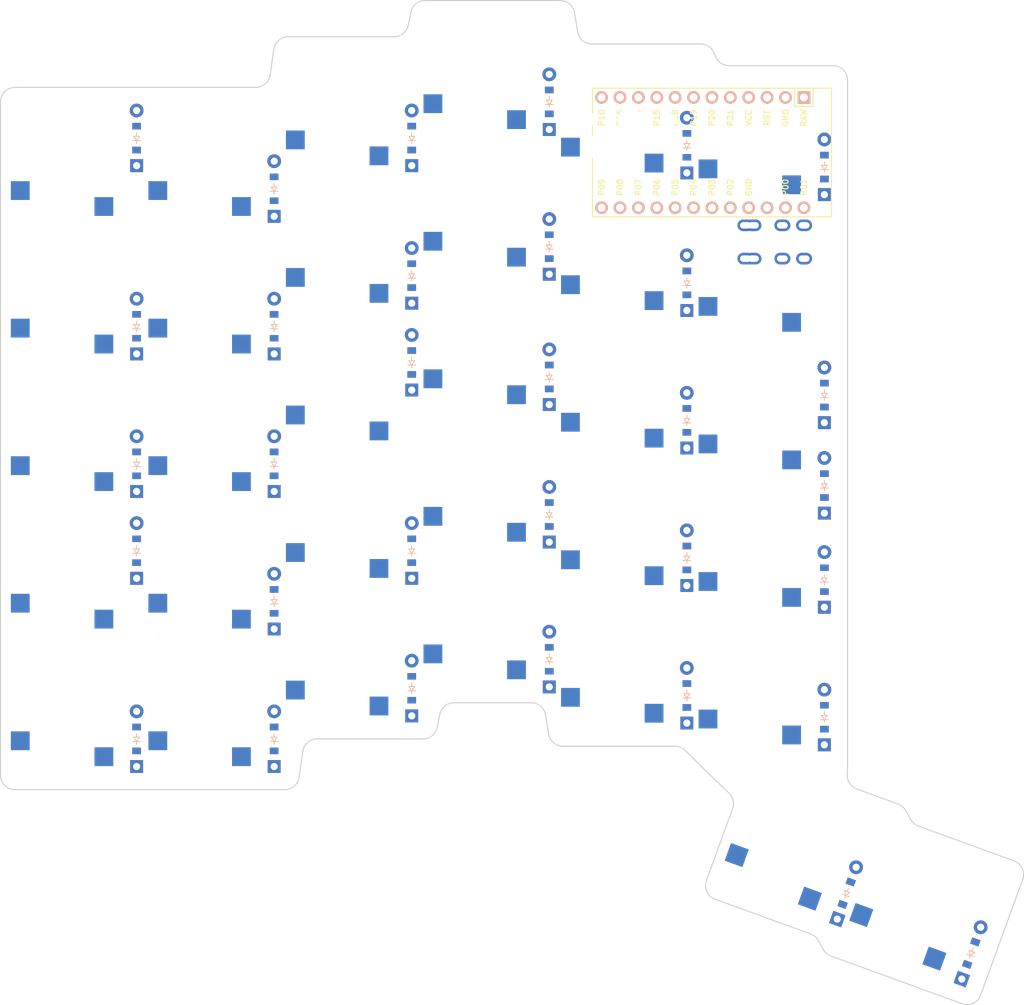
<source format=kicad_pcb>


(kicad_pcb (version 20171130) (host pcbnew 5.1.6)

  (page A3)
  (title_block
    (title "left")
    (rev "1")
    (company "jost")
  )

  (general
    (thickness 1.6)
  )

  (layers
    (0 F.Cu signal)
    (31 B.Cu signal)
    (32 B.Adhes user)
    (33 F.Adhes user)
    (34 B.Paste user)
    (35 F.Paste user)
    (36 B.SilkS user)
    (37 F.SilkS user)
    (38 B.Mask user)
    (39 F.Mask user)
    (40 Dwgs.User user)
    (41 Cmts.User user)
    (42 Eco1.User user)
    (43 Eco2.User user)
    (44 Edge.Cuts user)
    (45 Margin user)
    (46 B.CrtYd user)
    (47 F.CrtYd user)
    (48 B.Fab user)
    (49 F.Fab user)
  )

  (setup
    (last_trace_width 0.25)
    (trace_clearance 0.2)
    (zone_clearance 0.508)
    (zone_45_only no)
    (trace_min 0.2)
    (via_size 0.8)
    (via_drill 0.4)
    (via_min_size 0.4)
    (via_min_drill 0.3)
    (uvia_size 0.3)
    (uvia_drill 0.1)
    (uvias_allowed no)
    (uvia_min_size 0.2)
    (uvia_min_drill 0.1)
    (edge_width 0.05)
    (segment_width 0.2)
    (pcb_text_width 0.3)
    (pcb_text_size 1.5 1.5)
    (mod_edge_width 0.12)
    (mod_text_size 1 1)
    (mod_text_width 0.15)
    (pad_size 1.524 1.524)
    (pad_drill 0.762)
    (pad_to_mask_clearance 0.05)
    (aux_axis_origin 0 0)
    (visible_elements FFFFFF7F)
    (pcbplotparams
      (layerselection 0x010fc_ffffffff)
      (usegerberextensions false)
      (usegerberattributes true)
      (usegerberadvancedattributes true)
      (creategerberjobfile true)
      (excludeedgelayer true)
      (linewidth 0.100000)
      (plotframeref false)
      (viasonmask false)
      (mode 1)
      (useauxorigin false)
      (hpglpennumber 1)
      (hpglpenspeed 20)
      (hpglpendiameter 15.000000)
      (psnegative false)
      (psa4output false)
      (plotreference true)
      (plotvalue true)
      (plotinvisibletext false)
      (padsonsilk false)
      (subtractmaskfromsilk false)
      (outputformat 1)
      (mirror false)
      (drillshape 1)
      (scaleselection 1)
      (outputdirectory ""))
  )

  (net 0 "")
(net 1 "P10")
(net 2 "first_mod")
(net 3 "first_bottom")
(net 4 "first_home")
(net 5 "first_top")
(net 6 "first_num")
(net 7 "P16")
(net 8 "second_mod")
(net 9 "second_bottom")
(net 10 "second_home")
(net 11 "second_top")
(net 12 "second_num")
(net 13 "P14")
(net 14 "third_mod")
(net 15 "third_bottom")
(net 16 "third_home")
(net 17 "third_top")
(net 18 "third_num")
(net 19 "P15")
(net 20 "fourth_mod")
(net 21 "fourth_bottom")
(net 22 "fourth_home")
(net 23 "fourth_top")
(net 24 "fourth_num")
(net 25 "P18")
(net 26 "fifth_mod")
(net 27 "fifth_bottom")
(net 28 "fifth_home")
(net 29 "fifth_top")
(net 30 "fifth_num")
(net 31 "P19")
(net 32 "sixth_mod")
(net 33 "sixth_bottom")
(net 34 "sixth_home")
(net 35 "sixth_top")
(net 36 "sixth_num")
(net 37 "t1_thumb")
(net 38 "t2_thumb")
(net 39 "P2")
(net 40 "P4")
(net 41 "P5")
(net 42 "P3")
(net 43 "P6")
(net 44 "P7")
(net 45 "RAW")
(net 46 "GND")
(net 47 "RST")
(net 48 "VCC")
(net 49 "P21")
(net 50 "P20")
(net 51 "P1")
(net 52 "P0")
(net 53 "P8")
(net 54 "P9")

  (net_class Default "This is the default net class."
    (clearance 0.2)
    (trace_width 0.25)
    (via_dia 0.8)
    (via_drill 0.4)
    (uvia_dia 0.3)
    (uvia_drill 0.1)
    (add_net "")
(add_net "P10")
(add_net "first_mod")
(add_net "first_bottom")
(add_net "first_home")
(add_net "first_top")
(add_net "first_num")
(add_net "P16")
(add_net "second_mod")
(add_net "second_bottom")
(add_net "second_home")
(add_net "second_top")
(add_net "second_num")
(add_net "P14")
(add_net "third_mod")
(add_net "third_bottom")
(add_net "third_home")
(add_net "third_top")
(add_net "third_num")
(add_net "P15")
(add_net "fourth_mod")
(add_net "fourth_bottom")
(add_net "fourth_home")
(add_net "fourth_top")
(add_net "fourth_num")
(add_net "P18")
(add_net "fifth_mod")
(add_net "fifth_bottom")
(add_net "fifth_home")
(add_net "fifth_top")
(add_net "fifth_num")
(add_net "P19")
(add_net "sixth_mod")
(add_net "sixth_bottom")
(add_net "sixth_home")
(add_net "sixth_top")
(add_net "sixth_num")
(add_net "t1_thumb")
(add_net "t2_thumb")
(add_net "P2")
(add_net "P4")
(add_net "P5")
(add_net "P3")
(add_net "P6")
(add_net "P7")
(add_net "RAW")
(add_net "GND")
(add_net "RST")
(add_net "VCC")
(add_net "P21")
(add_net "P20")
(add_net "P1")
(add_net "P0")
(add_net "P8")
(add_net "P9")
  )

  
        
      (module PG1350 (layer F.Cu) (tedit 5DD50112)
      (at 0 0 180)

      
      (fp_text reference "S1" (at 0 0) (layer F.SilkS) hide (effects (font (size 1.27 1.27) (thickness 0.15))))
      (fp_text value "" (at 0 0) (layer F.SilkS) hide (effects (font (size 1.27 1.27) (thickness 0.15))))

      
      (fp_line (start -7 -6) (end -7 -7) (layer Dwgs.User) (width 0.15))
      (fp_line (start -7 7) (end -6 7) (layer Dwgs.User) (width 0.15))
      (fp_line (start -6 -7) (end -7 -7) (layer Dwgs.User) (width 0.15))
      (fp_line (start -7 7) (end -7 6) (layer Dwgs.User) (width 0.15))
      (fp_line (start 7 6) (end 7 7) (layer Dwgs.User) (width 0.15))
      (fp_line (start 7 -7) (end 6 -7) (layer Dwgs.User) (width 0.15))
      (fp_line (start 6 7) (end 7 7) (layer Dwgs.User) (width 0.15))
      (fp_line (start 7 -7) (end 7 -6) (layer Dwgs.User) (width 0.15))      
      
      
      (pad "" np_thru_hole circle (at 0 0) (size 3.429 3.429) (drill 3.429) (layers *.Cu *.Mask))
        
      
      (pad "" np_thru_hole circle (at 5.5 0) (size 1.7018 1.7018) (drill 1.7018) (layers *.Cu *.Mask))
      (pad "" np_thru_hole circle (at -5.5 0) (size 1.7018 1.7018) (drill 1.7018) (layers *.Cu *.Mask))
      
        
      
      (fp_line (start -9 -8.5) (end 9 -8.5) (layer Dwgs.User) (width 0.15))
      (fp_line (start 9 -8.5) (end 9 8.5) (layer Dwgs.User) (width 0.15))
      (fp_line (start 9 8.5) (end -9 8.5) (layer Dwgs.User) (width 0.15))
      (fp_line (start -9 8.5) (end -9 -8.5) (layer Dwgs.User) (width 0.15))
      
        
          
          (pad "" np_thru_hole circle (at 5 -3.75) (size 3 3) (drill 3) (layers *.Cu *.Mask))
          (pad "" np_thru_hole circle (at 0 -5.95) (size 3 3) (drill 3) (layers *.Cu *.Mask))
      
          
          (pad 1 smd rect (at -3.275 -5.95 180) (size 2.6 2.6) (layers B.Cu B.Paste B.Mask)  (net 1 "P10"))
          (pad 2 smd rect (at 8.275 -3.75 180) (size 2.6 2.6) (layers B.Cu B.Paste B.Mask)  (net 2 "first_mod"))
        )
        

        
      (module PG1350 (layer F.Cu) (tedit 5DD50112)
      (at 0 -19 180)

      
      (fp_text reference "S2" (at 0 0) (layer F.SilkS) hide (effects (font (size 1.27 1.27) (thickness 0.15))))
      (fp_text value "" (at 0 0) (layer F.SilkS) hide (effects (font (size 1.27 1.27) (thickness 0.15))))

      
      (fp_line (start -7 -6) (end -7 -7) (layer Dwgs.User) (width 0.15))
      (fp_line (start -7 7) (end -6 7) (layer Dwgs.User) (width 0.15))
      (fp_line (start -6 -7) (end -7 -7) (layer Dwgs.User) (width 0.15))
      (fp_line (start -7 7) (end -7 6) (layer Dwgs.User) (width 0.15))
      (fp_line (start 7 6) (end 7 7) (layer Dwgs.User) (width 0.15))
      (fp_line (start 7 -7) (end 6 -7) (layer Dwgs.User) (width 0.15))
      (fp_line (start 6 7) (end 7 7) (layer Dwgs.User) (width 0.15))
      (fp_line (start 7 -7) (end 7 -6) (layer Dwgs.User) (width 0.15))      
      
      
      (pad "" np_thru_hole circle (at 0 0) (size 3.429 3.429) (drill 3.429) (layers *.Cu *.Mask))
        
      
      (pad "" np_thru_hole circle (at 5.5 0) (size 1.7018 1.7018) (drill 1.7018) (layers *.Cu *.Mask))
      (pad "" np_thru_hole circle (at -5.5 0) (size 1.7018 1.7018) (drill 1.7018) (layers *.Cu *.Mask))
      
        
      
      (fp_line (start -9 -8.5) (end 9 -8.5) (layer Dwgs.User) (width 0.15))
      (fp_line (start 9 -8.5) (end 9 8.5) (layer Dwgs.User) (width 0.15))
      (fp_line (start 9 8.5) (end -9 8.5) (layer Dwgs.User) (width 0.15))
      (fp_line (start -9 8.5) (end -9 -8.5) (layer Dwgs.User) (width 0.15))
      
        
          
          (pad "" np_thru_hole circle (at 5 -3.75) (size 3 3) (drill 3) (layers *.Cu *.Mask))
          (pad "" np_thru_hole circle (at 0 -5.95) (size 3 3) (drill 3) (layers *.Cu *.Mask))
      
          
          (pad 1 smd rect (at -3.275 -5.95 180) (size 2.6 2.6) (layers B.Cu B.Paste B.Mask)  (net 1 "P10"))
          (pad 2 smd rect (at 8.275 -3.75 180) (size 2.6 2.6) (layers B.Cu B.Paste B.Mask)  (net 3 "first_bottom"))
        )
        

        
      (module PG1350 (layer F.Cu) (tedit 5DD50112)
      (at 0 -38 180)

      
      (fp_text reference "S3" (at 0 0) (layer F.SilkS) hide (effects (font (size 1.27 1.27) (thickness 0.15))))
      (fp_text value "" (at 0 0) (layer F.SilkS) hide (effects (font (size 1.27 1.27) (thickness 0.15))))

      
      (fp_line (start -7 -6) (end -7 -7) (layer Dwgs.User) (width 0.15))
      (fp_line (start -7 7) (end -6 7) (layer Dwgs.User) (width 0.15))
      (fp_line (start -6 -7) (end -7 -7) (layer Dwgs.User) (width 0.15))
      (fp_line (start -7 7) (end -7 6) (layer Dwgs.User) (width 0.15))
      (fp_line (start 7 6) (end 7 7) (layer Dwgs.User) (width 0.15))
      (fp_line (start 7 -7) (end 6 -7) (layer Dwgs.User) (width 0.15))
      (fp_line (start 6 7) (end 7 7) (layer Dwgs.User) (width 0.15))
      (fp_line (start 7 -7) (end 7 -6) (layer Dwgs.User) (width 0.15))      
      
      
      (pad "" np_thru_hole circle (at 0 0) (size 3.429 3.429) (drill 3.429) (layers *.Cu *.Mask))
        
      
      (pad "" np_thru_hole circle (at 5.5 0) (size 1.7018 1.7018) (drill 1.7018) (layers *.Cu *.Mask))
      (pad "" np_thru_hole circle (at -5.5 0) (size 1.7018 1.7018) (drill 1.7018) (layers *.Cu *.Mask))
      
        
      
      (fp_line (start -9 -8.5) (end 9 -8.5) (layer Dwgs.User) (width 0.15))
      (fp_line (start 9 -8.5) (end 9 8.5) (layer Dwgs.User) (width 0.15))
      (fp_line (start 9 8.5) (end -9 8.5) (layer Dwgs.User) (width 0.15))
      (fp_line (start -9 8.5) (end -9 -8.5) (layer Dwgs.User) (width 0.15))
      
        
          
          (pad "" np_thru_hole circle (at 5 -3.75) (size 3 3) (drill 3) (layers *.Cu *.Mask))
          (pad "" np_thru_hole circle (at 0 -5.95) (size 3 3) (drill 3) (layers *.Cu *.Mask))
      
          
          (pad 1 smd rect (at -3.275 -5.95 180) (size 2.6 2.6) (layers B.Cu B.Paste B.Mask)  (net 1 "P10"))
          (pad 2 smd rect (at 8.275 -3.75 180) (size 2.6 2.6) (layers B.Cu B.Paste B.Mask)  (net 4 "first_home"))
        )
        

        
      (module PG1350 (layer F.Cu) (tedit 5DD50112)
      (at 0 -57 180)

      
      (fp_text reference "S4" (at 0 0) (layer F.SilkS) hide (effects (font (size 1.27 1.27) (thickness 0.15))))
      (fp_text value "" (at 0 0) (layer F.SilkS) hide (effects (font (size 1.27 1.27) (thickness 0.15))))

      
      (fp_line (start -7 -6) (end -7 -7) (layer Dwgs.User) (width 0.15))
      (fp_line (start -7 7) (end -6 7) (layer Dwgs.User) (width 0.15))
      (fp_line (start -6 -7) (end -7 -7) (layer Dwgs.User) (width 0.15))
      (fp_line (start -7 7) (end -7 6) (layer Dwgs.User) (width 0.15))
      (fp_line (start 7 6) (end 7 7) (layer Dwgs.User) (width 0.15))
      (fp_line (start 7 -7) (end 6 -7) (layer Dwgs.User) (width 0.15))
      (fp_line (start 6 7) (end 7 7) (layer Dwgs.User) (width 0.15))
      (fp_line (start 7 -7) (end 7 -6) (layer Dwgs.User) (width 0.15))      
      
      
      (pad "" np_thru_hole circle (at 0 0) (size 3.429 3.429) (drill 3.429) (layers *.Cu *.Mask))
        
      
      (pad "" np_thru_hole circle (at 5.5 0) (size 1.7018 1.7018) (drill 1.7018) (layers *.Cu *.Mask))
      (pad "" np_thru_hole circle (at -5.5 0) (size 1.7018 1.7018) (drill 1.7018) (layers *.Cu *.Mask))
      
        
      
      (fp_line (start -9 -8.5) (end 9 -8.5) (layer Dwgs.User) (width 0.15))
      (fp_line (start 9 -8.5) (end 9 8.5) (layer Dwgs.User) (width 0.15))
      (fp_line (start 9 8.5) (end -9 8.5) (layer Dwgs.User) (width 0.15))
      (fp_line (start -9 8.5) (end -9 -8.5) (layer Dwgs.User) (width 0.15))
      
        
          
          (pad "" np_thru_hole circle (at 5 -3.75) (size 3 3) (drill 3) (layers *.Cu *.Mask))
          (pad "" np_thru_hole circle (at 0 -5.95) (size 3 3) (drill 3) (layers *.Cu *.Mask))
      
          
          (pad 1 smd rect (at -3.275 -5.95 180) (size 2.6 2.6) (layers B.Cu B.Paste B.Mask)  (net 1 "P10"))
          (pad 2 smd rect (at 8.275 -3.75 180) (size 2.6 2.6) (layers B.Cu B.Paste B.Mask)  (net 5 "first_top"))
        )
        

        
      (module PG1350 (layer F.Cu) (tedit 5DD50112)
      (at 0 -76 180)

      
      (fp_text reference "S5" (at 0 0) (layer F.SilkS) hide (effects (font (size 1.27 1.27) (thickness 0.15))))
      (fp_text value "" (at 0 0) (layer F.SilkS) hide (effects (font (size 1.27 1.27) (thickness 0.15))))

      
      (fp_line (start -7 -6) (end -7 -7) (layer Dwgs.User) (width 0.15))
      (fp_line (start -7 7) (end -6 7) (layer Dwgs.User) (width 0.15))
      (fp_line (start -6 -7) (end -7 -7) (layer Dwgs.User) (width 0.15))
      (fp_line (start -7 7) (end -7 6) (layer Dwgs.User) (width 0.15))
      (fp_line (start 7 6) (end 7 7) (layer Dwgs.User) (width 0.15))
      (fp_line (start 7 -7) (end 6 -7) (layer Dwgs.User) (width 0.15))
      (fp_line (start 6 7) (end 7 7) (layer Dwgs.User) (width 0.15))
      (fp_line (start 7 -7) (end 7 -6) (layer Dwgs.User) (width 0.15))      
      
      
      (pad "" np_thru_hole circle (at 0 0) (size 3.429 3.429) (drill 3.429) (layers *.Cu *.Mask))
        
      
      (pad "" np_thru_hole circle (at 5.5 0) (size 1.7018 1.7018) (drill 1.7018) (layers *.Cu *.Mask))
      (pad "" np_thru_hole circle (at -5.5 0) (size 1.7018 1.7018) (drill 1.7018) (layers *.Cu *.Mask))
      
        
      
      (fp_line (start -9 -8.5) (end 9 -8.5) (layer Dwgs.User) (width 0.15))
      (fp_line (start 9 -8.5) (end 9 8.5) (layer Dwgs.User) (width 0.15))
      (fp_line (start 9 8.5) (end -9 8.5) (layer Dwgs.User) (width 0.15))
      (fp_line (start -9 8.5) (end -9 -8.5) (layer Dwgs.User) (width 0.15))
      
        
          
          (pad "" np_thru_hole circle (at 5 -3.75) (size 3 3) (drill 3) (layers *.Cu *.Mask))
          (pad "" np_thru_hole circle (at 0 -5.95) (size 3 3) (drill 3) (layers *.Cu *.Mask))
      
          
          (pad 1 smd rect (at -3.275 -5.95 180) (size 2.6 2.6) (layers B.Cu B.Paste B.Mask)  (net 1 "P10"))
          (pad 2 smd rect (at 8.275 -3.75 180) (size 2.6 2.6) (layers B.Cu B.Paste B.Mask)  (net 6 "first_num"))
        )
        

        
      (module PG1350 (layer F.Cu) (tedit 5DD50112)
      (at 19 0 180)

      
      (fp_text reference "S6" (at 0 0) (layer F.SilkS) hide (effects (font (size 1.27 1.27) (thickness 0.15))))
      (fp_text value "" (at 0 0) (layer F.SilkS) hide (effects (font (size 1.27 1.27) (thickness 0.15))))

      
      (fp_line (start -7 -6) (end -7 -7) (layer Dwgs.User) (width 0.15))
      (fp_line (start -7 7) (end -6 7) (layer Dwgs.User) (width 0.15))
      (fp_line (start -6 -7) (end -7 -7) (layer Dwgs.User) (width 0.15))
      (fp_line (start -7 7) (end -7 6) (layer Dwgs.User) (width 0.15))
      (fp_line (start 7 6) (end 7 7) (layer Dwgs.User) (width 0.15))
      (fp_line (start 7 -7) (end 6 -7) (layer Dwgs.User) (width 0.15))
      (fp_line (start 6 7) (end 7 7) (layer Dwgs.User) (width 0.15))
      (fp_line (start 7 -7) (end 7 -6) (layer Dwgs.User) (width 0.15))      
      
      
      (pad "" np_thru_hole circle (at 0 0) (size 3.429 3.429) (drill 3.429) (layers *.Cu *.Mask))
        
      
      (pad "" np_thru_hole circle (at 5.5 0) (size 1.7018 1.7018) (drill 1.7018) (layers *.Cu *.Mask))
      (pad "" np_thru_hole circle (at -5.5 0) (size 1.7018 1.7018) (drill 1.7018) (layers *.Cu *.Mask))
      
        
      
      (fp_line (start -9 -8.5) (end 9 -8.5) (layer Dwgs.User) (width 0.15))
      (fp_line (start 9 -8.5) (end 9 8.5) (layer Dwgs.User) (width 0.15))
      (fp_line (start 9 8.5) (end -9 8.5) (layer Dwgs.User) (width 0.15))
      (fp_line (start -9 8.5) (end -9 -8.5) (layer Dwgs.User) (width 0.15))
      
        
          
          (pad "" np_thru_hole circle (at 5 -3.75) (size 3 3) (drill 3) (layers *.Cu *.Mask))
          (pad "" np_thru_hole circle (at 0 -5.95) (size 3 3) (drill 3) (layers *.Cu *.Mask))
      
          
          (pad 1 smd rect (at -3.275 -5.95 180) (size 2.6 2.6) (layers B.Cu B.Paste B.Mask)  (net 7 "P16"))
          (pad 2 smd rect (at 8.275 -3.75 180) (size 2.6 2.6) (layers B.Cu B.Paste B.Mask)  (net 8 "second_mod"))
        )
        

        
      (module PG1350 (layer F.Cu) (tedit 5DD50112)
      (at 19 -19 180)

      
      (fp_text reference "S7" (at 0 0) (layer F.SilkS) hide (effects (font (size 1.27 1.27) (thickness 0.15))))
      (fp_text value "" (at 0 0) (layer F.SilkS) hide (effects (font (size 1.27 1.27) (thickness 0.15))))

      
      (fp_line (start -7 -6) (end -7 -7) (layer Dwgs.User) (width 0.15))
      (fp_line (start -7 7) (end -6 7) (layer Dwgs.User) (width 0.15))
      (fp_line (start -6 -7) (end -7 -7) (layer Dwgs.User) (width 0.15))
      (fp_line (start -7 7) (end -7 6) (layer Dwgs.User) (width 0.15))
      (fp_line (start 7 6) (end 7 7) (layer Dwgs.User) (width 0.15))
      (fp_line (start 7 -7) (end 6 -7) (layer Dwgs.User) (width 0.15))
      (fp_line (start 6 7) (end 7 7) (layer Dwgs.User) (width 0.15))
      (fp_line (start 7 -7) (end 7 -6) (layer Dwgs.User) (width 0.15))      
      
      
      (pad "" np_thru_hole circle (at 0 0) (size 3.429 3.429) (drill 3.429) (layers *.Cu *.Mask))
        
      
      (pad "" np_thru_hole circle (at 5.5 0) (size 1.7018 1.7018) (drill 1.7018) (layers *.Cu *.Mask))
      (pad "" np_thru_hole circle (at -5.5 0) (size 1.7018 1.7018) (drill 1.7018) (layers *.Cu *.Mask))
      
        
      
      (fp_line (start -9 -8.5) (end 9 -8.5) (layer Dwgs.User) (width 0.15))
      (fp_line (start 9 -8.5) (end 9 8.5) (layer Dwgs.User) (width 0.15))
      (fp_line (start 9 8.5) (end -9 8.5) (layer Dwgs.User) (width 0.15))
      (fp_line (start -9 8.5) (end -9 -8.5) (layer Dwgs.User) (width 0.15))
      
        
          
          (pad "" np_thru_hole circle (at 5 -3.75) (size 3 3) (drill 3) (layers *.Cu *.Mask))
          (pad "" np_thru_hole circle (at 0 -5.95) (size 3 3) (drill 3) (layers *.Cu *.Mask))
      
          
          (pad 1 smd rect (at -3.275 -5.95 180) (size 2.6 2.6) (layers B.Cu B.Paste B.Mask)  (net 7 "P16"))
          (pad 2 smd rect (at 8.275 -3.75 180) (size 2.6 2.6) (layers B.Cu B.Paste B.Mask)  (net 9 "second_bottom"))
        )
        

        
      (module PG1350 (layer F.Cu) (tedit 5DD50112)
      (at 19 -38 180)

      
      (fp_text reference "S8" (at 0 0) (layer F.SilkS) hide (effects (font (size 1.27 1.27) (thickness 0.15))))
      (fp_text value "" (at 0 0) (layer F.SilkS) hide (effects (font (size 1.27 1.27) (thickness 0.15))))

      
      (fp_line (start -7 -6) (end -7 -7) (layer Dwgs.User) (width 0.15))
      (fp_line (start -7 7) (end -6 7) (layer Dwgs.User) (width 0.15))
      (fp_line (start -6 -7) (end -7 -7) (layer Dwgs.User) (width 0.15))
      (fp_line (start -7 7) (end -7 6) (layer Dwgs.User) (width 0.15))
      (fp_line (start 7 6) (end 7 7) (layer Dwgs.User) (width 0.15))
      (fp_line (start 7 -7) (end 6 -7) (layer Dwgs.User) (width 0.15))
      (fp_line (start 6 7) (end 7 7) (layer Dwgs.User) (width 0.15))
      (fp_line (start 7 -7) (end 7 -6) (layer Dwgs.User) (width 0.15))      
      
      
      (pad "" np_thru_hole circle (at 0 0) (size 3.429 3.429) (drill 3.429) (layers *.Cu *.Mask))
        
      
      (pad "" np_thru_hole circle (at 5.5 0) (size 1.7018 1.7018) (drill 1.7018) (layers *.Cu *.Mask))
      (pad "" np_thru_hole circle (at -5.5 0) (size 1.7018 1.7018) (drill 1.7018) (layers *.Cu *.Mask))
      
        
      
      (fp_line (start -9 -8.5) (end 9 -8.5) (layer Dwgs.User) (width 0.15))
      (fp_line (start 9 -8.5) (end 9 8.5) (layer Dwgs.User) (width 0.15))
      (fp_line (start 9 8.5) (end -9 8.5) (layer Dwgs.User) (width 0.15))
      (fp_line (start -9 8.5) (end -9 -8.5) (layer Dwgs.User) (width 0.15))
      
        
          
          (pad "" np_thru_hole circle (at 5 -3.75) (size 3 3) (drill 3) (layers *.Cu *.Mask))
          (pad "" np_thru_hole circle (at 0 -5.95) (size 3 3) (drill 3) (layers *.Cu *.Mask))
      
          
          (pad 1 smd rect (at -3.275 -5.95 180) (size 2.6 2.6) (layers B.Cu B.Paste B.Mask)  (net 7 "P16"))
          (pad 2 smd rect (at 8.275 -3.75 180) (size 2.6 2.6) (layers B.Cu B.Paste B.Mask)  (net 10 "second_home"))
        )
        

        
      (module PG1350 (layer F.Cu) (tedit 5DD50112)
      (at 19 -57 180)

      
      (fp_text reference "S9" (at 0 0) (layer F.SilkS) hide (effects (font (size 1.27 1.27) (thickness 0.15))))
      (fp_text value "" (at 0 0) (layer F.SilkS) hide (effects (font (size 1.27 1.27) (thickness 0.15))))

      
      (fp_line (start -7 -6) (end -7 -7) (layer Dwgs.User) (width 0.15))
      (fp_line (start -7 7) (end -6 7) (layer Dwgs.User) (width 0.15))
      (fp_line (start -6 -7) (end -7 -7) (layer Dwgs.User) (width 0.15))
      (fp_line (start -7 7) (end -7 6) (layer Dwgs.User) (width 0.15))
      (fp_line (start 7 6) (end 7 7) (layer Dwgs.User) (width 0.15))
      (fp_line (start 7 -7) (end 6 -7) (layer Dwgs.User) (width 0.15))
      (fp_line (start 6 7) (end 7 7) (layer Dwgs.User) (width 0.15))
      (fp_line (start 7 -7) (end 7 -6) (layer Dwgs.User) (width 0.15))      
      
      
      (pad "" np_thru_hole circle (at 0 0) (size 3.429 3.429) (drill 3.429) (layers *.Cu *.Mask))
        
      
      (pad "" np_thru_hole circle (at 5.5 0) (size 1.7018 1.7018) (drill 1.7018) (layers *.Cu *.Mask))
      (pad "" np_thru_hole circle (at -5.5 0) (size 1.7018 1.7018) (drill 1.7018) (layers *.Cu *.Mask))
      
        
      
      (fp_line (start -9 -8.5) (end 9 -8.5) (layer Dwgs.User) (width 0.15))
      (fp_line (start 9 -8.5) (end 9 8.5) (layer Dwgs.User) (width 0.15))
      (fp_line (start 9 8.5) (end -9 8.5) (layer Dwgs.User) (width 0.15))
      (fp_line (start -9 8.5) (end -9 -8.5) (layer Dwgs.User) (width 0.15))
      
        
          
          (pad "" np_thru_hole circle (at 5 -3.75) (size 3 3) (drill 3) (layers *.Cu *.Mask))
          (pad "" np_thru_hole circle (at 0 -5.95) (size 3 3) (drill 3) (layers *.Cu *.Mask))
      
          
          (pad 1 smd rect (at -3.275 -5.95 180) (size 2.6 2.6) (layers B.Cu B.Paste B.Mask)  (net 7 "P16"))
          (pad 2 smd rect (at 8.275 -3.75 180) (size 2.6 2.6) (layers B.Cu B.Paste B.Mask)  (net 11 "second_top"))
        )
        

        
      (module PG1350 (layer F.Cu) (tedit 5DD50112)
      (at 19 -76 180)

      
      (fp_text reference "S10" (at 0 0) (layer F.SilkS) hide (effects (font (size 1.27 1.27) (thickness 0.15))))
      (fp_text value "" (at 0 0) (layer F.SilkS) hide (effects (font (size 1.27 1.27) (thickness 0.15))))

      
      (fp_line (start -7 -6) (end -7 -7) (layer Dwgs.User) (width 0.15))
      (fp_line (start -7 7) (end -6 7) (layer Dwgs.User) (width 0.15))
      (fp_line (start -6 -7) (end -7 -7) (layer Dwgs.User) (width 0.15))
      (fp_line (start -7 7) (end -7 6) (layer Dwgs.User) (width 0.15))
      (fp_line (start 7 6) (end 7 7) (layer Dwgs.User) (width 0.15))
      (fp_line (start 7 -7) (end 6 -7) (layer Dwgs.User) (width 0.15))
      (fp_line (start 6 7) (end 7 7) (layer Dwgs.User) (width 0.15))
      (fp_line (start 7 -7) (end 7 -6) (layer Dwgs.User) (width 0.15))      
      
      
      (pad "" np_thru_hole circle (at 0 0) (size 3.429 3.429) (drill 3.429) (layers *.Cu *.Mask))
        
      
      (pad "" np_thru_hole circle (at 5.5 0) (size 1.7018 1.7018) (drill 1.7018) (layers *.Cu *.Mask))
      (pad "" np_thru_hole circle (at -5.5 0) (size 1.7018 1.7018) (drill 1.7018) (layers *.Cu *.Mask))
      
        
      
      (fp_line (start -9 -8.5) (end 9 -8.5) (layer Dwgs.User) (width 0.15))
      (fp_line (start 9 -8.5) (end 9 8.5) (layer Dwgs.User) (width 0.15))
      (fp_line (start 9 8.5) (end -9 8.5) (layer Dwgs.User) (width 0.15))
      (fp_line (start -9 8.5) (end -9 -8.5) (layer Dwgs.User) (width 0.15))
      
        
          
          (pad "" np_thru_hole circle (at 5 -3.75) (size 3 3) (drill 3) (layers *.Cu *.Mask))
          (pad "" np_thru_hole circle (at 0 -5.95) (size 3 3) (drill 3) (layers *.Cu *.Mask))
      
          
          (pad 1 smd rect (at -3.275 -5.95 180) (size 2.6 2.6) (layers B.Cu B.Paste B.Mask)  (net 7 "P16"))
          (pad 2 smd rect (at 8.275 -3.75 180) (size 2.6 2.6) (layers B.Cu B.Paste B.Mask)  (net 12 "second_num"))
        )
        

        
      (module PG1350 (layer F.Cu) (tedit 5DD50112)
      (at 38 -7 180)

      
      (fp_text reference "S11" (at 0 0) (layer F.SilkS) hide (effects (font (size 1.27 1.27) (thickness 0.15))))
      (fp_text value "" (at 0 0) (layer F.SilkS) hide (effects (font (size 1.27 1.27) (thickness 0.15))))

      
      (fp_line (start -7 -6) (end -7 -7) (layer Dwgs.User) (width 0.15))
      (fp_line (start -7 7) (end -6 7) (layer Dwgs.User) (width 0.15))
      (fp_line (start -6 -7) (end -7 -7) (layer Dwgs.User) (width 0.15))
      (fp_line (start -7 7) (end -7 6) (layer Dwgs.User) (width 0.15))
      (fp_line (start 7 6) (end 7 7) (layer Dwgs.User) (width 0.15))
      (fp_line (start 7 -7) (end 6 -7) (layer Dwgs.User) (width 0.15))
      (fp_line (start 6 7) (end 7 7) (layer Dwgs.User) (width 0.15))
      (fp_line (start 7 -7) (end 7 -6) (layer Dwgs.User) (width 0.15))      
      
      
      (pad "" np_thru_hole circle (at 0 0) (size 3.429 3.429) (drill 3.429) (layers *.Cu *.Mask))
        
      
      (pad "" np_thru_hole circle (at 5.5 0) (size 1.7018 1.7018) (drill 1.7018) (layers *.Cu *.Mask))
      (pad "" np_thru_hole circle (at -5.5 0) (size 1.7018 1.7018) (drill 1.7018) (layers *.Cu *.Mask))
      
        
      
      (fp_line (start -9 -8.5) (end 9 -8.5) (layer Dwgs.User) (width 0.15))
      (fp_line (start 9 -8.5) (end 9 8.5) (layer Dwgs.User) (width 0.15))
      (fp_line (start 9 8.5) (end -9 8.5) (layer Dwgs.User) (width 0.15))
      (fp_line (start -9 8.5) (end -9 -8.5) (layer Dwgs.User) (width 0.15))
      
        
          
          (pad "" np_thru_hole circle (at 5 -3.75) (size 3 3) (drill 3) (layers *.Cu *.Mask))
          (pad "" np_thru_hole circle (at 0 -5.95) (size 3 3) (drill 3) (layers *.Cu *.Mask))
      
          
          (pad 1 smd rect (at -3.275 -5.95 180) (size 2.6 2.6) (layers B.Cu B.Paste B.Mask)  (net 13 "P14"))
          (pad 2 smd rect (at 8.275 -3.75 180) (size 2.6 2.6) (layers B.Cu B.Paste B.Mask)  (net 14 "third_mod"))
        )
        

        
      (module PG1350 (layer F.Cu) (tedit 5DD50112)
      (at 38 -26 180)

      
      (fp_text reference "S12" (at 0 0) (layer F.SilkS) hide (effects (font (size 1.27 1.27) (thickness 0.15))))
      (fp_text value "" (at 0 0) (layer F.SilkS) hide (effects (font (size 1.27 1.27) (thickness 0.15))))

      
      (fp_line (start -7 -6) (end -7 -7) (layer Dwgs.User) (width 0.15))
      (fp_line (start -7 7) (end -6 7) (layer Dwgs.User) (width 0.15))
      (fp_line (start -6 -7) (end -7 -7) (layer Dwgs.User) (width 0.15))
      (fp_line (start -7 7) (end -7 6) (layer Dwgs.User) (width 0.15))
      (fp_line (start 7 6) (end 7 7) (layer Dwgs.User) (width 0.15))
      (fp_line (start 7 -7) (end 6 -7) (layer Dwgs.User) (width 0.15))
      (fp_line (start 6 7) (end 7 7) (layer Dwgs.User) (width 0.15))
      (fp_line (start 7 -7) (end 7 -6) (layer Dwgs.User) (width 0.15))      
      
      
      (pad "" np_thru_hole circle (at 0 0) (size 3.429 3.429) (drill 3.429) (layers *.Cu *.Mask))
        
      
      (pad "" np_thru_hole circle (at 5.5 0) (size 1.7018 1.7018) (drill 1.7018) (layers *.Cu *.Mask))
      (pad "" np_thru_hole circle (at -5.5 0) (size 1.7018 1.7018) (drill 1.7018) (layers *.Cu *.Mask))
      
        
      
      (fp_line (start -9 -8.5) (end 9 -8.5) (layer Dwgs.User) (width 0.15))
      (fp_line (start 9 -8.5) (end 9 8.5) (layer Dwgs.User) (width 0.15))
      (fp_line (start 9 8.5) (end -9 8.5) (layer Dwgs.User) (width 0.15))
      (fp_line (start -9 8.5) (end -9 -8.5) (layer Dwgs.User) (width 0.15))
      
        
          
          (pad "" np_thru_hole circle (at 5 -3.75) (size 3 3) (drill 3) (layers *.Cu *.Mask))
          (pad "" np_thru_hole circle (at 0 -5.95) (size 3 3) (drill 3) (layers *.Cu *.Mask))
      
          
          (pad 1 smd rect (at -3.275 -5.95 180) (size 2.6 2.6) (layers B.Cu B.Paste B.Mask)  (net 13 "P14"))
          (pad 2 smd rect (at 8.275 -3.75 180) (size 2.6 2.6) (layers B.Cu B.Paste B.Mask)  (net 15 "third_bottom"))
        )
        

        
      (module PG1350 (layer F.Cu) (tedit 5DD50112)
      (at 38 -45 180)

      
      (fp_text reference "S13" (at 0 0) (layer F.SilkS) hide (effects (font (size 1.27 1.27) (thickness 0.15))))
      (fp_text value "" (at 0 0) (layer F.SilkS) hide (effects (font (size 1.27 1.27) (thickness 0.15))))

      
      (fp_line (start -7 -6) (end -7 -7) (layer Dwgs.User) (width 0.15))
      (fp_line (start -7 7) (end -6 7) (layer Dwgs.User) (width 0.15))
      (fp_line (start -6 -7) (end -7 -7) (layer Dwgs.User) (width 0.15))
      (fp_line (start -7 7) (end -7 6) (layer Dwgs.User) (width 0.15))
      (fp_line (start 7 6) (end 7 7) (layer Dwgs.User) (width 0.15))
      (fp_line (start 7 -7) (end 6 -7) (layer Dwgs.User) (width 0.15))
      (fp_line (start 6 7) (end 7 7) (layer Dwgs.User) (width 0.15))
      (fp_line (start 7 -7) (end 7 -6) (layer Dwgs.User) (width 0.15))      
      
      
      (pad "" np_thru_hole circle (at 0 0) (size 3.429 3.429) (drill 3.429) (layers *.Cu *.Mask))
        
      
      (pad "" np_thru_hole circle (at 5.5 0) (size 1.7018 1.7018) (drill 1.7018) (layers *.Cu *.Mask))
      (pad "" np_thru_hole circle (at -5.5 0) (size 1.7018 1.7018) (drill 1.7018) (layers *.Cu *.Mask))
      
        
      
      (fp_line (start -9 -8.5) (end 9 -8.5) (layer Dwgs.User) (width 0.15))
      (fp_line (start 9 -8.5) (end 9 8.5) (layer Dwgs.User) (width 0.15))
      (fp_line (start 9 8.5) (end -9 8.5) (layer Dwgs.User) (width 0.15))
      (fp_line (start -9 8.5) (end -9 -8.5) (layer Dwgs.User) (width 0.15))
      
        
          
          (pad "" np_thru_hole circle (at 5 -3.75) (size 3 3) (drill 3) (layers *.Cu *.Mask))
          (pad "" np_thru_hole circle (at 0 -5.95) (size 3 3) (drill 3) (layers *.Cu *.Mask))
      
          
          (pad 1 smd rect (at -3.275 -5.95 180) (size 2.6 2.6) (layers B.Cu B.Paste B.Mask)  (net 13 "P14"))
          (pad 2 smd rect (at 8.275 -3.75 180) (size 2.6 2.6) (layers B.Cu B.Paste B.Mask)  (net 16 "third_home"))
        )
        

        
      (module PG1350 (layer F.Cu) (tedit 5DD50112)
      (at 38 -64 180)

      
      (fp_text reference "S14" (at 0 0) (layer F.SilkS) hide (effects (font (size 1.27 1.27) (thickness 0.15))))
      (fp_text value "" (at 0 0) (layer F.SilkS) hide (effects (font (size 1.27 1.27) (thickness 0.15))))

      
      (fp_line (start -7 -6) (end -7 -7) (layer Dwgs.User) (width 0.15))
      (fp_line (start -7 7) (end -6 7) (layer Dwgs.User) (width 0.15))
      (fp_line (start -6 -7) (end -7 -7) (layer Dwgs.User) (width 0.15))
      (fp_line (start -7 7) (end -7 6) (layer Dwgs.User) (width 0.15))
      (fp_line (start 7 6) (end 7 7) (layer Dwgs.User) (width 0.15))
      (fp_line (start 7 -7) (end 6 -7) (layer Dwgs.User) (width 0.15))
      (fp_line (start 6 7) (end 7 7) (layer Dwgs.User) (width 0.15))
      (fp_line (start 7 -7) (end 7 -6) (layer Dwgs.User) (width 0.15))      
      
      
      (pad "" np_thru_hole circle (at 0 0) (size 3.429 3.429) (drill 3.429) (layers *.Cu *.Mask))
        
      
      (pad "" np_thru_hole circle (at 5.5 0) (size 1.7018 1.7018) (drill 1.7018) (layers *.Cu *.Mask))
      (pad "" np_thru_hole circle (at -5.5 0) (size 1.7018 1.7018) (drill 1.7018) (layers *.Cu *.Mask))
      
        
      
      (fp_line (start -9 -8.5) (end 9 -8.5) (layer Dwgs.User) (width 0.15))
      (fp_line (start 9 -8.5) (end 9 8.5) (layer Dwgs.User) (width 0.15))
      (fp_line (start 9 8.5) (end -9 8.5) (layer Dwgs.User) (width 0.15))
      (fp_line (start -9 8.5) (end -9 -8.5) (layer Dwgs.User) (width 0.15))
      
        
          
          (pad "" np_thru_hole circle (at 5 -3.75) (size 3 3) (drill 3) (layers *.Cu *.Mask))
          (pad "" np_thru_hole circle (at 0 -5.95) (size 3 3) (drill 3) (layers *.Cu *.Mask))
      
          
          (pad 1 smd rect (at -3.275 -5.95 180) (size 2.6 2.6) (layers B.Cu B.Paste B.Mask)  (net 13 "P14"))
          (pad 2 smd rect (at 8.275 -3.75 180) (size 2.6 2.6) (layers B.Cu B.Paste B.Mask)  (net 17 "third_top"))
        )
        

        
      (module PG1350 (layer F.Cu) (tedit 5DD50112)
      (at 38 -83 180)

      
      (fp_text reference "S15" (at 0 0) (layer F.SilkS) hide (effects (font (size 1.27 1.27) (thickness 0.15))))
      (fp_text value "" (at 0 0) (layer F.SilkS) hide (effects (font (size 1.27 1.27) (thickness 0.15))))

      
      (fp_line (start -7 -6) (end -7 -7) (layer Dwgs.User) (width 0.15))
      (fp_line (start -7 7) (end -6 7) (layer Dwgs.User) (width 0.15))
      (fp_line (start -6 -7) (end -7 -7) (layer Dwgs.User) (width 0.15))
      (fp_line (start -7 7) (end -7 6) (layer Dwgs.User) (width 0.15))
      (fp_line (start 7 6) (end 7 7) (layer Dwgs.User) (width 0.15))
      (fp_line (start 7 -7) (end 6 -7) (layer Dwgs.User) (width 0.15))
      (fp_line (start 6 7) (end 7 7) (layer Dwgs.User) (width 0.15))
      (fp_line (start 7 -7) (end 7 -6) (layer Dwgs.User) (width 0.15))      
      
      
      (pad "" np_thru_hole circle (at 0 0) (size 3.429 3.429) (drill 3.429) (layers *.Cu *.Mask))
        
      
      (pad "" np_thru_hole circle (at 5.5 0) (size 1.7018 1.7018) (drill 1.7018) (layers *.Cu *.Mask))
      (pad "" np_thru_hole circle (at -5.5 0) (size 1.7018 1.7018) (drill 1.7018) (layers *.Cu *.Mask))
      
        
      
      (fp_line (start -9 -8.5) (end 9 -8.5) (layer Dwgs.User) (width 0.15))
      (fp_line (start 9 -8.5) (end 9 8.5) (layer Dwgs.User) (width 0.15))
      (fp_line (start 9 8.5) (end -9 8.5) (layer Dwgs.User) (width 0.15))
      (fp_line (start -9 8.5) (end -9 -8.5) (layer Dwgs.User) (width 0.15))
      
        
          
          (pad "" np_thru_hole circle (at 5 -3.75) (size 3 3) (drill 3) (layers *.Cu *.Mask))
          (pad "" np_thru_hole circle (at 0 -5.95) (size 3 3) (drill 3) (layers *.Cu *.Mask))
      
          
          (pad 1 smd rect (at -3.275 -5.95 180) (size 2.6 2.6) (layers B.Cu B.Paste B.Mask)  (net 13 "P14"))
          (pad 2 smd rect (at 8.275 -3.75 180) (size 2.6 2.6) (layers B.Cu B.Paste B.Mask)  (net 18 "third_num"))
        )
        

        
      (module PG1350 (layer F.Cu) (tedit 5DD50112)
      (at 57 -12 180)

      
      (fp_text reference "S16" (at 0 0) (layer F.SilkS) hide (effects (font (size 1.27 1.27) (thickness 0.15))))
      (fp_text value "" (at 0 0) (layer F.SilkS) hide (effects (font (size 1.27 1.27) (thickness 0.15))))

      
      (fp_line (start -7 -6) (end -7 -7) (layer Dwgs.User) (width 0.15))
      (fp_line (start -7 7) (end -6 7) (layer Dwgs.User) (width 0.15))
      (fp_line (start -6 -7) (end -7 -7) (layer Dwgs.User) (width 0.15))
      (fp_line (start -7 7) (end -7 6) (layer Dwgs.User) (width 0.15))
      (fp_line (start 7 6) (end 7 7) (layer Dwgs.User) (width 0.15))
      (fp_line (start 7 -7) (end 6 -7) (layer Dwgs.User) (width 0.15))
      (fp_line (start 6 7) (end 7 7) (layer Dwgs.User) (width 0.15))
      (fp_line (start 7 -7) (end 7 -6) (layer Dwgs.User) (width 0.15))      
      
      
      (pad "" np_thru_hole circle (at 0 0) (size 3.429 3.429) (drill 3.429) (layers *.Cu *.Mask))
        
      
      (pad "" np_thru_hole circle (at 5.5 0) (size 1.7018 1.7018) (drill 1.7018) (layers *.Cu *.Mask))
      (pad "" np_thru_hole circle (at -5.5 0) (size 1.7018 1.7018) (drill 1.7018) (layers *.Cu *.Mask))
      
        
      
      (fp_line (start -9 -8.5) (end 9 -8.5) (layer Dwgs.User) (width 0.15))
      (fp_line (start 9 -8.5) (end 9 8.5) (layer Dwgs.User) (width 0.15))
      (fp_line (start 9 8.5) (end -9 8.5) (layer Dwgs.User) (width 0.15))
      (fp_line (start -9 8.5) (end -9 -8.5) (layer Dwgs.User) (width 0.15))
      
        
          
          (pad "" np_thru_hole circle (at 5 -3.75) (size 3 3) (drill 3) (layers *.Cu *.Mask))
          (pad "" np_thru_hole circle (at 0 -5.95) (size 3 3) (drill 3) (layers *.Cu *.Mask))
      
          
          (pad 1 smd rect (at -3.275 -5.95 180) (size 2.6 2.6) (layers B.Cu B.Paste B.Mask)  (net 19 "P15"))
          (pad 2 smd rect (at 8.275 -3.75 180) (size 2.6 2.6) (layers B.Cu B.Paste B.Mask)  (net 20 "fourth_mod"))
        )
        

        
      (module PG1350 (layer F.Cu) (tedit 5DD50112)
      (at 57 -31 180)

      
      (fp_text reference "S17" (at 0 0) (layer F.SilkS) hide (effects (font (size 1.27 1.27) (thickness 0.15))))
      (fp_text value "" (at 0 0) (layer F.SilkS) hide (effects (font (size 1.27 1.27) (thickness 0.15))))

      
      (fp_line (start -7 -6) (end -7 -7) (layer Dwgs.User) (width 0.15))
      (fp_line (start -7 7) (end -6 7) (layer Dwgs.User) (width 0.15))
      (fp_line (start -6 -7) (end -7 -7) (layer Dwgs.User) (width 0.15))
      (fp_line (start -7 7) (end -7 6) (layer Dwgs.User) (width 0.15))
      (fp_line (start 7 6) (end 7 7) (layer Dwgs.User) (width 0.15))
      (fp_line (start 7 -7) (end 6 -7) (layer Dwgs.User) (width 0.15))
      (fp_line (start 6 7) (end 7 7) (layer Dwgs.User) (width 0.15))
      (fp_line (start 7 -7) (end 7 -6) (layer Dwgs.User) (width 0.15))      
      
      
      (pad "" np_thru_hole circle (at 0 0) (size 3.429 3.429) (drill 3.429) (layers *.Cu *.Mask))
        
      
      (pad "" np_thru_hole circle (at 5.5 0) (size 1.7018 1.7018) (drill 1.7018) (layers *.Cu *.Mask))
      (pad "" np_thru_hole circle (at -5.5 0) (size 1.7018 1.7018) (drill 1.7018) (layers *.Cu *.Mask))
      
        
      
      (fp_line (start -9 -8.5) (end 9 -8.5) (layer Dwgs.User) (width 0.15))
      (fp_line (start 9 -8.5) (end 9 8.5) (layer Dwgs.User) (width 0.15))
      (fp_line (start 9 8.5) (end -9 8.5) (layer Dwgs.User) (width 0.15))
      (fp_line (start -9 8.5) (end -9 -8.5) (layer Dwgs.User) (width 0.15))
      
        
          
          (pad "" np_thru_hole circle (at 5 -3.75) (size 3 3) (drill 3) (layers *.Cu *.Mask))
          (pad "" np_thru_hole circle (at 0 -5.95) (size 3 3) (drill 3) (layers *.Cu *.Mask))
      
          
          (pad 1 smd rect (at -3.275 -5.95 180) (size 2.6 2.6) (layers B.Cu B.Paste B.Mask)  (net 19 "P15"))
          (pad 2 smd rect (at 8.275 -3.75 180) (size 2.6 2.6) (layers B.Cu B.Paste B.Mask)  (net 21 "fourth_bottom"))
        )
        

        
      (module PG1350 (layer F.Cu) (tedit 5DD50112)
      (at 57 -50 180)

      
      (fp_text reference "S18" (at 0 0) (layer F.SilkS) hide (effects (font (size 1.27 1.27) (thickness 0.15))))
      (fp_text value "" (at 0 0) (layer F.SilkS) hide (effects (font (size 1.27 1.27) (thickness 0.15))))

      
      (fp_line (start -7 -6) (end -7 -7) (layer Dwgs.User) (width 0.15))
      (fp_line (start -7 7) (end -6 7) (layer Dwgs.User) (width 0.15))
      (fp_line (start -6 -7) (end -7 -7) (layer Dwgs.User) (width 0.15))
      (fp_line (start -7 7) (end -7 6) (layer Dwgs.User) (width 0.15))
      (fp_line (start 7 6) (end 7 7) (layer Dwgs.User) (width 0.15))
      (fp_line (start 7 -7) (end 6 -7) (layer Dwgs.User) (width 0.15))
      (fp_line (start 6 7) (end 7 7) (layer Dwgs.User) (width 0.15))
      (fp_line (start 7 -7) (end 7 -6) (layer Dwgs.User) (width 0.15))      
      
      
      (pad "" np_thru_hole circle (at 0 0) (size 3.429 3.429) (drill 3.429) (layers *.Cu *.Mask))
        
      
      (pad "" np_thru_hole circle (at 5.5 0) (size 1.7018 1.7018) (drill 1.7018) (layers *.Cu *.Mask))
      (pad "" np_thru_hole circle (at -5.5 0) (size 1.7018 1.7018) (drill 1.7018) (layers *.Cu *.Mask))
      
        
      
      (fp_line (start -9 -8.5) (end 9 -8.5) (layer Dwgs.User) (width 0.15))
      (fp_line (start 9 -8.5) (end 9 8.5) (layer Dwgs.User) (width 0.15))
      (fp_line (start 9 8.5) (end -9 8.5) (layer Dwgs.User) (width 0.15))
      (fp_line (start -9 8.5) (end -9 -8.5) (layer Dwgs.User) (width 0.15))
      
        
          
          (pad "" np_thru_hole circle (at 5 -3.75) (size 3 3) (drill 3) (layers *.Cu *.Mask))
          (pad "" np_thru_hole circle (at 0 -5.95) (size 3 3) (drill 3) (layers *.Cu *.Mask))
      
          
          (pad 1 smd rect (at -3.275 -5.95 180) (size 2.6 2.6) (layers B.Cu B.Paste B.Mask)  (net 19 "P15"))
          (pad 2 smd rect (at 8.275 -3.75 180) (size 2.6 2.6) (layers B.Cu B.Paste B.Mask)  (net 22 "fourth_home"))
        )
        

        
      (module PG1350 (layer F.Cu) (tedit 5DD50112)
      (at 57 -69 180)

      
      (fp_text reference "S19" (at 0 0) (layer F.SilkS) hide (effects (font (size 1.27 1.27) (thickness 0.15))))
      (fp_text value "" (at 0 0) (layer F.SilkS) hide (effects (font (size 1.27 1.27) (thickness 0.15))))

      
      (fp_line (start -7 -6) (end -7 -7) (layer Dwgs.User) (width 0.15))
      (fp_line (start -7 7) (end -6 7) (layer Dwgs.User) (width 0.15))
      (fp_line (start -6 -7) (end -7 -7) (layer Dwgs.User) (width 0.15))
      (fp_line (start -7 7) (end -7 6) (layer Dwgs.User) (width 0.15))
      (fp_line (start 7 6) (end 7 7) (layer Dwgs.User) (width 0.15))
      (fp_line (start 7 -7) (end 6 -7) (layer Dwgs.User) (width 0.15))
      (fp_line (start 6 7) (end 7 7) (layer Dwgs.User) (width 0.15))
      (fp_line (start 7 -7) (end 7 -6) (layer Dwgs.User) (width 0.15))      
      
      
      (pad "" np_thru_hole circle (at 0 0) (size 3.429 3.429) (drill 3.429) (layers *.Cu *.Mask))
        
      
      (pad "" np_thru_hole circle (at 5.5 0) (size 1.7018 1.7018) (drill 1.7018) (layers *.Cu *.Mask))
      (pad "" np_thru_hole circle (at -5.5 0) (size 1.7018 1.7018) (drill 1.7018) (layers *.Cu *.Mask))
      
        
      
      (fp_line (start -9 -8.5) (end 9 -8.5) (layer Dwgs.User) (width 0.15))
      (fp_line (start 9 -8.5) (end 9 8.5) (layer Dwgs.User) (width 0.15))
      (fp_line (start 9 8.5) (end -9 8.5) (layer Dwgs.User) (width 0.15))
      (fp_line (start -9 8.5) (end -9 -8.5) (layer Dwgs.User) (width 0.15))
      
        
          
          (pad "" np_thru_hole circle (at 5 -3.75) (size 3 3) (drill 3) (layers *.Cu *.Mask))
          (pad "" np_thru_hole circle (at 0 -5.95) (size 3 3) (drill 3) (layers *.Cu *.Mask))
      
          
          (pad 1 smd rect (at -3.275 -5.95 180) (size 2.6 2.6) (layers B.Cu B.Paste B.Mask)  (net 19 "P15"))
          (pad 2 smd rect (at 8.275 -3.75 180) (size 2.6 2.6) (layers B.Cu B.Paste B.Mask)  (net 23 "fourth_top"))
        )
        

        
      (module PG1350 (layer F.Cu) (tedit 5DD50112)
      (at 57 -88 180)

      
      (fp_text reference "S20" (at 0 0) (layer F.SilkS) hide (effects (font (size 1.27 1.27) (thickness 0.15))))
      (fp_text value "" (at 0 0) (layer F.SilkS) hide (effects (font (size 1.27 1.27) (thickness 0.15))))

      
      (fp_line (start -7 -6) (end -7 -7) (layer Dwgs.User) (width 0.15))
      (fp_line (start -7 7) (end -6 7) (layer Dwgs.User) (width 0.15))
      (fp_line (start -6 -7) (end -7 -7) (layer Dwgs.User) (width 0.15))
      (fp_line (start -7 7) (end -7 6) (layer Dwgs.User) (width 0.15))
      (fp_line (start 7 6) (end 7 7) (layer Dwgs.User) (width 0.15))
      (fp_line (start 7 -7) (end 6 -7) (layer Dwgs.User) (width 0.15))
      (fp_line (start 6 7) (end 7 7) (layer Dwgs.User) (width 0.15))
      (fp_line (start 7 -7) (end 7 -6) (layer Dwgs.User) (width 0.15))      
      
      
      (pad "" np_thru_hole circle (at 0 0) (size 3.429 3.429) (drill 3.429) (layers *.Cu *.Mask))
        
      
      (pad "" np_thru_hole circle (at 5.5 0) (size 1.7018 1.7018) (drill 1.7018) (layers *.Cu *.Mask))
      (pad "" np_thru_hole circle (at -5.5 0) (size 1.7018 1.7018) (drill 1.7018) (layers *.Cu *.Mask))
      
        
      
      (fp_line (start -9 -8.5) (end 9 -8.5) (layer Dwgs.User) (width 0.15))
      (fp_line (start 9 -8.5) (end 9 8.5) (layer Dwgs.User) (width 0.15))
      (fp_line (start 9 8.5) (end -9 8.5) (layer Dwgs.User) (width 0.15))
      (fp_line (start -9 8.5) (end -9 -8.5) (layer Dwgs.User) (width 0.15))
      
        
          
          (pad "" np_thru_hole circle (at 5 -3.75) (size 3 3) (drill 3) (layers *.Cu *.Mask))
          (pad "" np_thru_hole circle (at 0 -5.95) (size 3 3) (drill 3) (layers *.Cu *.Mask))
      
          
          (pad 1 smd rect (at -3.275 -5.95 180) (size 2.6 2.6) (layers B.Cu B.Paste B.Mask)  (net 19 "P15"))
          (pad 2 smd rect (at 8.275 -3.75 180) (size 2.6 2.6) (layers B.Cu B.Paste B.Mask)  (net 24 "fourth_num"))
        )
        

        
      (module PG1350 (layer F.Cu) (tedit 5DD50112)
      (at 76 -6 180)

      
      (fp_text reference "S21" (at 0 0) (layer F.SilkS) hide (effects (font (size 1.27 1.27) (thickness 0.15))))
      (fp_text value "" (at 0 0) (layer F.SilkS) hide (effects (font (size 1.27 1.27) (thickness 0.15))))

      
      (fp_line (start -7 -6) (end -7 -7) (layer Dwgs.User) (width 0.15))
      (fp_line (start -7 7) (end -6 7) (layer Dwgs.User) (width 0.15))
      (fp_line (start -6 -7) (end -7 -7) (layer Dwgs.User) (width 0.15))
      (fp_line (start -7 7) (end -7 6) (layer Dwgs.User) (width 0.15))
      (fp_line (start 7 6) (end 7 7) (layer Dwgs.User) (width 0.15))
      (fp_line (start 7 -7) (end 6 -7) (layer Dwgs.User) (width 0.15))
      (fp_line (start 6 7) (end 7 7) (layer Dwgs.User) (width 0.15))
      (fp_line (start 7 -7) (end 7 -6) (layer Dwgs.User) (width 0.15))      
      
      
      (pad "" np_thru_hole circle (at 0 0) (size 3.429 3.429) (drill 3.429) (layers *.Cu *.Mask))
        
      
      (pad "" np_thru_hole circle (at 5.5 0) (size 1.7018 1.7018) (drill 1.7018) (layers *.Cu *.Mask))
      (pad "" np_thru_hole circle (at -5.5 0) (size 1.7018 1.7018) (drill 1.7018) (layers *.Cu *.Mask))
      
        
      
      (fp_line (start -9 -8.5) (end 9 -8.5) (layer Dwgs.User) (width 0.15))
      (fp_line (start 9 -8.5) (end 9 8.5) (layer Dwgs.User) (width 0.15))
      (fp_line (start 9 8.5) (end -9 8.5) (layer Dwgs.User) (width 0.15))
      (fp_line (start -9 8.5) (end -9 -8.5) (layer Dwgs.User) (width 0.15))
      
        
          
          (pad "" np_thru_hole circle (at 5 -3.75) (size 3 3) (drill 3) (layers *.Cu *.Mask))
          (pad "" np_thru_hole circle (at 0 -5.95) (size 3 3) (drill 3) (layers *.Cu *.Mask))
      
          
          (pad 1 smd rect (at -3.275 -5.95 180) (size 2.6 2.6) (layers B.Cu B.Paste B.Mask)  (net 25 "P18"))
          (pad 2 smd rect (at 8.275 -3.75 180) (size 2.6 2.6) (layers B.Cu B.Paste B.Mask)  (net 26 "fifth_mod"))
        )
        

        
      (module PG1350 (layer F.Cu) (tedit 5DD50112)
      (at 76 -25 180)

      
      (fp_text reference "S22" (at 0 0) (layer F.SilkS) hide (effects (font (size 1.27 1.27) (thickness 0.15))))
      (fp_text value "" (at 0 0) (layer F.SilkS) hide (effects (font (size 1.27 1.27) (thickness 0.15))))

      
      (fp_line (start -7 -6) (end -7 -7) (layer Dwgs.User) (width 0.15))
      (fp_line (start -7 7) (end -6 7) (layer Dwgs.User) (width 0.15))
      (fp_line (start -6 -7) (end -7 -7) (layer Dwgs.User) (width 0.15))
      (fp_line (start -7 7) (end -7 6) (layer Dwgs.User) (width 0.15))
      (fp_line (start 7 6) (end 7 7) (layer Dwgs.User) (width 0.15))
      (fp_line (start 7 -7) (end 6 -7) (layer Dwgs.User) (width 0.15))
      (fp_line (start 6 7) (end 7 7) (layer Dwgs.User) (width 0.15))
      (fp_line (start 7 -7) (end 7 -6) (layer Dwgs.User) (width 0.15))      
      
      
      (pad "" np_thru_hole circle (at 0 0) (size 3.429 3.429) (drill 3.429) (layers *.Cu *.Mask))
        
      
      (pad "" np_thru_hole circle (at 5.5 0) (size 1.7018 1.7018) (drill 1.7018) (layers *.Cu *.Mask))
      (pad "" np_thru_hole circle (at -5.5 0) (size 1.7018 1.7018) (drill 1.7018) (layers *.Cu *.Mask))
      
        
      
      (fp_line (start -9 -8.5) (end 9 -8.5) (layer Dwgs.User) (width 0.15))
      (fp_line (start 9 -8.5) (end 9 8.5) (layer Dwgs.User) (width 0.15))
      (fp_line (start 9 8.5) (end -9 8.5) (layer Dwgs.User) (width 0.15))
      (fp_line (start -9 8.5) (end -9 -8.5) (layer Dwgs.User) (width 0.15))
      
        
          
          (pad "" np_thru_hole circle (at 5 -3.75) (size 3 3) (drill 3) (layers *.Cu *.Mask))
          (pad "" np_thru_hole circle (at 0 -5.95) (size 3 3) (drill 3) (layers *.Cu *.Mask))
      
          
          (pad 1 smd rect (at -3.275 -5.95 180) (size 2.6 2.6) (layers B.Cu B.Paste B.Mask)  (net 25 "P18"))
          (pad 2 smd rect (at 8.275 -3.75 180) (size 2.6 2.6) (layers B.Cu B.Paste B.Mask)  (net 27 "fifth_bottom"))
        )
        

        
      (module PG1350 (layer F.Cu) (tedit 5DD50112)
      (at 76 -44 180)

      
      (fp_text reference "S23" (at 0 0) (layer F.SilkS) hide (effects (font (size 1.27 1.27) (thickness 0.15))))
      (fp_text value "" (at 0 0) (layer F.SilkS) hide (effects (font (size 1.27 1.27) (thickness 0.15))))

      
      (fp_line (start -7 -6) (end -7 -7) (layer Dwgs.User) (width 0.15))
      (fp_line (start -7 7) (end -6 7) (layer Dwgs.User) (width 0.15))
      (fp_line (start -6 -7) (end -7 -7) (layer Dwgs.User) (width 0.15))
      (fp_line (start -7 7) (end -7 6) (layer Dwgs.User) (width 0.15))
      (fp_line (start 7 6) (end 7 7) (layer Dwgs.User) (width 0.15))
      (fp_line (start 7 -7) (end 6 -7) (layer Dwgs.User) (width 0.15))
      (fp_line (start 6 7) (end 7 7) (layer Dwgs.User) (width 0.15))
      (fp_line (start 7 -7) (end 7 -6) (layer Dwgs.User) (width 0.15))      
      
      
      (pad "" np_thru_hole circle (at 0 0) (size 3.429 3.429) (drill 3.429) (layers *.Cu *.Mask))
        
      
      (pad "" np_thru_hole circle (at 5.5 0) (size 1.7018 1.7018) (drill 1.7018) (layers *.Cu *.Mask))
      (pad "" np_thru_hole circle (at -5.5 0) (size 1.7018 1.7018) (drill 1.7018) (layers *.Cu *.Mask))
      
        
      
      (fp_line (start -9 -8.5) (end 9 -8.5) (layer Dwgs.User) (width 0.15))
      (fp_line (start 9 -8.5) (end 9 8.5) (layer Dwgs.User) (width 0.15))
      (fp_line (start 9 8.5) (end -9 8.5) (layer Dwgs.User) (width 0.15))
      (fp_line (start -9 8.5) (end -9 -8.5) (layer Dwgs.User) (width 0.15))
      
        
          
          (pad "" np_thru_hole circle (at 5 -3.75) (size 3 3) (drill 3) (layers *.Cu *.Mask))
          (pad "" np_thru_hole circle (at 0 -5.95) (size 3 3) (drill 3) (layers *.Cu *.Mask))
      
          
          (pad 1 smd rect (at -3.275 -5.95 180) (size 2.6 2.6) (layers B.Cu B.Paste B.Mask)  (net 25 "P18"))
          (pad 2 smd rect (at 8.275 -3.75 180) (size 2.6 2.6) (layers B.Cu B.Paste B.Mask)  (net 28 "fifth_home"))
        )
        

        
      (module PG1350 (layer F.Cu) (tedit 5DD50112)
      (at 76 -63 180)

      
      (fp_text reference "S24" (at 0 0) (layer F.SilkS) hide (effects (font (size 1.27 1.27) (thickness 0.15))))
      (fp_text value "" (at 0 0) (layer F.SilkS) hide (effects (font (size 1.27 1.27) (thickness 0.15))))

      
      (fp_line (start -7 -6) (end -7 -7) (layer Dwgs.User) (width 0.15))
      (fp_line (start -7 7) (end -6 7) (layer Dwgs.User) (width 0.15))
      (fp_line (start -6 -7) (end -7 -7) (layer Dwgs.User) (width 0.15))
      (fp_line (start -7 7) (end -7 6) (layer Dwgs.User) (width 0.15))
      (fp_line (start 7 6) (end 7 7) (layer Dwgs.User) (width 0.15))
      (fp_line (start 7 -7) (end 6 -7) (layer Dwgs.User) (width 0.15))
      (fp_line (start 6 7) (end 7 7) (layer Dwgs.User) (width 0.15))
      (fp_line (start 7 -7) (end 7 -6) (layer Dwgs.User) (width 0.15))      
      
      
      (pad "" np_thru_hole circle (at 0 0) (size 3.429 3.429) (drill 3.429) (layers *.Cu *.Mask))
        
      
      (pad "" np_thru_hole circle (at 5.5 0) (size 1.7018 1.7018) (drill 1.7018) (layers *.Cu *.Mask))
      (pad "" np_thru_hole circle (at -5.5 0) (size 1.7018 1.7018) (drill 1.7018) (layers *.Cu *.Mask))
      
        
      
      (fp_line (start -9 -8.5) (end 9 -8.5) (layer Dwgs.User) (width 0.15))
      (fp_line (start 9 -8.5) (end 9 8.5) (layer Dwgs.User) (width 0.15))
      (fp_line (start 9 8.5) (end -9 8.5) (layer Dwgs.User) (width 0.15))
      (fp_line (start -9 8.5) (end -9 -8.5) (layer Dwgs.User) (width 0.15))
      
        
          
          (pad "" np_thru_hole circle (at 5 -3.75) (size 3 3) (drill 3) (layers *.Cu *.Mask))
          (pad "" np_thru_hole circle (at 0 -5.95) (size 3 3) (drill 3) (layers *.Cu *.Mask))
      
          
          (pad 1 smd rect (at -3.275 -5.95 180) (size 2.6 2.6) (layers B.Cu B.Paste B.Mask)  (net 25 "P18"))
          (pad 2 smd rect (at 8.275 -3.75 180) (size 2.6 2.6) (layers B.Cu B.Paste B.Mask)  (net 29 "fifth_top"))
        )
        

        
      (module PG1350 (layer F.Cu) (tedit 5DD50112)
      (at 76 -82 180)

      
      (fp_text reference "S25" (at 0 0) (layer F.SilkS) hide (effects (font (size 1.27 1.27) (thickness 0.15))))
      (fp_text value "" (at 0 0) (layer F.SilkS) hide (effects (font (size 1.27 1.27) (thickness 0.15))))

      
      (fp_line (start -7 -6) (end -7 -7) (layer Dwgs.User) (width 0.15))
      (fp_line (start -7 7) (end -6 7) (layer Dwgs.User) (width 0.15))
      (fp_line (start -6 -7) (end -7 -7) (layer Dwgs.User) (width 0.15))
      (fp_line (start -7 7) (end -7 6) (layer Dwgs.User) (width 0.15))
      (fp_line (start 7 6) (end 7 7) (layer Dwgs.User) (width 0.15))
      (fp_line (start 7 -7) (end 6 -7) (layer Dwgs.User) (width 0.15))
      (fp_line (start 6 7) (end 7 7) (layer Dwgs.User) (width 0.15))
      (fp_line (start 7 -7) (end 7 -6) (layer Dwgs.User) (width 0.15))      
      
      
      (pad "" np_thru_hole circle (at 0 0) (size 3.429 3.429) (drill 3.429) (layers *.Cu *.Mask))
        
      
      (pad "" np_thru_hole circle (at 5.5 0) (size 1.7018 1.7018) (drill 1.7018) (layers *.Cu *.Mask))
      (pad "" np_thru_hole circle (at -5.5 0) (size 1.7018 1.7018) (drill 1.7018) (layers *.Cu *.Mask))
      
        
      
      (fp_line (start -9 -8.5) (end 9 -8.5) (layer Dwgs.User) (width 0.15))
      (fp_line (start 9 -8.5) (end 9 8.5) (layer Dwgs.User) (width 0.15))
      (fp_line (start 9 8.5) (end -9 8.5) (layer Dwgs.User) (width 0.15))
      (fp_line (start -9 8.5) (end -9 -8.5) (layer Dwgs.User) (width 0.15))
      
        
          
          (pad "" np_thru_hole circle (at 5 -3.75) (size 3 3) (drill 3) (layers *.Cu *.Mask))
          (pad "" np_thru_hole circle (at 0 -5.95) (size 3 3) (drill 3) (layers *.Cu *.Mask))
      
          
          (pad 1 smd rect (at -3.275 -5.95 180) (size 2.6 2.6) (layers B.Cu B.Paste B.Mask)  (net 25 "P18"))
          (pad 2 smd rect (at 8.275 -3.75 180) (size 2.6 2.6) (layers B.Cu B.Paste B.Mask)  (net 30 "fifth_num"))
        )
        

        
      (module PG1350 (layer F.Cu) (tedit 5DD50112)
      (at 95 -3 180)

      
      (fp_text reference "S26" (at 0 0) (layer F.SilkS) hide (effects (font (size 1.27 1.27) (thickness 0.15))))
      (fp_text value "" (at 0 0) (layer F.SilkS) hide (effects (font (size 1.27 1.27) (thickness 0.15))))

      
      (fp_line (start -7 -6) (end -7 -7) (layer Dwgs.User) (width 0.15))
      (fp_line (start -7 7) (end -6 7) (layer Dwgs.User) (width 0.15))
      (fp_line (start -6 -7) (end -7 -7) (layer Dwgs.User) (width 0.15))
      (fp_line (start -7 7) (end -7 6) (layer Dwgs.User) (width 0.15))
      (fp_line (start 7 6) (end 7 7) (layer Dwgs.User) (width 0.15))
      (fp_line (start 7 -7) (end 6 -7) (layer Dwgs.User) (width 0.15))
      (fp_line (start 6 7) (end 7 7) (layer Dwgs.User) (width 0.15))
      (fp_line (start 7 -7) (end 7 -6) (layer Dwgs.User) (width 0.15))      
      
      
      (pad "" np_thru_hole circle (at 0 0) (size 3.429 3.429) (drill 3.429) (layers *.Cu *.Mask))
        
      
      (pad "" np_thru_hole circle (at 5.5 0) (size 1.7018 1.7018) (drill 1.7018) (layers *.Cu *.Mask))
      (pad "" np_thru_hole circle (at -5.5 0) (size 1.7018 1.7018) (drill 1.7018) (layers *.Cu *.Mask))
      
        
      
      (fp_line (start -9 -8.5) (end 9 -8.5) (layer Dwgs.User) (width 0.15))
      (fp_line (start 9 -8.5) (end 9 8.5) (layer Dwgs.User) (width 0.15))
      (fp_line (start 9 8.5) (end -9 8.5) (layer Dwgs.User) (width 0.15))
      (fp_line (start -9 8.5) (end -9 -8.5) (layer Dwgs.User) (width 0.15))
      
        
          
          (pad "" np_thru_hole circle (at 5 -3.75) (size 3 3) (drill 3) (layers *.Cu *.Mask))
          (pad "" np_thru_hole circle (at 0 -5.95) (size 3 3) (drill 3) (layers *.Cu *.Mask))
      
          
          (pad 1 smd rect (at -3.275 -5.95 180) (size 2.6 2.6) (layers B.Cu B.Paste B.Mask)  (net 31 "P19"))
          (pad 2 smd rect (at 8.275 -3.75 180) (size 2.6 2.6) (layers B.Cu B.Paste B.Mask)  (net 32 "sixth_mod"))
        )
        

        
      (module PG1350 (layer F.Cu) (tedit 5DD50112)
      (at 95 -22 180)

      
      (fp_text reference "S27" (at 0 0) (layer F.SilkS) hide (effects (font (size 1.27 1.27) (thickness 0.15))))
      (fp_text value "" (at 0 0) (layer F.SilkS) hide (effects (font (size 1.27 1.27) (thickness 0.15))))

      
      (fp_line (start -7 -6) (end -7 -7) (layer Dwgs.User) (width 0.15))
      (fp_line (start -7 7) (end -6 7) (layer Dwgs.User) (width 0.15))
      (fp_line (start -6 -7) (end -7 -7) (layer Dwgs.User) (width 0.15))
      (fp_line (start -7 7) (end -7 6) (layer Dwgs.User) (width 0.15))
      (fp_line (start 7 6) (end 7 7) (layer Dwgs.User) (width 0.15))
      (fp_line (start 7 -7) (end 6 -7) (layer Dwgs.User) (width 0.15))
      (fp_line (start 6 7) (end 7 7) (layer Dwgs.User) (width 0.15))
      (fp_line (start 7 -7) (end 7 -6) (layer Dwgs.User) (width 0.15))      
      
      
      (pad "" np_thru_hole circle (at 0 0) (size 3.429 3.429) (drill 3.429) (layers *.Cu *.Mask))
        
      
      (pad "" np_thru_hole circle (at 5.5 0) (size 1.7018 1.7018) (drill 1.7018) (layers *.Cu *.Mask))
      (pad "" np_thru_hole circle (at -5.5 0) (size 1.7018 1.7018) (drill 1.7018) (layers *.Cu *.Mask))
      
        
      
      (fp_line (start -9 -8.5) (end 9 -8.5) (layer Dwgs.User) (width 0.15))
      (fp_line (start 9 -8.5) (end 9 8.5) (layer Dwgs.User) (width 0.15))
      (fp_line (start 9 8.5) (end -9 8.5) (layer Dwgs.User) (width 0.15))
      (fp_line (start -9 8.5) (end -9 -8.5) (layer Dwgs.User) (width 0.15))
      
        
          
          (pad "" np_thru_hole circle (at 5 -3.75) (size 3 3) (drill 3) (layers *.Cu *.Mask))
          (pad "" np_thru_hole circle (at 0 -5.95) (size 3 3) (drill 3) (layers *.Cu *.Mask))
      
          
          (pad 1 smd rect (at -3.275 -5.95 180) (size 2.6 2.6) (layers B.Cu B.Paste B.Mask)  (net 31 "P19"))
          (pad 2 smd rect (at 8.275 -3.75 180) (size 2.6 2.6) (layers B.Cu B.Paste B.Mask)  (net 33 "sixth_bottom"))
        )
        

        
      (module PG1350 (layer F.Cu) (tedit 5DD50112)
      (at 95 -41 180)

      
      (fp_text reference "S28" (at 0 0) (layer F.SilkS) hide (effects (font (size 1.27 1.27) (thickness 0.15))))
      (fp_text value "" (at 0 0) (layer F.SilkS) hide (effects (font (size 1.27 1.27) (thickness 0.15))))

      
      (fp_line (start -7 -6) (end -7 -7) (layer Dwgs.User) (width 0.15))
      (fp_line (start -7 7) (end -6 7) (layer Dwgs.User) (width 0.15))
      (fp_line (start -6 -7) (end -7 -7) (layer Dwgs.User) (width 0.15))
      (fp_line (start -7 7) (end -7 6) (layer Dwgs.User) (width 0.15))
      (fp_line (start 7 6) (end 7 7) (layer Dwgs.User) (width 0.15))
      (fp_line (start 7 -7) (end 6 -7) (layer Dwgs.User) (width 0.15))
      (fp_line (start 6 7) (end 7 7) (layer Dwgs.User) (width 0.15))
      (fp_line (start 7 -7) (end 7 -6) (layer Dwgs.User) (width 0.15))      
      
      
      (pad "" np_thru_hole circle (at 0 0) (size 3.429 3.429) (drill 3.429) (layers *.Cu *.Mask))
        
      
      (pad "" np_thru_hole circle (at 5.5 0) (size 1.7018 1.7018) (drill 1.7018) (layers *.Cu *.Mask))
      (pad "" np_thru_hole circle (at -5.5 0) (size 1.7018 1.7018) (drill 1.7018) (layers *.Cu *.Mask))
      
        
      
      (fp_line (start -9 -8.5) (end 9 -8.5) (layer Dwgs.User) (width 0.15))
      (fp_line (start 9 -8.5) (end 9 8.5) (layer Dwgs.User) (width 0.15))
      (fp_line (start 9 8.5) (end -9 8.5) (layer Dwgs.User) (width 0.15))
      (fp_line (start -9 8.5) (end -9 -8.5) (layer Dwgs.User) (width 0.15))
      
        
          
          (pad "" np_thru_hole circle (at 5 -3.75) (size 3 3) (drill 3) (layers *.Cu *.Mask))
          (pad "" np_thru_hole circle (at 0 -5.95) (size 3 3) (drill 3) (layers *.Cu *.Mask))
      
          
          (pad 1 smd rect (at -3.275 -5.95 180) (size 2.6 2.6) (layers B.Cu B.Paste B.Mask)  (net 31 "P19"))
          (pad 2 smd rect (at 8.275 -3.75 180) (size 2.6 2.6) (layers B.Cu B.Paste B.Mask)  (net 34 "sixth_home"))
        )
        

        
      (module PG1350 (layer F.Cu) (tedit 5DD50112)
      (at 95 -60 180)

      
      (fp_text reference "S29" (at 0 0) (layer F.SilkS) hide (effects (font (size 1.27 1.27) (thickness 0.15))))
      (fp_text value "" (at 0 0) (layer F.SilkS) hide (effects (font (size 1.27 1.27) (thickness 0.15))))

      
      (fp_line (start -7 -6) (end -7 -7) (layer Dwgs.User) (width 0.15))
      (fp_line (start -7 7) (end -6 7) (layer Dwgs.User) (width 0.15))
      (fp_line (start -6 -7) (end -7 -7) (layer Dwgs.User) (width 0.15))
      (fp_line (start -7 7) (end -7 6) (layer Dwgs.User) (width 0.15))
      (fp_line (start 7 6) (end 7 7) (layer Dwgs.User) (width 0.15))
      (fp_line (start 7 -7) (end 6 -7) (layer Dwgs.User) (width 0.15))
      (fp_line (start 6 7) (end 7 7) (layer Dwgs.User) (width 0.15))
      (fp_line (start 7 -7) (end 7 -6) (layer Dwgs.User) (width 0.15))      
      
      
      (pad "" np_thru_hole circle (at 0 0) (size 3.429 3.429) (drill 3.429) (layers *.Cu *.Mask))
        
      
      (pad "" np_thru_hole circle (at 5.5 0) (size 1.7018 1.7018) (drill 1.7018) (layers *.Cu *.Mask))
      (pad "" np_thru_hole circle (at -5.5 0) (size 1.7018 1.7018) (drill 1.7018) (layers *.Cu *.Mask))
      
        
      
      (fp_line (start -9 -8.5) (end 9 -8.5) (layer Dwgs.User) (width 0.15))
      (fp_line (start 9 -8.5) (end 9 8.5) (layer Dwgs.User) (width 0.15))
      (fp_line (start 9 8.5) (end -9 8.5) (layer Dwgs.User) (width 0.15))
      (fp_line (start -9 8.5) (end -9 -8.5) (layer Dwgs.User) (width 0.15))
      
        
          
          (pad "" np_thru_hole circle (at 5 -3.75) (size 3 3) (drill 3) (layers *.Cu *.Mask))
          (pad "" np_thru_hole circle (at 0 -5.95) (size 3 3) (drill 3) (layers *.Cu *.Mask))
      
          
          (pad 1 smd rect (at -3.275 -5.95 180) (size 2.6 2.6) (layers B.Cu B.Paste B.Mask)  (net 31 "P19"))
          (pad 2 smd rect (at 8.275 -3.75 180) (size 2.6 2.6) (layers B.Cu B.Paste B.Mask)  (net 35 "sixth_top"))
        )
        

        
      (module PG1350 (layer F.Cu) (tedit 5DD50112)
      (at 95 -79 180)

      
      (fp_text reference "S30" (at 0 0) (layer F.SilkS) hide (effects (font (size 1.27 1.27) (thickness 0.15))))
      (fp_text value "" (at 0 0) (layer F.SilkS) hide (effects (font (size 1.27 1.27) (thickness 0.15))))

      
      (fp_line (start -7 -6) (end -7 -7) (layer Dwgs.User) (width 0.15))
      (fp_line (start -7 7) (end -6 7) (layer Dwgs.User) (width 0.15))
      (fp_line (start -6 -7) (end -7 -7) (layer Dwgs.User) (width 0.15))
      (fp_line (start -7 7) (end -7 6) (layer Dwgs.User) (width 0.15))
      (fp_line (start 7 6) (end 7 7) (layer Dwgs.User) (width 0.15))
      (fp_line (start 7 -7) (end 6 -7) (layer Dwgs.User) (width 0.15))
      (fp_line (start 6 7) (end 7 7) (layer Dwgs.User) (width 0.15))
      (fp_line (start 7 -7) (end 7 -6) (layer Dwgs.User) (width 0.15))      
      
      
      (pad "" np_thru_hole circle (at 0 0) (size 3.429 3.429) (drill 3.429) (layers *.Cu *.Mask))
        
      
      (pad "" np_thru_hole circle (at 5.5 0) (size 1.7018 1.7018) (drill 1.7018) (layers *.Cu *.Mask))
      (pad "" np_thru_hole circle (at -5.5 0) (size 1.7018 1.7018) (drill 1.7018) (layers *.Cu *.Mask))
      
        
      
      (fp_line (start -9 -8.5) (end 9 -8.5) (layer Dwgs.User) (width 0.15))
      (fp_line (start 9 -8.5) (end 9 8.5) (layer Dwgs.User) (width 0.15))
      (fp_line (start 9 8.5) (end -9 8.5) (layer Dwgs.User) (width 0.15))
      (fp_line (start -9 8.5) (end -9 -8.5) (layer Dwgs.User) (width 0.15))
      
        
          
          (pad "" np_thru_hole circle (at 5 -3.75) (size 3 3) (drill 3) (layers *.Cu *.Mask))
          (pad "" np_thru_hole circle (at 0 -5.95) (size 3 3) (drill 3) (layers *.Cu *.Mask))
      
          
          (pad 1 smd rect (at -3.275 -5.95 180) (size 2.6 2.6) (layers B.Cu B.Paste B.Mask)  (net 31 "P19"))
          (pad 2 smd rect (at 8.275 -3.75 180) (size 2.6 2.6) (layers B.Cu B.Paste B.Mask)  (net 36 "sixth_num"))
        )
        

        
      (module PG1350 (layer F.Cu) (tedit 5DD50112)
      (at 99.75 18.85 160)

      
      (fp_text reference "S31" (at 0 0) (layer F.SilkS) hide (effects (font (size 1.27 1.27) (thickness 0.15))))
      (fp_text value "" (at 0 0) (layer F.SilkS) hide (effects (font (size 1.27 1.27) (thickness 0.15))))

      
      (fp_line (start -7 -6) (end -7 -7) (layer Dwgs.User) (width 0.15))
      (fp_line (start -7 7) (end -6 7) (layer Dwgs.User) (width 0.15))
      (fp_line (start -6 -7) (end -7 -7) (layer Dwgs.User) (width 0.15))
      (fp_line (start -7 7) (end -7 6) (layer Dwgs.User) (width 0.15))
      (fp_line (start 7 6) (end 7 7) (layer Dwgs.User) (width 0.15))
      (fp_line (start 7 -7) (end 6 -7) (layer Dwgs.User) (width 0.15))
      (fp_line (start 6 7) (end 7 7) (layer Dwgs.User) (width 0.15))
      (fp_line (start 7 -7) (end 7 -6) (layer Dwgs.User) (width 0.15))      
      
      
      (pad "" np_thru_hole circle (at 0 0) (size 3.429 3.429) (drill 3.429) (layers *.Cu *.Mask))
        
      
      (pad "" np_thru_hole circle (at 5.5 0) (size 1.7018 1.7018) (drill 1.7018) (layers *.Cu *.Mask))
      (pad "" np_thru_hole circle (at -5.5 0) (size 1.7018 1.7018) (drill 1.7018) (layers *.Cu *.Mask))
      
        
      
      (fp_line (start -9 -8.5) (end 9 -8.5) (layer Dwgs.User) (width 0.15))
      (fp_line (start 9 -8.5) (end 9 8.5) (layer Dwgs.User) (width 0.15))
      (fp_line (start 9 8.5) (end -9 8.5) (layer Dwgs.User) (width 0.15))
      (fp_line (start -9 8.5) (end -9 -8.5) (layer Dwgs.User) (width 0.15))
      
        
          
          (pad "" np_thru_hole circle (at 5 -3.75) (size 3 3) (drill 3) (layers *.Cu *.Mask))
          (pad "" np_thru_hole circle (at 0 -5.95) (size 3 3) (drill 3) (layers *.Cu *.Mask))
      
          
          (pad 1 smd rect (at -3.275 -5.95 160) (size 2.6 2.6) (layers B.Cu B.Paste B.Mask)  (net 25 "P18"))
          (pad 2 smd rect (at 8.275 -3.75 160) (size 2.6 2.6) (layers B.Cu B.Paste B.Mask)  (net 37 "t1_thumb"))
        )
        

        
      (module PG1350 (layer F.Cu) (tedit 5DD50112)
      (at 116.9543215 27.133798700000003 160)

      
      (fp_text reference "S32" (at 0 0) (layer F.SilkS) hide (effects (font (size 1.27 1.27) (thickness 0.15))))
      (fp_text value "" (at 0 0) (layer F.SilkS) hide (effects (font (size 1.27 1.27) (thickness 0.15))))

      
      (fp_line (start -7 -6) (end -7 -7) (layer Dwgs.User) (width 0.15))
      (fp_line (start -7 7) (end -6 7) (layer Dwgs.User) (width 0.15))
      (fp_line (start -6 -7) (end -7 -7) (layer Dwgs.User) (width 0.15))
      (fp_line (start -7 7) (end -7 6) (layer Dwgs.User) (width 0.15))
      (fp_line (start 7 6) (end 7 7) (layer Dwgs.User) (width 0.15))
      (fp_line (start 7 -7) (end 6 -7) (layer Dwgs.User) (width 0.15))
      (fp_line (start 6 7) (end 7 7) (layer Dwgs.User) (width 0.15))
      (fp_line (start 7 -7) (end 7 -6) (layer Dwgs.User) (width 0.15))      
      
      
      (pad "" np_thru_hole circle (at 0 0) (size 3.429 3.429) (drill 3.429) (layers *.Cu *.Mask))
        
      
      (pad "" np_thru_hole circle (at 5.5 0) (size 1.7018 1.7018) (drill 1.7018) (layers *.Cu *.Mask))
      (pad "" np_thru_hole circle (at -5.5 0) (size 1.7018 1.7018) (drill 1.7018) (layers *.Cu *.Mask))
      
        
      
      (fp_line (start -9 -8.5) (end 9 -8.5) (layer Dwgs.User) (width 0.15))
      (fp_line (start 9 -8.5) (end 9 8.5) (layer Dwgs.User) (width 0.15))
      (fp_line (start 9 8.5) (end -9 8.5) (layer Dwgs.User) (width 0.15))
      (fp_line (start -9 8.5) (end -9 -8.5) (layer Dwgs.User) (width 0.15))
      
        
          
          (pad "" np_thru_hole circle (at 5 -3.75) (size 3 3) (drill 3) (layers *.Cu *.Mask))
          (pad "" np_thru_hole circle (at 0 -5.95) (size 3 3) (drill 3) (layers *.Cu *.Mask))
      
          
          (pad 1 smd rect (at -3.275 -5.95 160) (size 2.6 2.6) (layers B.Cu B.Paste B.Mask)  (net 31 "P19"))
          (pad 2 smd rect (at 8.275 -3.75 160) (size 2.6 2.6) (layers B.Cu B.Paste B.Mask)  (net 38 "t2_thumb"))
        )
        

  
    (module ComboDiode (layer F.Cu) (tedit 5B24D78E)


        (at 7.8 3.5 90)

        
        (fp_text reference "D1" (at 0 0) (layer F.SilkS) hide (effects (font (size 1.27 1.27) (thickness 0.15))))
        (fp_text value "" (at 0 0) (layer F.SilkS) hide (effects (font (size 1.27 1.27) (thickness 0.15))))
        
        
        (fp_line (start 0.25 0) (end 0.75 0) (layer F.SilkS) (width 0.1))
        (fp_line (start 0.25 0.4) (end -0.35 0) (layer F.SilkS) (width 0.1))
        (fp_line (start 0.25 -0.4) (end 0.25 0.4) (layer F.SilkS) (width 0.1))
        (fp_line (start -0.35 0) (end 0.25 -0.4) (layer F.SilkS) (width 0.1))
        (fp_line (start -0.35 0) (end -0.35 0.55) (layer F.SilkS) (width 0.1))
        (fp_line (start -0.35 0) (end -0.35 -0.55) (layer F.SilkS) (width 0.1))
        (fp_line (start -0.75 0) (end -0.35 0) (layer F.SilkS) (width 0.1))
        (fp_line (start 0.25 0) (end 0.75 0) (layer B.SilkS) (width 0.1))
        (fp_line (start 0.25 0.4) (end -0.35 0) (layer B.SilkS) (width 0.1))
        (fp_line (start 0.25 -0.4) (end 0.25 0.4) (layer B.SilkS) (width 0.1))
        (fp_line (start -0.35 0) (end 0.25 -0.4) (layer B.SilkS) (width 0.1))
        (fp_line (start -0.35 0) (end -0.35 0.55) (layer B.SilkS) (width 0.1))
        (fp_line (start -0.35 0) (end -0.35 -0.55) (layer B.SilkS) (width 0.1))
        (fp_line (start -0.75 0) (end -0.35 0) (layer B.SilkS) (width 0.1))
    
        
        (pad 1 smd rect (at -1.65 0 90) (size 0.9 1.2) (layers F.Cu F.Paste F.Mask) (net 39 "P2"))
        (pad 2 smd rect (at 1.65 0 90) (size 0.9 1.2) (layers B.Cu B.Paste B.Mask) (net 2 "first_mod"))
        (pad 1 smd rect (at -1.65 0 90) (size 0.9 1.2) (layers B.Cu B.Paste B.Mask) (net 39 "P2"))
        (pad 2 smd rect (at 1.65 0 90) (size 0.9 1.2) (layers F.Cu F.Paste F.Mask) (net 2 "first_mod"))
        
        
        (pad 1 thru_hole rect (at -3.81 0 90) (size 1.778 1.778) (drill 0.9906) (layers *.Cu *.Mask) (net 39 "P2"))
        (pad 2 thru_hole circle (at 3.81 0 90) (size 1.905 1.905) (drill 0.9906) (layers *.Cu *.Mask) (net 2 "first_mod"))
    )
  
    

  
    (module ComboDiode (layer F.Cu) (tedit 5B24D78E)


        (at 7.8 -34.5 90)

        
        (fp_text reference "D2" (at 0 0) (layer F.SilkS) hide (effects (font (size 1.27 1.27) (thickness 0.15))))
        (fp_text value "" (at 0 0) (layer F.SilkS) hide (effects (font (size 1.27 1.27) (thickness 0.15))))
        
        
        (fp_line (start 0.25 0) (end 0.75 0) (layer F.SilkS) (width 0.1))
        (fp_line (start 0.25 0.4) (end -0.35 0) (layer F.SilkS) (width 0.1))
        (fp_line (start 0.25 -0.4) (end 0.25 0.4) (layer F.SilkS) (width 0.1))
        (fp_line (start -0.35 0) (end 0.25 -0.4) (layer F.SilkS) (width 0.1))
        (fp_line (start -0.35 0) (end -0.35 0.55) (layer F.SilkS) (width 0.1))
        (fp_line (start -0.35 0) (end -0.35 -0.55) (layer F.SilkS) (width 0.1))
        (fp_line (start -0.75 0) (end -0.35 0) (layer F.SilkS) (width 0.1))
        (fp_line (start 0.25 0) (end 0.75 0) (layer B.SilkS) (width 0.1))
        (fp_line (start 0.25 0.4) (end -0.35 0) (layer B.SilkS) (width 0.1))
        (fp_line (start 0.25 -0.4) (end 0.25 0.4) (layer B.SilkS) (width 0.1))
        (fp_line (start -0.35 0) (end 0.25 -0.4) (layer B.SilkS) (width 0.1))
        (fp_line (start -0.35 0) (end -0.35 0.55) (layer B.SilkS) (width 0.1))
        (fp_line (start -0.35 0) (end -0.35 -0.55) (layer B.SilkS) (width 0.1))
        (fp_line (start -0.75 0) (end -0.35 0) (layer B.SilkS) (width 0.1))
    
        
        (pad 1 smd rect (at -1.65 0 90) (size 0.9 1.2) (layers F.Cu F.Paste F.Mask) (net 40 "P4"))
        (pad 2 smd rect (at 1.65 0 90) (size 0.9 1.2) (layers B.Cu B.Paste B.Mask) (net 4 "first_home"))
        (pad 1 smd rect (at -1.65 0 90) (size 0.9 1.2) (layers B.Cu B.Paste B.Mask) (net 40 "P4"))
        (pad 2 smd rect (at 1.65 0 90) (size 0.9 1.2) (layers F.Cu F.Paste F.Mask) (net 4 "first_home"))
        
        
        (pad 1 thru_hole rect (at -3.81 0 90) (size 1.778 1.778) (drill 0.9906) (layers *.Cu *.Mask) (net 40 "P4"))
        (pad 2 thru_hole circle (at 3.81 0 90) (size 1.905 1.905) (drill 0.9906) (layers *.Cu *.Mask) (net 4 "first_home"))
    )
  
    

  
    (module ComboDiode (layer F.Cu) (tedit 5B24D78E)


        (at 7.8 -53.5 90)

        
        (fp_text reference "D3" (at 0 0) (layer F.SilkS) hide (effects (font (size 1.27 1.27) (thickness 0.15))))
        (fp_text value "" (at 0 0) (layer F.SilkS) hide (effects (font (size 1.27 1.27) (thickness 0.15))))
        
        
        (fp_line (start 0.25 0) (end 0.75 0) (layer F.SilkS) (width 0.1))
        (fp_line (start 0.25 0.4) (end -0.35 0) (layer F.SilkS) (width 0.1))
        (fp_line (start 0.25 -0.4) (end 0.25 0.4) (layer F.SilkS) (width 0.1))
        (fp_line (start -0.35 0) (end 0.25 -0.4) (layer F.SilkS) (width 0.1))
        (fp_line (start -0.35 0) (end -0.35 0.55) (layer F.SilkS) (width 0.1))
        (fp_line (start -0.35 0) (end -0.35 -0.55) (layer F.SilkS) (width 0.1))
        (fp_line (start -0.75 0) (end -0.35 0) (layer F.SilkS) (width 0.1))
        (fp_line (start 0.25 0) (end 0.75 0) (layer B.SilkS) (width 0.1))
        (fp_line (start 0.25 0.4) (end -0.35 0) (layer B.SilkS) (width 0.1))
        (fp_line (start 0.25 -0.4) (end 0.25 0.4) (layer B.SilkS) (width 0.1))
        (fp_line (start -0.35 0) (end 0.25 -0.4) (layer B.SilkS) (width 0.1))
        (fp_line (start -0.35 0) (end -0.35 0.55) (layer B.SilkS) (width 0.1))
        (fp_line (start -0.35 0) (end -0.35 -0.55) (layer B.SilkS) (width 0.1))
        (fp_line (start -0.75 0) (end -0.35 0) (layer B.SilkS) (width 0.1))
    
        
        (pad 1 smd rect (at -1.65 0 90) (size 0.9 1.2) (layers F.Cu F.Paste F.Mask) (net 41 "P5"))
        (pad 2 smd rect (at 1.65 0 90) (size 0.9 1.2) (layers B.Cu B.Paste B.Mask) (net 5 "first_top"))
        (pad 1 smd rect (at -1.65 0 90) (size 0.9 1.2) (layers B.Cu B.Paste B.Mask) (net 41 "P5"))
        (pad 2 smd rect (at 1.65 0 90) (size 0.9 1.2) (layers F.Cu F.Paste F.Mask) (net 5 "first_top"))
        
        
        (pad 1 thru_hole rect (at -3.81 0 90) (size 1.778 1.778) (drill 0.9906) (layers *.Cu *.Mask) (net 41 "P5"))
        (pad 2 thru_hole circle (at 3.81 0 90) (size 1.905 1.905) (drill 0.9906) (layers *.Cu *.Mask) (net 5 "first_top"))
    )
  
    

  
    (module ComboDiode (layer F.Cu) (tedit 5B24D78E)


        (at 26.8 3.5 90)

        
        (fp_text reference "D4" (at 0 0) (layer F.SilkS) hide (effects (font (size 1.27 1.27) (thickness 0.15))))
        (fp_text value "" (at 0 0) (layer F.SilkS) hide (effects (font (size 1.27 1.27) (thickness 0.15))))
        
        
        (fp_line (start 0.25 0) (end 0.75 0) (layer F.SilkS) (width 0.1))
        (fp_line (start 0.25 0.4) (end -0.35 0) (layer F.SilkS) (width 0.1))
        (fp_line (start 0.25 -0.4) (end 0.25 0.4) (layer F.SilkS) (width 0.1))
        (fp_line (start -0.35 0) (end 0.25 -0.4) (layer F.SilkS) (width 0.1))
        (fp_line (start -0.35 0) (end -0.35 0.55) (layer F.SilkS) (width 0.1))
        (fp_line (start -0.35 0) (end -0.35 -0.55) (layer F.SilkS) (width 0.1))
        (fp_line (start -0.75 0) (end -0.35 0) (layer F.SilkS) (width 0.1))
        (fp_line (start 0.25 0) (end 0.75 0) (layer B.SilkS) (width 0.1))
        (fp_line (start 0.25 0.4) (end -0.35 0) (layer B.SilkS) (width 0.1))
        (fp_line (start 0.25 -0.4) (end 0.25 0.4) (layer B.SilkS) (width 0.1))
        (fp_line (start -0.35 0) (end 0.25 -0.4) (layer B.SilkS) (width 0.1))
        (fp_line (start -0.35 0) (end -0.35 0.55) (layer B.SilkS) (width 0.1))
        (fp_line (start -0.35 0) (end -0.35 -0.55) (layer B.SilkS) (width 0.1))
        (fp_line (start -0.75 0) (end -0.35 0) (layer B.SilkS) (width 0.1))
    
        
        (pad 1 smd rect (at -1.65 0 90) (size 0.9 1.2) (layers F.Cu F.Paste F.Mask) (net 39 "P2"))
        (pad 2 smd rect (at 1.65 0 90) (size 0.9 1.2) (layers B.Cu B.Paste B.Mask) (net 8 "second_mod"))
        (pad 1 smd rect (at -1.65 0 90) (size 0.9 1.2) (layers B.Cu B.Paste B.Mask) (net 39 "P2"))
        (pad 2 smd rect (at 1.65 0 90) (size 0.9 1.2) (layers F.Cu F.Paste F.Mask) (net 8 "second_mod"))
        
        
        (pad 1 thru_hole rect (at -3.81 0 90) (size 1.778 1.778) (drill 0.9906) (layers *.Cu *.Mask) (net 39 "P2"))
        (pad 2 thru_hole circle (at 3.81 0 90) (size 1.905 1.905) (drill 0.9906) (layers *.Cu *.Mask) (net 8 "second_mod"))
    )
  
    

  
    (module ComboDiode (layer F.Cu) (tedit 5B24D78E)


        (at 26.8 -15.5 90)

        
        (fp_text reference "D5" (at 0 0) (layer F.SilkS) hide (effects (font (size 1.27 1.27) (thickness 0.15))))
        (fp_text value "" (at 0 0) (layer F.SilkS) hide (effects (font (size 1.27 1.27) (thickness 0.15))))
        
        
        (fp_line (start 0.25 0) (end 0.75 0) (layer F.SilkS) (width 0.1))
        (fp_line (start 0.25 0.4) (end -0.35 0) (layer F.SilkS) (width 0.1))
        (fp_line (start 0.25 -0.4) (end 0.25 0.4) (layer F.SilkS) (width 0.1))
        (fp_line (start -0.35 0) (end 0.25 -0.4) (layer F.SilkS) (width 0.1))
        (fp_line (start -0.35 0) (end -0.35 0.55) (layer F.SilkS) (width 0.1))
        (fp_line (start -0.35 0) (end -0.35 -0.55) (layer F.SilkS) (width 0.1))
        (fp_line (start -0.75 0) (end -0.35 0) (layer F.SilkS) (width 0.1))
        (fp_line (start 0.25 0) (end 0.75 0) (layer B.SilkS) (width 0.1))
        (fp_line (start 0.25 0.4) (end -0.35 0) (layer B.SilkS) (width 0.1))
        (fp_line (start 0.25 -0.4) (end 0.25 0.4) (layer B.SilkS) (width 0.1))
        (fp_line (start -0.35 0) (end 0.25 -0.4) (layer B.SilkS) (width 0.1))
        (fp_line (start -0.35 0) (end -0.35 0.55) (layer B.SilkS) (width 0.1))
        (fp_line (start -0.35 0) (end -0.35 -0.55) (layer B.SilkS) (width 0.1))
        (fp_line (start -0.75 0) (end -0.35 0) (layer B.SilkS) (width 0.1))
    
        
        (pad 1 smd rect (at -1.65 0 90) (size 0.9 1.2) (layers F.Cu F.Paste F.Mask) (net 42 "P3"))
        (pad 2 smd rect (at 1.65 0 90) (size 0.9 1.2) (layers B.Cu B.Paste B.Mask) (net 9 "second_bottom"))
        (pad 1 smd rect (at -1.65 0 90) (size 0.9 1.2) (layers B.Cu B.Paste B.Mask) (net 42 "P3"))
        (pad 2 smd rect (at 1.65 0 90) (size 0.9 1.2) (layers F.Cu F.Paste F.Mask) (net 9 "second_bottom"))
        
        
        (pad 1 thru_hole rect (at -3.81 0 90) (size 1.778 1.778) (drill 0.9906) (layers *.Cu *.Mask) (net 42 "P3"))
        (pad 2 thru_hole circle (at 3.81 0 90) (size 1.905 1.905) (drill 0.9906) (layers *.Cu *.Mask) (net 9 "second_bottom"))
    )
  
    

  
    (module ComboDiode (layer F.Cu) (tedit 5B24D78E)


        (at 26.8 -34.5 90)

        
        (fp_text reference "D6" (at 0 0) (layer F.SilkS) hide (effects (font (size 1.27 1.27) (thickness 0.15))))
        (fp_text value "" (at 0 0) (layer F.SilkS) hide (effects (font (size 1.27 1.27) (thickness 0.15))))
        
        
        (fp_line (start 0.25 0) (end 0.75 0) (layer F.SilkS) (width 0.1))
        (fp_line (start 0.25 0.4) (end -0.35 0) (layer F.SilkS) (width 0.1))
        (fp_line (start 0.25 -0.4) (end 0.25 0.4) (layer F.SilkS) (width 0.1))
        (fp_line (start -0.35 0) (end 0.25 -0.4) (layer F.SilkS) (width 0.1))
        (fp_line (start -0.35 0) (end -0.35 0.55) (layer F.SilkS) (width 0.1))
        (fp_line (start -0.35 0) (end -0.35 -0.55) (layer F.SilkS) (width 0.1))
        (fp_line (start -0.75 0) (end -0.35 0) (layer F.SilkS) (width 0.1))
        (fp_line (start 0.25 0) (end 0.75 0) (layer B.SilkS) (width 0.1))
        (fp_line (start 0.25 0.4) (end -0.35 0) (layer B.SilkS) (width 0.1))
        (fp_line (start 0.25 -0.4) (end 0.25 0.4) (layer B.SilkS) (width 0.1))
        (fp_line (start -0.35 0) (end 0.25 -0.4) (layer B.SilkS) (width 0.1))
        (fp_line (start -0.35 0) (end -0.35 0.55) (layer B.SilkS) (width 0.1))
        (fp_line (start -0.35 0) (end -0.35 -0.55) (layer B.SilkS) (width 0.1))
        (fp_line (start -0.75 0) (end -0.35 0) (layer B.SilkS) (width 0.1))
    
        
        (pad 1 smd rect (at -1.65 0 90) (size 0.9 1.2) (layers F.Cu F.Paste F.Mask) (net 40 "P4"))
        (pad 2 smd rect (at 1.65 0 90) (size 0.9 1.2) (layers B.Cu B.Paste B.Mask) (net 10 "second_home"))
        (pad 1 smd rect (at -1.65 0 90) (size 0.9 1.2) (layers B.Cu B.Paste B.Mask) (net 40 "P4"))
        (pad 2 smd rect (at 1.65 0 90) (size 0.9 1.2) (layers F.Cu F.Paste F.Mask) (net 10 "second_home"))
        
        
        (pad 1 thru_hole rect (at -3.81 0 90) (size 1.778 1.778) (drill 0.9906) (layers *.Cu *.Mask) (net 40 "P4"))
        (pad 2 thru_hole circle (at 3.81 0 90) (size 1.905 1.905) (drill 0.9906) (layers *.Cu *.Mask) (net 10 "second_home"))
    )
  
    

  
    (module ComboDiode (layer F.Cu) (tedit 5B24D78E)


        (at 26.8 -53.5 90)

        
        (fp_text reference "D7" (at 0 0) (layer F.SilkS) hide (effects (font (size 1.27 1.27) (thickness 0.15))))
        (fp_text value "" (at 0 0) (layer F.SilkS) hide (effects (font (size 1.27 1.27) (thickness 0.15))))
        
        
        (fp_line (start 0.25 0) (end 0.75 0) (layer F.SilkS) (width 0.1))
        (fp_line (start 0.25 0.4) (end -0.35 0) (layer F.SilkS) (width 0.1))
        (fp_line (start 0.25 -0.4) (end 0.25 0.4) (layer F.SilkS) (width 0.1))
        (fp_line (start -0.35 0) (end 0.25 -0.4) (layer F.SilkS) (width 0.1))
        (fp_line (start -0.35 0) (end -0.35 0.55) (layer F.SilkS) (width 0.1))
        (fp_line (start -0.35 0) (end -0.35 -0.55) (layer F.SilkS) (width 0.1))
        (fp_line (start -0.75 0) (end -0.35 0) (layer F.SilkS) (width 0.1))
        (fp_line (start 0.25 0) (end 0.75 0) (layer B.SilkS) (width 0.1))
        (fp_line (start 0.25 0.4) (end -0.35 0) (layer B.SilkS) (width 0.1))
        (fp_line (start 0.25 -0.4) (end 0.25 0.4) (layer B.SilkS) (width 0.1))
        (fp_line (start -0.35 0) (end 0.25 -0.4) (layer B.SilkS) (width 0.1))
        (fp_line (start -0.35 0) (end -0.35 0.55) (layer B.SilkS) (width 0.1))
        (fp_line (start -0.35 0) (end -0.35 -0.55) (layer B.SilkS) (width 0.1))
        (fp_line (start -0.75 0) (end -0.35 0) (layer B.SilkS) (width 0.1))
    
        
        (pad 1 smd rect (at -1.65 0 90) (size 0.9 1.2) (layers F.Cu F.Paste F.Mask) (net 41 "P5"))
        (pad 2 smd rect (at 1.65 0 90) (size 0.9 1.2) (layers B.Cu B.Paste B.Mask) (net 11 "second_top"))
        (pad 1 smd rect (at -1.65 0 90) (size 0.9 1.2) (layers B.Cu B.Paste B.Mask) (net 41 "P5"))
        (pad 2 smd rect (at 1.65 0 90) (size 0.9 1.2) (layers F.Cu F.Paste F.Mask) (net 11 "second_top"))
        
        
        (pad 1 thru_hole rect (at -3.81 0 90) (size 1.778 1.778) (drill 0.9906) (layers *.Cu *.Mask) (net 41 "P5"))
        (pad 2 thru_hole circle (at 3.81 0 90) (size 1.905 1.905) (drill 0.9906) (layers *.Cu *.Mask) (net 11 "second_top"))
    )
  
    

  
    (module ComboDiode (layer F.Cu) (tedit 5B24D78E)


        (at 26.8 -72.5 90)

        
        (fp_text reference "D8" (at 0 0) (layer F.SilkS) hide (effects (font (size 1.27 1.27) (thickness 0.15))))
        (fp_text value "" (at 0 0) (layer F.SilkS) hide (effects (font (size 1.27 1.27) (thickness 0.15))))
        
        
        (fp_line (start 0.25 0) (end 0.75 0) (layer F.SilkS) (width 0.1))
        (fp_line (start 0.25 0.4) (end -0.35 0) (layer F.SilkS) (width 0.1))
        (fp_line (start 0.25 -0.4) (end 0.25 0.4) (layer F.SilkS) (width 0.1))
        (fp_line (start -0.35 0) (end 0.25 -0.4) (layer F.SilkS) (width 0.1))
        (fp_line (start -0.35 0) (end -0.35 0.55) (layer F.SilkS) (width 0.1))
        (fp_line (start -0.35 0) (end -0.35 -0.55) (layer F.SilkS) (width 0.1))
        (fp_line (start -0.75 0) (end -0.35 0) (layer F.SilkS) (width 0.1))
        (fp_line (start 0.25 0) (end 0.75 0) (layer B.SilkS) (width 0.1))
        (fp_line (start 0.25 0.4) (end -0.35 0) (layer B.SilkS) (width 0.1))
        (fp_line (start 0.25 -0.4) (end 0.25 0.4) (layer B.SilkS) (width 0.1))
        (fp_line (start -0.35 0) (end 0.25 -0.4) (layer B.SilkS) (width 0.1))
        (fp_line (start -0.35 0) (end -0.35 0.55) (layer B.SilkS) (width 0.1))
        (fp_line (start -0.35 0) (end -0.35 -0.55) (layer B.SilkS) (width 0.1))
        (fp_line (start -0.75 0) (end -0.35 0) (layer B.SilkS) (width 0.1))
    
        
        (pad 1 smd rect (at -1.65 0 90) (size 0.9 1.2) (layers F.Cu F.Paste F.Mask) (net 43 "P6"))
        (pad 2 smd rect (at 1.65 0 90) (size 0.9 1.2) (layers B.Cu B.Paste B.Mask) (net 12 "second_num"))
        (pad 1 smd rect (at -1.65 0 90) (size 0.9 1.2) (layers B.Cu B.Paste B.Mask) (net 43 "P6"))
        (pad 2 smd rect (at 1.65 0 90) (size 0.9 1.2) (layers F.Cu F.Paste F.Mask) (net 12 "second_num"))
        
        
        (pad 1 thru_hole rect (at -3.81 0 90) (size 1.778 1.778) (drill 0.9906) (layers *.Cu *.Mask) (net 43 "P6"))
        (pad 2 thru_hole circle (at 3.81 0 90) (size 1.905 1.905) (drill 0.9906) (layers *.Cu *.Mask) (net 12 "second_num"))
    )
  
    

  
    (module ComboDiode (layer F.Cu) (tedit 5B24D78E)


        (at 45.8 -3.5 90)

        
        (fp_text reference "D9" (at 0 0) (layer F.SilkS) hide (effects (font (size 1.27 1.27) (thickness 0.15))))
        (fp_text value "" (at 0 0) (layer F.SilkS) hide (effects (font (size 1.27 1.27) (thickness 0.15))))
        
        
        (fp_line (start 0.25 0) (end 0.75 0) (layer F.SilkS) (width 0.1))
        (fp_line (start 0.25 0.4) (end -0.35 0) (layer F.SilkS) (width 0.1))
        (fp_line (start 0.25 -0.4) (end 0.25 0.4) (layer F.SilkS) (width 0.1))
        (fp_line (start -0.35 0) (end 0.25 -0.4) (layer F.SilkS) (width 0.1))
        (fp_line (start -0.35 0) (end -0.35 0.55) (layer F.SilkS) (width 0.1))
        (fp_line (start -0.35 0) (end -0.35 -0.55) (layer F.SilkS) (width 0.1))
        (fp_line (start -0.75 0) (end -0.35 0) (layer F.SilkS) (width 0.1))
        (fp_line (start 0.25 0) (end 0.75 0) (layer B.SilkS) (width 0.1))
        (fp_line (start 0.25 0.4) (end -0.35 0) (layer B.SilkS) (width 0.1))
        (fp_line (start 0.25 -0.4) (end 0.25 0.4) (layer B.SilkS) (width 0.1))
        (fp_line (start -0.35 0) (end 0.25 -0.4) (layer B.SilkS) (width 0.1))
        (fp_line (start -0.35 0) (end -0.35 0.55) (layer B.SilkS) (width 0.1))
        (fp_line (start -0.35 0) (end -0.35 -0.55) (layer B.SilkS) (width 0.1))
        (fp_line (start -0.75 0) (end -0.35 0) (layer B.SilkS) (width 0.1))
    
        
        (pad 1 smd rect (at -1.65 0 90) (size 0.9 1.2) (layers F.Cu F.Paste F.Mask) (net 39 "P2"))
        (pad 2 smd rect (at 1.65 0 90) (size 0.9 1.2) (layers B.Cu B.Paste B.Mask) (net 14 "third_mod"))
        (pad 1 smd rect (at -1.65 0 90) (size 0.9 1.2) (layers B.Cu B.Paste B.Mask) (net 39 "P2"))
        (pad 2 smd rect (at 1.65 0 90) (size 0.9 1.2) (layers F.Cu F.Paste F.Mask) (net 14 "third_mod"))
        
        
        (pad 1 thru_hole rect (at -3.81 0 90) (size 1.778 1.778) (drill 0.9906) (layers *.Cu *.Mask) (net 39 "P2"))
        (pad 2 thru_hole circle (at 3.81 0 90) (size 1.905 1.905) (drill 0.9906) (layers *.Cu *.Mask) (net 14 "third_mod"))
    )
  
    

  
    (module ComboDiode (layer F.Cu) (tedit 5B24D78E)


        (at 45.8 -22.5 90)

        
        (fp_text reference "D10" (at 0 0) (layer F.SilkS) hide (effects (font (size 1.27 1.27) (thickness 0.15))))
        (fp_text value "" (at 0 0) (layer F.SilkS) hide (effects (font (size 1.27 1.27) (thickness 0.15))))
        
        
        (fp_line (start 0.25 0) (end 0.75 0) (layer F.SilkS) (width 0.1))
        (fp_line (start 0.25 0.4) (end -0.35 0) (layer F.SilkS) (width 0.1))
        (fp_line (start 0.25 -0.4) (end 0.25 0.4) (layer F.SilkS) (width 0.1))
        (fp_line (start -0.35 0) (end 0.25 -0.4) (layer F.SilkS) (width 0.1))
        (fp_line (start -0.35 0) (end -0.35 0.55) (layer F.SilkS) (width 0.1))
        (fp_line (start -0.35 0) (end -0.35 -0.55) (layer F.SilkS) (width 0.1))
        (fp_line (start -0.75 0) (end -0.35 0) (layer F.SilkS) (width 0.1))
        (fp_line (start 0.25 0) (end 0.75 0) (layer B.SilkS) (width 0.1))
        (fp_line (start 0.25 0.4) (end -0.35 0) (layer B.SilkS) (width 0.1))
        (fp_line (start 0.25 -0.4) (end 0.25 0.4) (layer B.SilkS) (width 0.1))
        (fp_line (start -0.35 0) (end 0.25 -0.4) (layer B.SilkS) (width 0.1))
        (fp_line (start -0.35 0) (end -0.35 0.55) (layer B.SilkS) (width 0.1))
        (fp_line (start -0.35 0) (end -0.35 -0.55) (layer B.SilkS) (width 0.1))
        (fp_line (start -0.75 0) (end -0.35 0) (layer B.SilkS) (width 0.1))
    
        
        (pad 1 smd rect (at -1.65 0 90) (size 0.9 1.2) (layers F.Cu F.Paste F.Mask) (net 42 "P3"))
        (pad 2 smd rect (at 1.65 0 90) (size 0.9 1.2) (layers B.Cu B.Paste B.Mask) (net 15 "third_bottom"))
        (pad 1 smd rect (at -1.65 0 90) (size 0.9 1.2) (layers B.Cu B.Paste B.Mask) (net 42 "P3"))
        (pad 2 smd rect (at 1.65 0 90) (size 0.9 1.2) (layers F.Cu F.Paste F.Mask) (net 15 "third_bottom"))
        
        
        (pad 1 thru_hole rect (at -3.81 0 90) (size 1.778 1.778) (drill 0.9906) (layers *.Cu *.Mask) (net 42 "P3"))
        (pad 2 thru_hole circle (at 3.81 0 90) (size 1.905 1.905) (drill 0.9906) (layers *.Cu *.Mask) (net 15 "third_bottom"))
    )
  
    

  
    (module ComboDiode (layer F.Cu) (tedit 5B24D78E)


        (at 45.8 -60.5 90)

        
        (fp_text reference "D11" (at 0 0) (layer F.SilkS) hide (effects (font (size 1.27 1.27) (thickness 0.15))))
        (fp_text value "" (at 0 0) (layer F.SilkS) hide (effects (font (size 1.27 1.27) (thickness 0.15))))
        
        
        (fp_line (start 0.25 0) (end 0.75 0) (layer F.SilkS) (width 0.1))
        (fp_line (start 0.25 0.4) (end -0.35 0) (layer F.SilkS) (width 0.1))
        (fp_line (start 0.25 -0.4) (end 0.25 0.4) (layer F.SilkS) (width 0.1))
        (fp_line (start -0.35 0) (end 0.25 -0.4) (layer F.SilkS) (width 0.1))
        (fp_line (start -0.35 0) (end -0.35 0.55) (layer F.SilkS) (width 0.1))
        (fp_line (start -0.35 0) (end -0.35 -0.55) (layer F.SilkS) (width 0.1))
        (fp_line (start -0.75 0) (end -0.35 0) (layer F.SilkS) (width 0.1))
        (fp_line (start 0.25 0) (end 0.75 0) (layer B.SilkS) (width 0.1))
        (fp_line (start 0.25 0.4) (end -0.35 0) (layer B.SilkS) (width 0.1))
        (fp_line (start 0.25 -0.4) (end 0.25 0.4) (layer B.SilkS) (width 0.1))
        (fp_line (start -0.35 0) (end 0.25 -0.4) (layer B.SilkS) (width 0.1))
        (fp_line (start -0.35 0) (end -0.35 0.55) (layer B.SilkS) (width 0.1))
        (fp_line (start -0.35 0) (end -0.35 -0.55) (layer B.SilkS) (width 0.1))
        (fp_line (start -0.75 0) (end -0.35 0) (layer B.SilkS) (width 0.1))
    
        
        (pad 1 smd rect (at -1.65 0 90) (size 0.9 1.2) (layers F.Cu F.Paste F.Mask) (net 41 "P5"))
        (pad 2 smd rect (at 1.65 0 90) (size 0.9 1.2) (layers B.Cu B.Paste B.Mask) (net 17 "third_top"))
        (pad 1 smd rect (at -1.65 0 90) (size 0.9 1.2) (layers B.Cu B.Paste B.Mask) (net 41 "P5"))
        (pad 2 smd rect (at 1.65 0 90) (size 0.9 1.2) (layers F.Cu F.Paste F.Mask) (net 17 "third_top"))
        
        
        (pad 1 thru_hole rect (at -3.81 0 90) (size 1.778 1.778) (drill 0.9906) (layers *.Cu *.Mask) (net 41 "P5"))
        (pad 2 thru_hole circle (at 3.81 0 90) (size 1.905 1.905) (drill 0.9906) (layers *.Cu *.Mask) (net 17 "third_top"))
    )
  
    

  
    (module ComboDiode (layer F.Cu) (tedit 5B24D78E)


        (at 45.8 -79.5 90)

        
        (fp_text reference "D12" (at 0 0) (layer F.SilkS) hide (effects (font (size 1.27 1.27) (thickness 0.15))))
        (fp_text value "" (at 0 0) (layer F.SilkS) hide (effects (font (size 1.27 1.27) (thickness 0.15))))
        
        
        (fp_line (start 0.25 0) (end 0.75 0) (layer F.SilkS) (width 0.1))
        (fp_line (start 0.25 0.4) (end -0.35 0) (layer F.SilkS) (width 0.1))
        (fp_line (start 0.25 -0.4) (end 0.25 0.4) (layer F.SilkS) (width 0.1))
        (fp_line (start -0.35 0) (end 0.25 -0.4) (layer F.SilkS) (width 0.1))
        (fp_line (start -0.35 0) (end -0.35 0.55) (layer F.SilkS) (width 0.1))
        (fp_line (start -0.35 0) (end -0.35 -0.55) (layer F.SilkS) (width 0.1))
        (fp_line (start -0.75 0) (end -0.35 0) (layer F.SilkS) (width 0.1))
        (fp_line (start 0.25 0) (end 0.75 0) (layer B.SilkS) (width 0.1))
        (fp_line (start 0.25 0.4) (end -0.35 0) (layer B.SilkS) (width 0.1))
        (fp_line (start 0.25 -0.4) (end 0.25 0.4) (layer B.SilkS) (width 0.1))
        (fp_line (start -0.35 0) (end 0.25 -0.4) (layer B.SilkS) (width 0.1))
        (fp_line (start -0.35 0) (end -0.35 0.55) (layer B.SilkS) (width 0.1))
        (fp_line (start -0.35 0) (end -0.35 -0.55) (layer B.SilkS) (width 0.1))
        (fp_line (start -0.75 0) (end -0.35 0) (layer B.SilkS) (width 0.1))
    
        
        (pad 1 smd rect (at -1.65 0 90) (size 0.9 1.2) (layers F.Cu F.Paste F.Mask) (net 43 "P6"))
        (pad 2 smd rect (at 1.65 0 90) (size 0.9 1.2) (layers B.Cu B.Paste B.Mask) (net 18 "third_num"))
        (pad 1 smd rect (at -1.65 0 90) (size 0.9 1.2) (layers B.Cu B.Paste B.Mask) (net 43 "P6"))
        (pad 2 smd rect (at 1.65 0 90) (size 0.9 1.2) (layers F.Cu F.Paste F.Mask) (net 18 "third_num"))
        
        
        (pad 1 thru_hole rect (at -3.81 0 90) (size 1.778 1.778) (drill 0.9906) (layers *.Cu *.Mask) (net 43 "P6"))
        (pad 2 thru_hole circle (at 3.81 0 90) (size 1.905 1.905) (drill 0.9906) (layers *.Cu *.Mask) (net 18 "third_num"))
    )
  
    

  
    (module ComboDiode (layer F.Cu) (tedit 5B24D78E)


        (at 64.8 -27.5 90)

        
        (fp_text reference "D13" (at 0 0) (layer F.SilkS) hide (effects (font (size 1.27 1.27) (thickness 0.15))))
        (fp_text value "" (at 0 0) (layer F.SilkS) hide (effects (font (size 1.27 1.27) (thickness 0.15))))
        
        
        (fp_line (start 0.25 0) (end 0.75 0) (layer F.SilkS) (width 0.1))
        (fp_line (start 0.25 0.4) (end -0.35 0) (layer F.SilkS) (width 0.1))
        (fp_line (start 0.25 -0.4) (end 0.25 0.4) (layer F.SilkS) (width 0.1))
        (fp_line (start -0.35 0) (end 0.25 -0.4) (layer F.SilkS) (width 0.1))
        (fp_line (start -0.35 0) (end -0.35 0.55) (layer F.SilkS) (width 0.1))
        (fp_line (start -0.35 0) (end -0.35 -0.55) (layer F.SilkS) (width 0.1))
        (fp_line (start -0.75 0) (end -0.35 0) (layer F.SilkS) (width 0.1))
        (fp_line (start 0.25 0) (end 0.75 0) (layer B.SilkS) (width 0.1))
        (fp_line (start 0.25 0.4) (end -0.35 0) (layer B.SilkS) (width 0.1))
        (fp_line (start 0.25 -0.4) (end 0.25 0.4) (layer B.SilkS) (width 0.1))
        (fp_line (start -0.35 0) (end 0.25 -0.4) (layer B.SilkS) (width 0.1))
        (fp_line (start -0.35 0) (end -0.35 0.55) (layer B.SilkS) (width 0.1))
        (fp_line (start -0.35 0) (end -0.35 -0.55) (layer B.SilkS) (width 0.1))
        (fp_line (start -0.75 0) (end -0.35 0) (layer B.SilkS) (width 0.1))
    
        
        (pad 1 smd rect (at -1.65 0 90) (size 0.9 1.2) (layers F.Cu F.Paste F.Mask) (net 42 "P3"))
        (pad 2 smd rect (at 1.65 0 90) (size 0.9 1.2) (layers B.Cu B.Paste B.Mask) (net 21 "fourth_bottom"))
        (pad 1 smd rect (at -1.65 0 90) (size 0.9 1.2) (layers B.Cu B.Paste B.Mask) (net 42 "P3"))
        (pad 2 smd rect (at 1.65 0 90) (size 0.9 1.2) (layers F.Cu F.Paste F.Mask) (net 21 "fourth_bottom"))
        
        
        (pad 1 thru_hole rect (at -3.81 0 90) (size 1.778 1.778) (drill 0.9906) (layers *.Cu *.Mask) (net 42 "P3"))
        (pad 2 thru_hole circle (at 3.81 0 90) (size 1.905 1.905) (drill 0.9906) (layers *.Cu *.Mask) (net 21 "fourth_bottom"))
    )
  
    

  
    (module ComboDiode (layer F.Cu) (tedit 5B24D78E)


        (at 64.8 -46.5 90)

        
        (fp_text reference "D14" (at 0 0) (layer F.SilkS) hide (effects (font (size 1.27 1.27) (thickness 0.15))))
        (fp_text value "" (at 0 0) (layer F.SilkS) hide (effects (font (size 1.27 1.27) (thickness 0.15))))
        
        
        (fp_line (start 0.25 0) (end 0.75 0) (layer F.SilkS) (width 0.1))
        (fp_line (start 0.25 0.4) (end -0.35 0) (layer F.SilkS) (width 0.1))
        (fp_line (start 0.25 -0.4) (end 0.25 0.4) (layer F.SilkS) (width 0.1))
        (fp_line (start -0.35 0) (end 0.25 -0.4) (layer F.SilkS) (width 0.1))
        (fp_line (start -0.35 0) (end -0.35 0.55) (layer F.SilkS) (width 0.1))
        (fp_line (start -0.35 0) (end -0.35 -0.55) (layer F.SilkS) (width 0.1))
        (fp_line (start -0.75 0) (end -0.35 0) (layer F.SilkS) (width 0.1))
        (fp_line (start 0.25 0) (end 0.75 0) (layer B.SilkS) (width 0.1))
        (fp_line (start 0.25 0.4) (end -0.35 0) (layer B.SilkS) (width 0.1))
        (fp_line (start 0.25 -0.4) (end 0.25 0.4) (layer B.SilkS) (width 0.1))
        (fp_line (start -0.35 0) (end 0.25 -0.4) (layer B.SilkS) (width 0.1))
        (fp_line (start -0.35 0) (end -0.35 0.55) (layer B.SilkS) (width 0.1))
        (fp_line (start -0.35 0) (end -0.35 -0.55) (layer B.SilkS) (width 0.1))
        (fp_line (start -0.75 0) (end -0.35 0) (layer B.SilkS) (width 0.1))
    
        
        (pad 1 smd rect (at -1.65 0 90) (size 0.9 1.2) (layers F.Cu F.Paste F.Mask) (net 40 "P4"))
        (pad 2 smd rect (at 1.65 0 90) (size 0.9 1.2) (layers B.Cu B.Paste B.Mask) (net 22 "fourth_home"))
        (pad 1 smd rect (at -1.65 0 90) (size 0.9 1.2) (layers B.Cu B.Paste B.Mask) (net 40 "P4"))
        (pad 2 smd rect (at 1.65 0 90) (size 0.9 1.2) (layers F.Cu F.Paste F.Mask) (net 22 "fourth_home"))
        
        
        (pad 1 thru_hole rect (at -3.81 0 90) (size 1.778 1.778) (drill 0.9906) (layers *.Cu *.Mask) (net 40 "P4"))
        (pad 2 thru_hole circle (at 3.81 0 90) (size 1.905 1.905) (drill 0.9906) (layers *.Cu *.Mask) (net 22 "fourth_home"))
    )
  
    

  
    (module ComboDiode (layer F.Cu) (tedit 5B24D78E)


        (at 64.8 -84.5 90)

        
        (fp_text reference "D15" (at 0 0) (layer F.SilkS) hide (effects (font (size 1.27 1.27) (thickness 0.15))))
        (fp_text value "" (at 0 0) (layer F.SilkS) hide (effects (font (size 1.27 1.27) (thickness 0.15))))
        
        
        (fp_line (start 0.25 0) (end 0.75 0) (layer F.SilkS) (width 0.1))
        (fp_line (start 0.25 0.4) (end -0.35 0) (layer F.SilkS) (width 0.1))
        (fp_line (start 0.25 -0.4) (end 0.25 0.4) (layer F.SilkS) (width 0.1))
        (fp_line (start -0.35 0) (end 0.25 -0.4) (layer F.SilkS) (width 0.1))
        (fp_line (start -0.35 0) (end -0.35 0.55) (layer F.SilkS) (width 0.1))
        (fp_line (start -0.35 0) (end -0.35 -0.55) (layer F.SilkS) (width 0.1))
        (fp_line (start -0.75 0) (end -0.35 0) (layer F.SilkS) (width 0.1))
        (fp_line (start 0.25 0) (end 0.75 0) (layer B.SilkS) (width 0.1))
        (fp_line (start 0.25 0.4) (end -0.35 0) (layer B.SilkS) (width 0.1))
        (fp_line (start 0.25 -0.4) (end 0.25 0.4) (layer B.SilkS) (width 0.1))
        (fp_line (start -0.35 0) (end 0.25 -0.4) (layer B.SilkS) (width 0.1))
        (fp_line (start -0.35 0) (end -0.35 0.55) (layer B.SilkS) (width 0.1))
        (fp_line (start -0.35 0) (end -0.35 -0.55) (layer B.SilkS) (width 0.1))
        (fp_line (start -0.75 0) (end -0.35 0) (layer B.SilkS) (width 0.1))
    
        
        (pad 1 smd rect (at -1.65 0 90) (size 0.9 1.2) (layers F.Cu F.Paste F.Mask) (net 43 "P6"))
        (pad 2 smd rect (at 1.65 0 90) (size 0.9 1.2) (layers B.Cu B.Paste B.Mask) (net 24 "fourth_num"))
        (pad 1 smd rect (at -1.65 0 90) (size 0.9 1.2) (layers B.Cu B.Paste B.Mask) (net 43 "P6"))
        (pad 2 smd rect (at 1.65 0 90) (size 0.9 1.2) (layers F.Cu F.Paste F.Mask) (net 24 "fourth_num"))
        
        
        (pad 1 thru_hole rect (at -3.81 0 90) (size 1.778 1.778) (drill 0.9906) (layers *.Cu *.Mask) (net 43 "P6"))
        (pad 2 thru_hole circle (at 3.81 0 90) (size 1.905 1.905) (drill 0.9906) (layers *.Cu *.Mask) (net 24 "fourth_num"))
    )
  
    

  
    (module ComboDiode (layer F.Cu) (tedit 5B24D78E)


        (at 83.8 -2.5 90)

        
        (fp_text reference "D16" (at 0 0) (layer F.SilkS) hide (effects (font (size 1.27 1.27) (thickness 0.15))))
        (fp_text value "" (at 0 0) (layer F.SilkS) hide (effects (font (size 1.27 1.27) (thickness 0.15))))
        
        
        (fp_line (start 0.25 0) (end 0.75 0) (layer F.SilkS) (width 0.1))
        (fp_line (start 0.25 0.4) (end -0.35 0) (layer F.SilkS) (width 0.1))
        (fp_line (start 0.25 -0.4) (end 0.25 0.4) (layer F.SilkS) (width 0.1))
        (fp_line (start -0.35 0) (end 0.25 -0.4) (layer F.SilkS) (width 0.1))
        (fp_line (start -0.35 0) (end -0.35 0.55) (layer F.SilkS) (width 0.1))
        (fp_line (start -0.35 0) (end -0.35 -0.55) (layer F.SilkS) (width 0.1))
        (fp_line (start -0.75 0) (end -0.35 0) (layer F.SilkS) (width 0.1))
        (fp_line (start 0.25 0) (end 0.75 0) (layer B.SilkS) (width 0.1))
        (fp_line (start 0.25 0.4) (end -0.35 0) (layer B.SilkS) (width 0.1))
        (fp_line (start 0.25 -0.4) (end 0.25 0.4) (layer B.SilkS) (width 0.1))
        (fp_line (start -0.35 0) (end 0.25 -0.4) (layer B.SilkS) (width 0.1))
        (fp_line (start -0.35 0) (end -0.35 0.55) (layer B.SilkS) (width 0.1))
        (fp_line (start -0.35 0) (end -0.35 -0.55) (layer B.SilkS) (width 0.1))
        (fp_line (start -0.75 0) (end -0.35 0) (layer B.SilkS) (width 0.1))
    
        
        (pad 1 smd rect (at -1.65 0 90) (size 0.9 1.2) (layers F.Cu F.Paste F.Mask) (net 39 "P2"))
        (pad 2 smd rect (at 1.65 0 90) (size 0.9 1.2) (layers B.Cu B.Paste B.Mask) (net 26 "fifth_mod"))
        (pad 1 smd rect (at -1.65 0 90) (size 0.9 1.2) (layers B.Cu B.Paste B.Mask) (net 39 "P2"))
        (pad 2 smd rect (at 1.65 0 90) (size 0.9 1.2) (layers F.Cu F.Paste F.Mask) (net 26 "fifth_mod"))
        
        
        (pad 1 thru_hole rect (at -3.81 0 90) (size 1.778 1.778) (drill 0.9906) (layers *.Cu *.Mask) (net 39 "P2"))
        (pad 2 thru_hole circle (at 3.81 0 90) (size 1.905 1.905) (drill 0.9906) (layers *.Cu *.Mask) (net 26 "fifth_mod"))
    )
  
    

  
    (module ComboDiode (layer F.Cu) (tedit 5B24D78E)


        (at 83.8 -21.5 90)

        
        (fp_text reference "D17" (at 0 0) (layer F.SilkS) hide (effects (font (size 1.27 1.27) (thickness 0.15))))
        (fp_text value "" (at 0 0) (layer F.SilkS) hide (effects (font (size 1.27 1.27) (thickness 0.15))))
        
        
        (fp_line (start 0.25 0) (end 0.75 0) (layer F.SilkS) (width 0.1))
        (fp_line (start 0.25 0.4) (end -0.35 0) (layer F.SilkS) (width 0.1))
        (fp_line (start 0.25 -0.4) (end 0.25 0.4) (layer F.SilkS) (width 0.1))
        (fp_line (start -0.35 0) (end 0.25 -0.4) (layer F.SilkS) (width 0.1))
        (fp_line (start -0.35 0) (end -0.35 0.55) (layer F.SilkS) (width 0.1))
        (fp_line (start -0.35 0) (end -0.35 -0.55) (layer F.SilkS) (width 0.1))
        (fp_line (start -0.75 0) (end -0.35 0) (layer F.SilkS) (width 0.1))
        (fp_line (start 0.25 0) (end 0.75 0) (layer B.SilkS) (width 0.1))
        (fp_line (start 0.25 0.4) (end -0.35 0) (layer B.SilkS) (width 0.1))
        (fp_line (start 0.25 -0.4) (end 0.25 0.4) (layer B.SilkS) (width 0.1))
        (fp_line (start -0.35 0) (end 0.25 -0.4) (layer B.SilkS) (width 0.1))
        (fp_line (start -0.35 0) (end -0.35 0.55) (layer B.SilkS) (width 0.1))
        (fp_line (start -0.35 0) (end -0.35 -0.55) (layer B.SilkS) (width 0.1))
        (fp_line (start -0.75 0) (end -0.35 0) (layer B.SilkS) (width 0.1))
    
        
        (pad 1 smd rect (at -1.65 0 90) (size 0.9 1.2) (layers F.Cu F.Paste F.Mask) (net 42 "P3"))
        (pad 2 smd rect (at 1.65 0 90) (size 0.9 1.2) (layers B.Cu B.Paste B.Mask) (net 27 "fifth_bottom"))
        (pad 1 smd rect (at -1.65 0 90) (size 0.9 1.2) (layers B.Cu B.Paste B.Mask) (net 42 "P3"))
        (pad 2 smd rect (at 1.65 0 90) (size 0.9 1.2) (layers F.Cu F.Paste F.Mask) (net 27 "fifth_bottom"))
        
        
        (pad 1 thru_hole rect (at -3.81 0 90) (size 1.778 1.778) (drill 0.9906) (layers *.Cu *.Mask) (net 42 "P3"))
        (pad 2 thru_hole circle (at 3.81 0 90) (size 1.905 1.905) (drill 0.9906) (layers *.Cu *.Mask) (net 27 "fifth_bottom"))
    )
  
    

  
    (module ComboDiode (layer F.Cu) (tedit 5B24D78E)


        (at 83.8 -40.5 90)

        
        (fp_text reference "D18" (at 0 0) (layer F.SilkS) hide (effects (font (size 1.27 1.27) (thickness 0.15))))
        (fp_text value "" (at 0 0) (layer F.SilkS) hide (effects (font (size 1.27 1.27) (thickness 0.15))))
        
        
        (fp_line (start 0.25 0) (end 0.75 0) (layer F.SilkS) (width 0.1))
        (fp_line (start 0.25 0.4) (end -0.35 0) (layer F.SilkS) (width 0.1))
        (fp_line (start 0.25 -0.4) (end 0.25 0.4) (layer F.SilkS) (width 0.1))
        (fp_line (start -0.35 0) (end 0.25 -0.4) (layer F.SilkS) (width 0.1))
        (fp_line (start -0.35 0) (end -0.35 0.55) (layer F.SilkS) (width 0.1))
        (fp_line (start -0.35 0) (end -0.35 -0.55) (layer F.SilkS) (width 0.1))
        (fp_line (start -0.75 0) (end -0.35 0) (layer F.SilkS) (width 0.1))
        (fp_line (start 0.25 0) (end 0.75 0) (layer B.SilkS) (width 0.1))
        (fp_line (start 0.25 0.4) (end -0.35 0) (layer B.SilkS) (width 0.1))
        (fp_line (start 0.25 -0.4) (end 0.25 0.4) (layer B.SilkS) (width 0.1))
        (fp_line (start -0.35 0) (end 0.25 -0.4) (layer B.SilkS) (width 0.1))
        (fp_line (start -0.35 0) (end -0.35 0.55) (layer B.SilkS) (width 0.1))
        (fp_line (start -0.35 0) (end -0.35 -0.55) (layer B.SilkS) (width 0.1))
        (fp_line (start -0.75 0) (end -0.35 0) (layer B.SilkS) (width 0.1))
    
        
        (pad 1 smd rect (at -1.65 0 90) (size 0.9 1.2) (layers F.Cu F.Paste F.Mask) (net 40 "P4"))
        (pad 2 smd rect (at 1.65 0 90) (size 0.9 1.2) (layers B.Cu B.Paste B.Mask) (net 28 "fifth_home"))
        (pad 1 smd rect (at -1.65 0 90) (size 0.9 1.2) (layers B.Cu B.Paste B.Mask) (net 40 "P4"))
        (pad 2 smd rect (at 1.65 0 90) (size 0.9 1.2) (layers F.Cu F.Paste F.Mask) (net 28 "fifth_home"))
        
        
        (pad 1 thru_hole rect (at -3.81 0 90) (size 1.778 1.778) (drill 0.9906) (layers *.Cu *.Mask) (net 40 "P4"))
        (pad 2 thru_hole circle (at 3.81 0 90) (size 1.905 1.905) (drill 0.9906) (layers *.Cu *.Mask) (net 28 "fifth_home"))
    )
  
    

  
    (module ComboDiode (layer F.Cu) (tedit 5B24D78E)


        (at 83.8 -59.5 90)

        
        (fp_text reference "D19" (at 0 0) (layer F.SilkS) hide (effects (font (size 1.27 1.27) (thickness 0.15))))
        (fp_text value "" (at 0 0) (layer F.SilkS) hide (effects (font (size 1.27 1.27) (thickness 0.15))))
        
        
        (fp_line (start 0.25 0) (end 0.75 0) (layer F.SilkS) (width 0.1))
        (fp_line (start 0.25 0.4) (end -0.35 0) (layer F.SilkS) (width 0.1))
        (fp_line (start 0.25 -0.4) (end 0.25 0.4) (layer F.SilkS) (width 0.1))
        (fp_line (start -0.35 0) (end 0.25 -0.4) (layer F.SilkS) (width 0.1))
        (fp_line (start -0.35 0) (end -0.35 0.55) (layer F.SilkS) (width 0.1))
        (fp_line (start -0.35 0) (end -0.35 -0.55) (layer F.SilkS) (width 0.1))
        (fp_line (start -0.75 0) (end -0.35 0) (layer F.SilkS) (width 0.1))
        (fp_line (start 0.25 0) (end 0.75 0) (layer B.SilkS) (width 0.1))
        (fp_line (start 0.25 0.4) (end -0.35 0) (layer B.SilkS) (width 0.1))
        (fp_line (start 0.25 -0.4) (end 0.25 0.4) (layer B.SilkS) (width 0.1))
        (fp_line (start -0.35 0) (end 0.25 -0.4) (layer B.SilkS) (width 0.1))
        (fp_line (start -0.35 0) (end -0.35 0.55) (layer B.SilkS) (width 0.1))
        (fp_line (start -0.35 0) (end -0.35 -0.55) (layer B.SilkS) (width 0.1))
        (fp_line (start -0.75 0) (end -0.35 0) (layer B.SilkS) (width 0.1))
    
        
        (pad 1 smd rect (at -1.65 0 90) (size 0.9 1.2) (layers F.Cu F.Paste F.Mask) (net 41 "P5"))
        (pad 2 smd rect (at 1.65 0 90) (size 0.9 1.2) (layers B.Cu B.Paste B.Mask) (net 29 "fifth_top"))
        (pad 1 smd rect (at -1.65 0 90) (size 0.9 1.2) (layers B.Cu B.Paste B.Mask) (net 41 "P5"))
        (pad 2 smd rect (at 1.65 0 90) (size 0.9 1.2) (layers F.Cu F.Paste F.Mask) (net 29 "fifth_top"))
        
        
        (pad 1 thru_hole rect (at -3.81 0 90) (size 1.778 1.778) (drill 0.9906) (layers *.Cu *.Mask) (net 41 "P5"))
        (pad 2 thru_hole circle (at 3.81 0 90) (size 1.905 1.905) (drill 0.9906) (layers *.Cu *.Mask) (net 29 "fifth_top"))
    )
  
    

  
    (module ComboDiode (layer F.Cu) (tedit 5B24D78E)


        (at 83.8 -78.5 90)

        
        (fp_text reference "D20" (at 0 0) (layer F.SilkS) hide (effects (font (size 1.27 1.27) (thickness 0.15))))
        (fp_text value "" (at 0 0) (layer F.SilkS) hide (effects (font (size 1.27 1.27) (thickness 0.15))))
        
        
        (fp_line (start 0.25 0) (end 0.75 0) (layer F.SilkS) (width 0.1))
        (fp_line (start 0.25 0.4) (end -0.35 0) (layer F.SilkS) (width 0.1))
        (fp_line (start 0.25 -0.4) (end 0.25 0.4) (layer F.SilkS) (width 0.1))
        (fp_line (start -0.35 0) (end 0.25 -0.4) (layer F.SilkS) (width 0.1))
        (fp_line (start -0.35 0) (end -0.35 0.55) (layer F.SilkS) (width 0.1))
        (fp_line (start -0.35 0) (end -0.35 -0.55) (layer F.SilkS) (width 0.1))
        (fp_line (start -0.75 0) (end -0.35 0) (layer F.SilkS) (width 0.1))
        (fp_line (start 0.25 0) (end 0.75 0) (layer B.SilkS) (width 0.1))
        (fp_line (start 0.25 0.4) (end -0.35 0) (layer B.SilkS) (width 0.1))
        (fp_line (start 0.25 -0.4) (end 0.25 0.4) (layer B.SilkS) (width 0.1))
        (fp_line (start -0.35 0) (end 0.25 -0.4) (layer B.SilkS) (width 0.1))
        (fp_line (start -0.35 0) (end -0.35 0.55) (layer B.SilkS) (width 0.1))
        (fp_line (start -0.35 0) (end -0.35 -0.55) (layer B.SilkS) (width 0.1))
        (fp_line (start -0.75 0) (end -0.35 0) (layer B.SilkS) (width 0.1))
    
        
        (pad 1 smd rect (at -1.65 0 90) (size 0.9 1.2) (layers F.Cu F.Paste F.Mask) (net 43 "P6"))
        (pad 2 smd rect (at 1.65 0 90) (size 0.9 1.2) (layers B.Cu B.Paste B.Mask) (net 30 "fifth_num"))
        (pad 1 smd rect (at -1.65 0 90) (size 0.9 1.2) (layers B.Cu B.Paste B.Mask) (net 43 "P6"))
        (pad 2 smd rect (at 1.65 0 90) (size 0.9 1.2) (layers F.Cu F.Paste F.Mask) (net 30 "fifth_num"))
        
        
        (pad 1 thru_hole rect (at -3.81 0 90) (size 1.778 1.778) (drill 0.9906) (layers *.Cu *.Mask) (net 43 "P6"))
        (pad 2 thru_hole circle (at 3.81 0 90) (size 1.905 1.905) (drill 0.9906) (layers *.Cu *.Mask) (net 30 "fifth_num"))
    )
  
    

  
    (module ComboDiode (layer F.Cu) (tedit 5B24D78E)


        (at 102.8 0.5 90)

        
        (fp_text reference "D21" (at 0 0) (layer F.SilkS) hide (effects (font (size 1.27 1.27) (thickness 0.15))))
        (fp_text value "" (at 0 0) (layer F.SilkS) hide (effects (font (size 1.27 1.27) (thickness 0.15))))
        
        
        (fp_line (start 0.25 0) (end 0.75 0) (layer F.SilkS) (width 0.1))
        (fp_line (start 0.25 0.4) (end -0.35 0) (layer F.SilkS) (width 0.1))
        (fp_line (start 0.25 -0.4) (end 0.25 0.4) (layer F.SilkS) (width 0.1))
        (fp_line (start -0.35 0) (end 0.25 -0.4) (layer F.SilkS) (width 0.1))
        (fp_line (start -0.35 0) (end -0.35 0.55) (layer F.SilkS) (width 0.1))
        (fp_line (start -0.35 0) (end -0.35 -0.55) (layer F.SilkS) (width 0.1))
        (fp_line (start -0.75 0) (end -0.35 0) (layer F.SilkS) (width 0.1))
        (fp_line (start 0.25 0) (end 0.75 0) (layer B.SilkS) (width 0.1))
        (fp_line (start 0.25 0.4) (end -0.35 0) (layer B.SilkS) (width 0.1))
        (fp_line (start 0.25 -0.4) (end 0.25 0.4) (layer B.SilkS) (width 0.1))
        (fp_line (start -0.35 0) (end 0.25 -0.4) (layer B.SilkS) (width 0.1))
        (fp_line (start -0.35 0) (end -0.35 0.55) (layer B.SilkS) (width 0.1))
        (fp_line (start -0.35 0) (end -0.35 -0.55) (layer B.SilkS) (width 0.1))
        (fp_line (start -0.75 0) (end -0.35 0) (layer B.SilkS) (width 0.1))
    
        
        (pad 1 smd rect (at -1.65 0 90) (size 0.9 1.2) (layers F.Cu F.Paste F.Mask) (net 39 "P2"))
        (pad 2 smd rect (at 1.65 0 90) (size 0.9 1.2) (layers B.Cu B.Paste B.Mask) (net 32 "sixth_mod"))
        (pad 1 smd rect (at -1.65 0 90) (size 0.9 1.2) (layers B.Cu B.Paste B.Mask) (net 39 "P2"))
        (pad 2 smd rect (at 1.65 0 90) (size 0.9 1.2) (layers F.Cu F.Paste F.Mask) (net 32 "sixth_mod"))
        
        
        (pad 1 thru_hole rect (at -3.81 0 90) (size 1.778 1.778) (drill 0.9906) (layers *.Cu *.Mask) (net 39 "P2"))
        (pad 2 thru_hole circle (at 3.81 0 90) (size 1.905 1.905) (drill 0.9906) (layers *.Cu *.Mask) (net 32 "sixth_mod"))
    )
  
    

  
    (module ComboDiode (layer F.Cu) (tedit 5B24D78E)


        (at 102.8 -18.5 90)

        
        (fp_text reference "D22" (at 0 0) (layer F.SilkS) hide (effects (font (size 1.27 1.27) (thickness 0.15))))
        (fp_text value "" (at 0 0) (layer F.SilkS) hide (effects (font (size 1.27 1.27) (thickness 0.15))))
        
        
        (fp_line (start 0.25 0) (end 0.75 0) (layer F.SilkS) (width 0.1))
        (fp_line (start 0.25 0.4) (end -0.35 0) (layer F.SilkS) (width 0.1))
        (fp_line (start 0.25 -0.4) (end 0.25 0.4) (layer F.SilkS) (width 0.1))
        (fp_line (start -0.35 0) (end 0.25 -0.4) (layer F.SilkS) (width 0.1))
        (fp_line (start -0.35 0) (end -0.35 0.55) (layer F.SilkS) (width 0.1))
        (fp_line (start -0.35 0) (end -0.35 -0.55) (layer F.SilkS) (width 0.1))
        (fp_line (start -0.75 0) (end -0.35 0) (layer F.SilkS) (width 0.1))
        (fp_line (start 0.25 0) (end 0.75 0) (layer B.SilkS) (width 0.1))
        (fp_line (start 0.25 0.4) (end -0.35 0) (layer B.SilkS) (width 0.1))
        (fp_line (start 0.25 -0.4) (end 0.25 0.4) (layer B.SilkS) (width 0.1))
        (fp_line (start -0.35 0) (end 0.25 -0.4) (layer B.SilkS) (width 0.1))
        (fp_line (start -0.35 0) (end -0.35 0.55) (layer B.SilkS) (width 0.1))
        (fp_line (start -0.35 0) (end -0.35 -0.55) (layer B.SilkS) (width 0.1))
        (fp_line (start -0.75 0) (end -0.35 0) (layer B.SilkS) (width 0.1))
    
        
        (pad 1 smd rect (at -1.65 0 90) (size 0.9 1.2) (layers F.Cu F.Paste F.Mask) (net 42 "P3"))
        (pad 2 smd rect (at 1.65 0 90) (size 0.9 1.2) (layers B.Cu B.Paste B.Mask) (net 33 "sixth_bottom"))
        (pad 1 smd rect (at -1.65 0 90) (size 0.9 1.2) (layers B.Cu B.Paste B.Mask) (net 42 "P3"))
        (pad 2 smd rect (at 1.65 0 90) (size 0.9 1.2) (layers F.Cu F.Paste F.Mask) (net 33 "sixth_bottom"))
        
        
        (pad 1 thru_hole rect (at -3.81 0 90) (size 1.778 1.778) (drill 0.9906) (layers *.Cu *.Mask) (net 42 "P3"))
        (pad 2 thru_hole circle (at 3.81 0 90) (size 1.905 1.905) (drill 0.9906) (layers *.Cu *.Mask) (net 33 "sixth_bottom"))
    )
  
    

  
    (module ComboDiode (layer F.Cu) (tedit 5B24D78E)


        (at 102.8 -75.5 90)

        
        (fp_text reference "D23" (at 0 0) (layer F.SilkS) hide (effects (font (size 1.27 1.27) (thickness 0.15))))
        (fp_text value "" (at 0 0) (layer F.SilkS) hide (effects (font (size 1.27 1.27) (thickness 0.15))))
        
        
        (fp_line (start 0.25 0) (end 0.75 0) (layer F.SilkS) (width 0.1))
        (fp_line (start 0.25 0.4) (end -0.35 0) (layer F.SilkS) (width 0.1))
        (fp_line (start 0.25 -0.4) (end 0.25 0.4) (layer F.SilkS) (width 0.1))
        (fp_line (start -0.35 0) (end 0.25 -0.4) (layer F.SilkS) (width 0.1))
        (fp_line (start -0.35 0) (end -0.35 0.55) (layer F.SilkS) (width 0.1))
        (fp_line (start -0.35 0) (end -0.35 -0.55) (layer F.SilkS) (width 0.1))
        (fp_line (start -0.75 0) (end -0.35 0) (layer F.SilkS) (width 0.1))
        (fp_line (start 0.25 0) (end 0.75 0) (layer B.SilkS) (width 0.1))
        (fp_line (start 0.25 0.4) (end -0.35 0) (layer B.SilkS) (width 0.1))
        (fp_line (start 0.25 -0.4) (end 0.25 0.4) (layer B.SilkS) (width 0.1))
        (fp_line (start -0.35 0) (end 0.25 -0.4) (layer B.SilkS) (width 0.1))
        (fp_line (start -0.35 0) (end -0.35 0.55) (layer B.SilkS) (width 0.1))
        (fp_line (start -0.35 0) (end -0.35 -0.55) (layer B.SilkS) (width 0.1))
        (fp_line (start -0.75 0) (end -0.35 0) (layer B.SilkS) (width 0.1))
    
        
        (pad 1 smd rect (at -1.65 0 90) (size 0.9 1.2) (layers F.Cu F.Paste F.Mask) (net 43 "P6"))
        (pad 2 smd rect (at 1.65 0 90) (size 0.9 1.2) (layers B.Cu B.Paste B.Mask) (net 36 "sixth_num"))
        (pad 1 smd rect (at -1.65 0 90) (size 0.9 1.2) (layers B.Cu B.Paste B.Mask) (net 43 "P6"))
        (pad 2 smd rect (at 1.65 0 90) (size 0.9 1.2) (layers F.Cu F.Paste F.Mask) (net 36 "sixth_num"))
        
        
        (pad 1 thru_hole rect (at -3.81 0 90) (size 1.778 1.778) (drill 0.9906) (layers *.Cu *.Mask) (net 43 "P6"))
        (pad 2 thru_hole circle (at 3.81 0 90) (size 1.905 1.905) (drill 0.9906) (layers *.Cu *.Mask) (net 36 "sixth_num"))
    )
  
    

  
    (module ComboDiode (layer F.Cu) (tedit 5B24D78E)


        (at 102.8 -44 90)

        
        (fp_text reference "D24" (at 0 0) (layer F.SilkS) hide (effects (font (size 1.27 1.27) (thickness 0.15))))
        (fp_text value "" (at 0 0) (layer F.SilkS) hide (effects (font (size 1.27 1.27) (thickness 0.15))))
        
        
        (fp_line (start 0.25 0) (end 0.75 0) (layer F.SilkS) (width 0.1))
        (fp_line (start 0.25 0.4) (end -0.35 0) (layer F.SilkS) (width 0.1))
        (fp_line (start 0.25 -0.4) (end 0.25 0.4) (layer F.SilkS) (width 0.1))
        (fp_line (start -0.35 0) (end 0.25 -0.4) (layer F.SilkS) (width 0.1))
        (fp_line (start -0.35 0) (end -0.35 0.55) (layer F.SilkS) (width 0.1))
        (fp_line (start -0.35 0) (end -0.35 -0.55) (layer F.SilkS) (width 0.1))
        (fp_line (start -0.75 0) (end -0.35 0) (layer F.SilkS) (width 0.1))
        (fp_line (start 0.25 0) (end 0.75 0) (layer B.SilkS) (width 0.1))
        (fp_line (start 0.25 0.4) (end -0.35 0) (layer B.SilkS) (width 0.1))
        (fp_line (start 0.25 -0.4) (end 0.25 0.4) (layer B.SilkS) (width 0.1))
        (fp_line (start -0.35 0) (end 0.25 -0.4) (layer B.SilkS) (width 0.1))
        (fp_line (start -0.35 0) (end -0.35 0.55) (layer B.SilkS) (width 0.1))
        (fp_line (start -0.35 0) (end -0.35 -0.55) (layer B.SilkS) (width 0.1))
        (fp_line (start -0.75 0) (end -0.35 0) (layer B.SilkS) (width 0.1))
    
        
        (pad 1 smd rect (at -1.65 0 90) (size 0.9 1.2) (layers F.Cu F.Paste F.Mask) (net 41 "P5"))
        (pad 2 smd rect (at 1.65 0 90) (size 0.9 1.2) (layers B.Cu B.Paste B.Mask) (net 35 "sixth_top"))
        (pad 1 smd rect (at -1.65 0 90) (size 0.9 1.2) (layers B.Cu B.Paste B.Mask) (net 41 "P5"))
        (pad 2 smd rect (at 1.65 0 90) (size 0.9 1.2) (layers F.Cu F.Paste F.Mask) (net 35 "sixth_top"))
        
        
        (pad 1 thru_hole rect (at -3.81 0 90) (size 1.778 1.778) (drill 0.9906) (layers *.Cu *.Mask) (net 41 "P5"))
        (pad 2 thru_hole circle (at 3.81 0 90) (size 1.905 1.905) (drill 0.9906) (layers *.Cu *.Mask) (net 35 "sixth_top"))
    )
  
    

  
    (module ComboDiode (layer F.Cu) (tedit 5B24D78E)


        (at 102.8 -31.5 90)

        
        (fp_text reference "D25" (at 0 0) (layer F.SilkS) hide (effects (font (size 1.27 1.27) (thickness 0.15))))
        (fp_text value "" (at 0 0) (layer F.SilkS) hide (effects (font (size 1.27 1.27) (thickness 0.15))))
        
        
        (fp_line (start 0.25 0) (end 0.75 0) (layer F.SilkS) (width 0.1))
        (fp_line (start 0.25 0.4) (end -0.35 0) (layer F.SilkS) (width 0.1))
        (fp_line (start 0.25 -0.4) (end 0.25 0.4) (layer F.SilkS) (width 0.1))
        (fp_line (start -0.35 0) (end 0.25 -0.4) (layer F.SilkS) (width 0.1))
        (fp_line (start -0.35 0) (end -0.35 0.55) (layer F.SilkS) (width 0.1))
        (fp_line (start -0.35 0) (end -0.35 -0.55) (layer F.SilkS) (width 0.1))
        (fp_line (start -0.75 0) (end -0.35 0) (layer F.SilkS) (width 0.1))
        (fp_line (start 0.25 0) (end 0.75 0) (layer B.SilkS) (width 0.1))
        (fp_line (start 0.25 0.4) (end -0.35 0) (layer B.SilkS) (width 0.1))
        (fp_line (start 0.25 -0.4) (end 0.25 0.4) (layer B.SilkS) (width 0.1))
        (fp_line (start -0.35 0) (end 0.25 -0.4) (layer B.SilkS) (width 0.1))
        (fp_line (start -0.35 0) (end -0.35 0.55) (layer B.SilkS) (width 0.1))
        (fp_line (start -0.35 0) (end -0.35 -0.55) (layer B.SilkS) (width 0.1))
        (fp_line (start -0.75 0) (end -0.35 0) (layer B.SilkS) (width 0.1))
    
        
        (pad 1 smd rect (at -1.65 0 90) (size 0.9 1.2) (layers F.Cu F.Paste F.Mask) (net 40 "P4"))
        (pad 2 smd rect (at 1.65 0 90) (size 0.9 1.2) (layers B.Cu B.Paste B.Mask) (net 34 "sixth_home"))
        (pad 1 smd rect (at -1.65 0 90) (size 0.9 1.2) (layers B.Cu B.Paste B.Mask) (net 40 "P4"))
        (pad 2 smd rect (at 1.65 0 90) (size 0.9 1.2) (layers F.Cu F.Paste F.Mask) (net 34 "sixth_home"))
        
        
        (pad 1 thru_hole rect (at -3.81 0 90) (size 1.778 1.778) (drill 0.9906) (layers *.Cu *.Mask) (net 40 "P4"))
        (pad 2 thru_hole circle (at 3.81 0 90) (size 1.905 1.905) (drill 0.9906) (layers *.Cu *.Mask) (net 34 "sixth_home"))
    )
  
    

  
    (module ComboDiode (layer F.Cu) (tedit 5B24D78E)


        (at 7.8 -22.5 90)

        
        (fp_text reference "D26" (at 0 0) (layer F.SilkS) hide (effects (font (size 1.27 1.27) (thickness 0.15))))
        (fp_text value "" (at 0 0) (layer F.SilkS) hide (effects (font (size 1.27 1.27) (thickness 0.15))))
        
        
        (fp_line (start 0.25 0) (end 0.75 0) (layer F.SilkS) (width 0.1))
        (fp_line (start 0.25 0.4) (end -0.35 0) (layer F.SilkS) (width 0.1))
        (fp_line (start 0.25 -0.4) (end 0.25 0.4) (layer F.SilkS) (width 0.1))
        (fp_line (start -0.35 0) (end 0.25 -0.4) (layer F.SilkS) (width 0.1))
        (fp_line (start -0.35 0) (end -0.35 0.55) (layer F.SilkS) (width 0.1))
        (fp_line (start -0.35 0) (end -0.35 -0.55) (layer F.SilkS) (width 0.1))
        (fp_line (start -0.75 0) (end -0.35 0) (layer F.SilkS) (width 0.1))
        (fp_line (start 0.25 0) (end 0.75 0) (layer B.SilkS) (width 0.1))
        (fp_line (start 0.25 0.4) (end -0.35 0) (layer B.SilkS) (width 0.1))
        (fp_line (start 0.25 -0.4) (end 0.25 0.4) (layer B.SilkS) (width 0.1))
        (fp_line (start -0.35 0) (end 0.25 -0.4) (layer B.SilkS) (width 0.1))
        (fp_line (start -0.35 0) (end -0.35 0.55) (layer B.SilkS) (width 0.1))
        (fp_line (start -0.35 0) (end -0.35 -0.55) (layer B.SilkS) (width 0.1))
        (fp_line (start -0.75 0) (end -0.35 0) (layer B.SilkS) (width 0.1))
    
        
        (pad 1 smd rect (at -1.65 0 90) (size 0.9 1.2) (layers F.Cu F.Paste F.Mask) (net 42 "P3"))
        (pad 2 smd rect (at 1.65 0 90) (size 0.9 1.2) (layers B.Cu B.Paste B.Mask) (net 3 "first_bottom"))
        (pad 1 smd rect (at -1.65 0 90) (size 0.9 1.2) (layers B.Cu B.Paste B.Mask) (net 42 "P3"))
        (pad 2 smd rect (at 1.65 0 90) (size 0.9 1.2) (layers F.Cu F.Paste F.Mask) (net 3 "first_bottom"))
        
        
        (pad 1 thru_hole rect (at -3.81 0 90) (size 1.778 1.778) (drill 0.9906) (layers *.Cu *.Mask) (net 42 "P3"))
        (pad 2 thru_hole circle (at 3.81 0 90) (size 1.905 1.905) (drill 0.9906) (layers *.Cu *.Mask) (net 3 "first_bottom"))
    )
  
    

  
    (module ComboDiode (layer F.Cu) (tedit 5B24D78E)


        (at 7.8 -79.5 90)

        
        (fp_text reference "D27" (at 0 0) (layer F.SilkS) hide (effects (font (size 1.27 1.27) (thickness 0.15))))
        (fp_text value "" (at 0 0) (layer F.SilkS) hide (effects (font (size 1.27 1.27) (thickness 0.15))))
        
        
        (fp_line (start 0.25 0) (end 0.75 0) (layer F.SilkS) (width 0.1))
        (fp_line (start 0.25 0.4) (end -0.35 0) (layer F.SilkS) (width 0.1))
        (fp_line (start 0.25 -0.4) (end 0.25 0.4) (layer F.SilkS) (width 0.1))
        (fp_line (start -0.35 0) (end 0.25 -0.4) (layer F.SilkS) (width 0.1))
        (fp_line (start -0.35 0) (end -0.35 0.55) (layer F.SilkS) (width 0.1))
        (fp_line (start -0.35 0) (end -0.35 -0.55) (layer F.SilkS) (width 0.1))
        (fp_line (start -0.75 0) (end -0.35 0) (layer F.SilkS) (width 0.1))
        (fp_line (start 0.25 0) (end 0.75 0) (layer B.SilkS) (width 0.1))
        (fp_line (start 0.25 0.4) (end -0.35 0) (layer B.SilkS) (width 0.1))
        (fp_line (start 0.25 -0.4) (end 0.25 0.4) (layer B.SilkS) (width 0.1))
        (fp_line (start -0.35 0) (end 0.25 -0.4) (layer B.SilkS) (width 0.1))
        (fp_line (start -0.35 0) (end -0.35 0.55) (layer B.SilkS) (width 0.1))
        (fp_line (start -0.35 0) (end -0.35 -0.55) (layer B.SilkS) (width 0.1))
        (fp_line (start -0.75 0) (end -0.35 0) (layer B.SilkS) (width 0.1))
    
        
        (pad 1 smd rect (at -1.65 0 90) (size 0.9 1.2) (layers F.Cu F.Paste F.Mask) (net 43 "P6"))
        (pad 2 smd rect (at 1.65 0 90) (size 0.9 1.2) (layers B.Cu B.Paste B.Mask) (net 6 "first_num"))
        (pad 1 smd rect (at -1.65 0 90) (size 0.9 1.2) (layers B.Cu B.Paste B.Mask) (net 43 "P6"))
        (pad 2 smd rect (at 1.65 0 90) (size 0.9 1.2) (layers F.Cu F.Paste F.Mask) (net 6 "first_num"))
        
        
        (pad 1 thru_hole rect (at -3.81 0 90) (size 1.778 1.778) (drill 0.9906) (layers *.Cu *.Mask) (net 43 "P6"))
        (pad 2 thru_hole circle (at 3.81 0 90) (size 1.905 1.905) (drill 0.9906) (layers *.Cu *.Mask) (net 6 "first_num"))
    )
  
    

  
    (module ComboDiode (layer F.Cu) (tedit 5B24D78E)


        (at 45.8 -48.5 90)

        
        (fp_text reference "D28" (at 0 0) (layer F.SilkS) hide (effects (font (size 1.27 1.27) (thickness 0.15))))
        (fp_text value "" (at 0 0) (layer F.SilkS) hide (effects (font (size 1.27 1.27) (thickness 0.15))))
        
        
        (fp_line (start 0.25 0) (end 0.75 0) (layer F.SilkS) (width 0.1))
        (fp_line (start 0.25 0.4) (end -0.35 0) (layer F.SilkS) (width 0.1))
        (fp_line (start 0.25 -0.4) (end 0.25 0.4) (layer F.SilkS) (width 0.1))
        (fp_line (start -0.35 0) (end 0.25 -0.4) (layer F.SilkS) (width 0.1))
        (fp_line (start -0.35 0) (end -0.35 0.55) (layer F.SilkS) (width 0.1))
        (fp_line (start -0.35 0) (end -0.35 -0.55) (layer F.SilkS) (width 0.1))
        (fp_line (start -0.75 0) (end -0.35 0) (layer F.SilkS) (width 0.1))
        (fp_line (start 0.25 0) (end 0.75 0) (layer B.SilkS) (width 0.1))
        (fp_line (start 0.25 0.4) (end -0.35 0) (layer B.SilkS) (width 0.1))
        (fp_line (start 0.25 -0.4) (end 0.25 0.4) (layer B.SilkS) (width 0.1))
        (fp_line (start -0.35 0) (end 0.25 -0.4) (layer B.SilkS) (width 0.1))
        (fp_line (start -0.35 0) (end -0.35 0.55) (layer B.SilkS) (width 0.1))
        (fp_line (start -0.35 0) (end -0.35 -0.55) (layer B.SilkS) (width 0.1))
        (fp_line (start -0.75 0) (end -0.35 0) (layer B.SilkS) (width 0.1))
    
        
        (pad 1 smd rect (at -1.65 0 90) (size 0.9 1.2) (layers F.Cu F.Paste F.Mask) (net 40 "P4"))
        (pad 2 smd rect (at 1.65 0 90) (size 0.9 1.2) (layers B.Cu B.Paste B.Mask) (net 16 "third_home"))
        (pad 1 smd rect (at -1.65 0 90) (size 0.9 1.2) (layers B.Cu B.Paste B.Mask) (net 40 "P4"))
        (pad 2 smd rect (at 1.65 0 90) (size 0.9 1.2) (layers F.Cu F.Paste F.Mask) (net 16 "third_home"))
        
        
        (pad 1 thru_hole rect (at -3.81 0 90) (size 1.778 1.778) (drill 0.9906) (layers *.Cu *.Mask) (net 40 "P4"))
        (pad 2 thru_hole circle (at 3.81 0 90) (size 1.905 1.905) (drill 0.9906) (layers *.Cu *.Mask) (net 16 "third_home"))
    )
  
    

  
    (module ComboDiode (layer F.Cu) (tedit 5B24D78E)


        (at 64.8 -7.5 90)

        
        (fp_text reference "D29" (at 0 0) (layer F.SilkS) hide (effects (font (size 1.27 1.27) (thickness 0.15))))
        (fp_text value "" (at 0 0) (layer F.SilkS) hide (effects (font (size 1.27 1.27) (thickness 0.15))))
        
        
        (fp_line (start 0.25 0) (end 0.75 0) (layer F.SilkS) (width 0.1))
        (fp_line (start 0.25 0.4) (end -0.35 0) (layer F.SilkS) (width 0.1))
        (fp_line (start 0.25 -0.4) (end 0.25 0.4) (layer F.SilkS) (width 0.1))
        (fp_line (start -0.35 0) (end 0.25 -0.4) (layer F.SilkS) (width 0.1))
        (fp_line (start -0.35 0) (end -0.35 0.55) (layer F.SilkS) (width 0.1))
        (fp_line (start -0.35 0) (end -0.35 -0.55) (layer F.SilkS) (width 0.1))
        (fp_line (start -0.75 0) (end -0.35 0) (layer F.SilkS) (width 0.1))
        (fp_line (start 0.25 0) (end 0.75 0) (layer B.SilkS) (width 0.1))
        (fp_line (start 0.25 0.4) (end -0.35 0) (layer B.SilkS) (width 0.1))
        (fp_line (start 0.25 -0.4) (end 0.25 0.4) (layer B.SilkS) (width 0.1))
        (fp_line (start -0.35 0) (end 0.25 -0.4) (layer B.SilkS) (width 0.1))
        (fp_line (start -0.35 0) (end -0.35 0.55) (layer B.SilkS) (width 0.1))
        (fp_line (start -0.35 0) (end -0.35 -0.55) (layer B.SilkS) (width 0.1))
        (fp_line (start -0.75 0) (end -0.35 0) (layer B.SilkS) (width 0.1))
    
        
        (pad 1 smd rect (at -1.65 0 90) (size 0.9 1.2) (layers F.Cu F.Paste F.Mask) (net 39 "P2"))
        (pad 2 smd rect (at 1.65 0 90) (size 0.9 1.2) (layers B.Cu B.Paste B.Mask) (net 20 "fourth_mod"))
        (pad 1 smd rect (at -1.65 0 90) (size 0.9 1.2) (layers B.Cu B.Paste B.Mask) (net 39 "P2"))
        (pad 2 smd rect (at 1.65 0 90) (size 0.9 1.2) (layers F.Cu F.Paste F.Mask) (net 20 "fourth_mod"))
        
        
        (pad 1 thru_hole rect (at -3.81 0 90) (size 1.778 1.778) (drill 0.9906) (layers *.Cu *.Mask) (net 39 "P2"))
        (pad 2 thru_hole circle (at 3.81 0 90) (size 1.905 1.905) (drill 0.9906) (layers *.Cu *.Mask) (net 20 "fourth_mod"))
    )
  
    

  
    (module ComboDiode (layer F.Cu) (tedit 5B24D78E)


        (at 64.8 -64.5 90)

        
        (fp_text reference "D30" (at 0 0) (layer F.SilkS) hide (effects (font (size 1.27 1.27) (thickness 0.15))))
        (fp_text value "" (at 0 0) (layer F.SilkS) hide (effects (font (size 1.27 1.27) (thickness 0.15))))
        
        
        (fp_line (start 0.25 0) (end 0.75 0) (layer F.SilkS) (width 0.1))
        (fp_line (start 0.25 0.4) (end -0.35 0) (layer F.SilkS) (width 0.1))
        (fp_line (start 0.25 -0.4) (end 0.25 0.4) (layer F.SilkS) (width 0.1))
        (fp_line (start -0.35 0) (end 0.25 -0.4) (layer F.SilkS) (width 0.1))
        (fp_line (start -0.35 0) (end -0.35 0.55) (layer F.SilkS) (width 0.1))
        (fp_line (start -0.35 0) (end -0.35 -0.55) (layer F.SilkS) (width 0.1))
        (fp_line (start -0.75 0) (end -0.35 0) (layer F.SilkS) (width 0.1))
        (fp_line (start 0.25 0) (end 0.75 0) (layer B.SilkS) (width 0.1))
        (fp_line (start 0.25 0.4) (end -0.35 0) (layer B.SilkS) (width 0.1))
        (fp_line (start 0.25 -0.4) (end 0.25 0.4) (layer B.SilkS) (width 0.1))
        (fp_line (start -0.35 0) (end 0.25 -0.4) (layer B.SilkS) (width 0.1))
        (fp_line (start -0.35 0) (end -0.35 0.55) (layer B.SilkS) (width 0.1))
        (fp_line (start -0.35 0) (end -0.35 -0.55) (layer B.SilkS) (width 0.1))
        (fp_line (start -0.75 0) (end -0.35 0) (layer B.SilkS) (width 0.1))
    
        
        (pad 1 smd rect (at -1.65 0 90) (size 0.9 1.2) (layers F.Cu F.Paste F.Mask) (net 41 "P5"))
        (pad 2 smd rect (at 1.65 0 90) (size 0.9 1.2) (layers B.Cu B.Paste B.Mask) (net 23 "fourth_top"))
        (pad 1 smd rect (at -1.65 0 90) (size 0.9 1.2) (layers B.Cu B.Paste B.Mask) (net 41 "P5"))
        (pad 2 smd rect (at 1.65 0 90) (size 0.9 1.2) (layers F.Cu F.Paste F.Mask) (net 23 "fourth_top"))
        
        
        (pad 1 thru_hole rect (at -3.81 0 90) (size 1.778 1.778) (drill 0.9906) (layers *.Cu *.Mask) (net 41 "P5"))
        (pad 2 thru_hole circle (at 3.81 0 90) (size 1.905 1.905) (drill 0.9906) (layers *.Cu *.Mask) (net 23 "fourth_top"))
    )
  
    

  
    (module ComboDiode (layer F.Cu) (tedit 5B24D78E)


        (at 105.8825319 24.8066813 70)

        
        (fp_text reference "D31" (at 0 0) (layer F.SilkS) hide (effects (font (size 1.27 1.27) (thickness 0.15))))
        (fp_text value "" (at 0 0) (layer F.SilkS) hide (effects (font (size 1.27 1.27) (thickness 0.15))))
        
        
        (fp_line (start 0.25 0) (end 0.75 0) (layer F.SilkS) (width 0.1))
        (fp_line (start 0.25 0.4) (end -0.35 0) (layer F.SilkS) (width 0.1))
        (fp_line (start 0.25 -0.4) (end 0.25 0.4) (layer F.SilkS) (width 0.1))
        (fp_line (start -0.35 0) (end 0.25 -0.4) (layer F.SilkS) (width 0.1))
        (fp_line (start -0.35 0) (end -0.35 0.55) (layer F.SilkS) (width 0.1))
        (fp_line (start -0.35 0) (end -0.35 -0.55) (layer F.SilkS) (width 0.1))
        (fp_line (start -0.75 0) (end -0.35 0) (layer F.SilkS) (width 0.1))
        (fp_line (start 0.25 0) (end 0.75 0) (layer B.SilkS) (width 0.1))
        (fp_line (start 0.25 0.4) (end -0.35 0) (layer B.SilkS) (width 0.1))
        (fp_line (start 0.25 -0.4) (end 0.25 0.4) (layer B.SilkS) (width 0.1))
        (fp_line (start -0.35 0) (end 0.25 -0.4) (layer B.SilkS) (width 0.1))
        (fp_line (start -0.35 0) (end -0.35 0.55) (layer B.SilkS) (width 0.1))
        (fp_line (start -0.35 0) (end -0.35 -0.55) (layer B.SilkS) (width 0.1))
        (fp_line (start -0.75 0) (end -0.35 0) (layer B.SilkS) (width 0.1))
    
        
        (pad 1 smd rect (at -1.65 0 70) (size 0.9 1.2) (layers F.Cu F.Paste F.Mask) (net 44 "P7"))
        (pad 2 smd rect (at 1.65 0 70) (size 0.9 1.2) (layers B.Cu B.Paste B.Mask) (net 37 "t1_thumb"))
        (pad 1 smd rect (at -1.65 0 70) (size 0.9 1.2) (layers B.Cu B.Paste B.Mask) (net 44 "P7"))
        (pad 2 smd rect (at 1.65 0 70) (size 0.9 1.2) (layers F.Cu F.Paste F.Mask) (net 37 "t1_thumb"))
        
        
        (pad 1 thru_hole rect (at -3.81 0 70) (size 1.778 1.778) (drill 0.9906) (layers *.Cu *.Mask) (net 44 "P7"))
        (pad 2 thru_hole circle (at 3.81 0 70) (size 1.905 1.905) (drill 0.9906) (layers *.Cu *.Mask) (net 37 "t1_thumb"))
    )
  
    

  
    (module ComboDiode (layer F.Cu) (tedit 5B24D78E)


        (at 123.08685340000001 33.09048 70)

        
        (fp_text reference "D32" (at 0 0) (layer F.SilkS) hide (effects (font (size 1.27 1.27) (thickness 0.15))))
        (fp_text value "" (at 0 0) (layer F.SilkS) hide (effects (font (size 1.27 1.27) (thickness 0.15))))
        
        
        (fp_line (start 0.25 0) (end 0.75 0) (layer F.SilkS) (width 0.1))
        (fp_line (start 0.25 0.4) (end -0.35 0) (layer F.SilkS) (width 0.1))
        (fp_line (start 0.25 -0.4) (end 0.25 0.4) (layer F.SilkS) (width 0.1))
        (fp_line (start -0.35 0) (end 0.25 -0.4) (layer F.SilkS) (width 0.1))
        (fp_line (start -0.35 0) (end -0.35 0.55) (layer F.SilkS) (width 0.1))
        (fp_line (start -0.35 0) (end -0.35 -0.55) (layer F.SilkS) (width 0.1))
        (fp_line (start -0.75 0) (end -0.35 0) (layer F.SilkS) (width 0.1))
        (fp_line (start 0.25 0) (end 0.75 0) (layer B.SilkS) (width 0.1))
        (fp_line (start 0.25 0.4) (end -0.35 0) (layer B.SilkS) (width 0.1))
        (fp_line (start 0.25 -0.4) (end 0.25 0.4) (layer B.SilkS) (width 0.1))
        (fp_line (start -0.35 0) (end 0.25 -0.4) (layer B.SilkS) (width 0.1))
        (fp_line (start -0.35 0) (end -0.35 0.55) (layer B.SilkS) (width 0.1))
        (fp_line (start -0.35 0) (end -0.35 -0.55) (layer B.SilkS) (width 0.1))
        (fp_line (start -0.75 0) (end -0.35 0) (layer B.SilkS) (width 0.1))
    
        
        (pad 1 smd rect (at -1.65 0 70) (size 0.9 1.2) (layers F.Cu F.Paste F.Mask) (net 44 "P7"))
        (pad 2 smd rect (at 1.65 0 70) (size 0.9 1.2) (layers B.Cu B.Paste B.Mask) (net 38 "t2_thumb"))
        (pad 1 smd rect (at -1.65 0 70) (size 0.9 1.2) (layers B.Cu B.Paste B.Mask) (net 44 "P7"))
        (pad 2 smd rect (at 1.65 0 70) (size 0.9 1.2) (layers F.Cu F.Paste F.Mask) (net 38 "t2_thumb"))
        
        
        (pad 1 thru_hole rect (at -3.81 0 70) (size 1.778 1.778) (drill 0.9906) (layers *.Cu *.Mask) (net 44 "P7"))
        (pad 2 thru_hole circle (at 3.81 0 70) (size 1.905 1.905) (drill 0.9906) (layers *.Cu *.Mask) (net 38 "t2_thumb"))
    )
  
    

        
      (module ProMicro (layer F.Cu) (tedit 5B307E4C)
      (at 86 -77.5 -180)

      
      (fp_text reference "MCU1" (at 0 0) (layer F.SilkS) hide (effects (font (size 1.27 1.27) (thickness 0.15))))
      (fp_text value "" (at 0 0) (layer F.SilkS) hide (effects (font (size 1.27 1.27) (thickness 0.15))))
    
      
      (fp_line (start -19.304 -3.81) (end -14.224 -3.81) (layer Dwgs.User) (width 0.15))
      (fp_line (start -19.304 3.81) (end -19.304 -3.81) (layer Dwgs.User) (width 0.15))
      (fp_line (start -14.224 3.81) (end -19.304 3.81) (layer Dwgs.User) (width 0.15))
      (fp_line (start -14.224 -3.81) (end -14.224 3.81) (layer Dwgs.User) (width 0.15))
    
      
      (fp_line (start -17.78 8.89) (end 15.24 8.89) (layer F.SilkS) (width 0.15))
      (fp_line (start 15.24 8.89) (end 15.24 -8.89) (layer F.SilkS) (width 0.15))
      (fp_line (start 15.24 -8.89) (end -17.78 -8.89) (layer F.SilkS) (width 0.15))
      (fp_line (start -17.78 -8.89) (end -17.78 8.89) (layer F.SilkS) (width 0.15))
      
        
        
        (fp_line (start -15.24 6.35) (end -12.7 6.35) (layer F.SilkS) (width 0.15))
        (fp_line (start -15.24 6.35) (end -15.24 8.89) (layer F.SilkS) (width 0.15))
        (fp_line (start -12.7 6.35) (end -12.7 8.89) (layer F.SilkS) (width 0.15))
      
        
        (fp_text user RAW (at -13.97 4.8 -90) (layer F.SilkS) (effects (font (size 0.8 0.8) (thickness 0.15))))
        (fp_text user GND (at -11.43 4.8 -90) (layer F.SilkS) (effects (font (size 0.8 0.8) (thickness 0.15))))
        (fp_text user RST (at -8.89 4.8 -90) (layer F.SilkS) (effects (font (size 0.8 0.8) (thickness 0.15))))
        (fp_text user VCC (at -6.35 4.8 -90) (layer F.SilkS) (effects (font (size 0.8 0.8) (thickness 0.15))))
        (fp_text user P21 (at -3.81 4.8 -90) (layer F.SilkS) (effects (font (size 0.8 0.8) (thickness 0.15))))
        (fp_text user P20 (at -1.27 4.8 -90) (layer F.SilkS) (effects (font (size 0.8 0.8) (thickness 0.15))))
        (fp_text user P19 (at 1.27 4.8 -90) (layer F.SilkS) (effects (font (size 0.8 0.8) (thickness 0.15))))
        (fp_text user P18 (at 3.81 4.8 -90) (layer F.SilkS) (effects (font (size 0.8 0.8) (thickness 0.15))))
        (fp_text user P15 (at 6.35 4.8 -90) (layer F.SilkS) (effects (font (size 0.8 0.8) (thickness 0.15))))
        (fp_text user P14 (at 8.89 4.8 -90) (layer F.SilkS) (effects (font (size 0.8 0.8) (thickness 0.15))))
        (fp_text user P16 (at 11.43 4.8 -90) (layer F.SilkS) (effects (font (size 0.8 0.8) (thickness 0.15))))
        (fp_text user P10 (at 13.97 4.8 -90) (layer F.SilkS) (effects (font (size 0.8 0.8) (thickness 0.15))))
      
        (fp_text user P01 (at -13.97 -4.8 -90) (layer F.SilkS) (effects (font (size 0.8 0.8) (thickness 0.15))))
        (fp_text user P00 (at -11.43 -4.8 -90) (layer F.SilkS) (effects (font (size 0.8 0.8) (thickness 0.15))))
        (fp_text user GND (at -8.89 -4.8 -90) (layer F.SilkS) (effects (font (size 0.8 0.8) (thickness 0.15))))
        (fp_text user GND (at -6.35 -4.8 -90) (layer F.SilkS) (effects (font (size 0.8 0.8) (thickness 0.15))))
        (fp_text user P02 (at -3.81 -4.8 -90) (layer F.SilkS) (effects (font (size 0.8 0.8) (thickness 0.15))))
        (fp_text user P03 (at -1.27 -4.8 -90) (layer F.SilkS) (effects (font (size 0.8 0.8) (thickness 0.15))))
        (fp_text user P04 (at 1.27 -4.8 -90) (layer F.SilkS) (effects (font (size 0.8 0.8) (thickness 0.15))))
        (fp_text user P05 (at 3.81 -4.8 -90) (layer F.SilkS) (effects (font (size 0.8 0.8) (thickness 0.15))))
        (fp_text user P06 (at 6.35 -4.8 -90) (layer F.SilkS) (effects (font (size 0.8 0.8) (thickness 0.15))))
        (fp_text user P07 (at 8.89 -4.8 -90) (layer F.SilkS) (effects (font (size 0.8 0.8) (thickness 0.15))))
        (fp_text user P08 (at 11.43 -4.8 -90) (layer F.SilkS) (effects (font (size 0.8 0.8) (thickness 0.15))))
        (fp_text user P09 (at 13.97 -4.8 -90) (layer F.SilkS) (effects (font (size 0.8 0.8) (thickness 0.15))))
      
        
        (pad 1 thru_hole rect (at -13.97 7.62 -180) (size 1.7526 1.7526) (drill 1.0922) (layers *.Cu *.SilkS *.Mask) (net 45 "RAW"))
        (pad 2 thru_hole circle (at -11.43 7.62 0) (size 1.7526 1.7526) (drill 1.0922) (layers *.Cu *.SilkS *.Mask) (net 46 "GND"))
        (pad 3 thru_hole circle (at -8.89 7.62 0) (size 1.7526 1.7526) (drill 1.0922) (layers *.Cu *.SilkS *.Mask) (net 47 "RST"))
        (pad 4 thru_hole circle (at -6.35 7.62 0) (size 1.7526 1.7526) (drill 1.0922) (layers *.Cu *.SilkS *.Mask) (net 48 "VCC"))
        (pad 5 thru_hole circle (at -3.81 7.62 0) (size 1.7526 1.7526) (drill 1.0922) (layers *.Cu *.SilkS *.Mask) (net 49 "P21"))
        (pad 6 thru_hole circle (at -1.27 7.62 0) (size 1.7526 1.7526) (drill 1.0922) (layers *.Cu *.SilkS *.Mask) (net 50 "P20"))
        (pad 7 thru_hole circle (at 1.27 7.62 0) (size 1.7526 1.7526) (drill 1.0922) (layers *.Cu *.SilkS *.Mask) (net 31 "P19"))
        (pad 8 thru_hole circle (at 3.81 7.62 0) (size 1.7526 1.7526) (drill 1.0922) (layers *.Cu *.SilkS *.Mask) (net 25 "P18"))
        (pad 9 thru_hole circle (at 6.35 7.62 0) (size 1.7526 1.7526) (drill 1.0922) (layers *.Cu *.SilkS *.Mask) (net 19 "P15"))
        (pad 10 thru_hole circle (at 8.89 7.62 0) (size 1.7526 1.7526) (drill 1.0922) (layers *.Cu *.SilkS *.Mask) (net 13 "P14"))
        (pad 11 thru_hole circle (at 11.43 7.62 0) (size 1.7526 1.7526) (drill 1.0922) (layers *.Cu *.SilkS *.Mask) (net 7 "P16"))
        (pad 12 thru_hole circle (at 13.97 7.62 0) (size 1.7526 1.7526) (drill 1.0922) (layers *.Cu *.SilkS *.Mask) (net 1 "P10"))
        
        (pad 13 thru_hole circle (at -13.97 -7.62 0) (size 1.7526 1.7526) (drill 1.0922) (layers *.Cu *.SilkS *.Mask) (net 51 "P1"))
        (pad 14 thru_hole circle (at -11.43 -7.62 0) (size 1.7526 1.7526) (drill 1.0922) (layers *.Cu *.SilkS *.Mask) (net 52 "P0"))
        (pad 15 thru_hole circle (at -8.89 -7.62 0) (size 1.7526 1.7526) (drill 1.0922) (layers *.Cu *.SilkS *.Mask) (net 46 "GND"))
        (pad 16 thru_hole circle (at -6.35 -7.62 0) (size 1.7526 1.7526) (drill 1.0922) (layers *.Cu *.SilkS *.Mask) (net 46 "GND"))
        (pad 17 thru_hole circle (at -3.81 -7.62 0) (size 1.7526 1.7526) (drill 1.0922) (layers *.Cu *.SilkS *.Mask) (net 39 "P2"))
        (pad 18 thru_hole circle (at -1.27 -7.62 0) (size 1.7526 1.7526) (drill 1.0922) (layers *.Cu *.SilkS *.Mask) (net 42 "P3"))
        (pad 19 thru_hole circle (at 1.27 -7.62 0) (size 1.7526 1.7526) (drill 1.0922) (layers *.Cu *.SilkS *.Mask) (net 40 "P4"))
        (pad 20 thru_hole circle (at 3.81 -7.62 0) (size 1.7526 1.7526) (drill 1.0922) (layers *.Cu *.SilkS *.Mask) (net 41 "P5"))
        (pad 21 thru_hole circle (at 6.35 -7.62 0) (size 1.7526 1.7526) (drill 1.0922) (layers *.Cu *.SilkS *.Mask) (net 43 "P6"))
        (pad 22 thru_hole circle (at 8.89 -7.62 0) (size 1.7526 1.7526) (drill 1.0922) (layers *.Cu *.SilkS *.Mask) (net 44 "P7"))
        (pad 23 thru_hole circle (at 11.43 -7.62 0) (size 1.7526 1.7526) (drill 1.0922) (layers *.Cu *.SilkS *.Mask) (net 53 "P8"))
        (pad 24 thru_hole circle (at 13.97 -7.62 0) (size 1.7526 1.7526) (drill 1.0922) (layers *.Cu *.SilkS *.Mask) (net 54 "P9"))
      )
        

        
      (module TRRS-PJ-320A-dual (layer F.Cu) (tedit 5970F8E5)

      (at 103.2 -62.85 -90)   

      
      (fp_text reference "TRRS1" (at 0 14.2) (layer Dwgs.User) (effects (font (size 1 1) (thickness 0.15))))
      (fp_text value TRRS-PJ-320A-dual (at 0 -5.6) (layer F.Fab) (effects (font (size 1 1) (thickness 0.15))))

      
      (fp_line (start 0.5 -2) (end -5.1 -2) (layer Dwgs.User) (width 0.15))
      (fp_line (start -5.1 0) (end -5.1 -2) (layer Dwgs.User) (width 0.15))
      (fp_line (start 0.5 0) (end 0.5 -2) (layer Dwgs.User) (width 0.15))
      (fp_line (start -5.35 0) (end -5.35 12.1) (layer Dwgs.User) (width 0.15))
      (fp_line (start 0.75 0) (end 0.75 12.1) (layer Dwgs.User) (width 0.15))
      (fp_line (start 0.75 12.1) (end -5.35 12.1) (layer Dwgs.User) (width 0.15))
      (fp_line (start 0.75 0) (end -5.35 0) (layer Dwgs.User) (width 0.15))

      
        
        (pad "" np_thru_hole circle (at -2.3 8.6) (size 1.5 1.5) (drill 1.5) (layers *.Cu *.Mask))
        (pad "" np_thru_hole circle (at -2.3 1.6) (size 1.5 1.5) (drill 1.5) (layers *.Cu *.Mask))
      
        
        (pad 1 thru_hole oval (at 0 11.3 -90) (size 1.6 2.2) (drill oval 0.9 1.5) (layers *.Cu *.Mask) (net 46 "GND"))
        (pad 2 thru_hole oval (at -4.6 10.2 -90) (size 1.6 2.2) (drill oval 0.9 1.5) (layers *.Cu *.Mask) (net 46 "GND"))
        (pad 3 thru_hole oval (at -4.6 6.2 -90) (size 1.6 2.2) (drill oval 0.9 1.5) (layers *.Cu *.Mask) (net 49 "P21"))
        (pad 4 thru_hole oval (at -4.6 3.2 -90) (size 1.6 2.2) (drill oval 0.9 1.5) (layers *.Cu *.Mask) (net 48 "VCC"))
      
        
        (pad 1 thru_hole oval (at -4.6 11.3 -90) (size 1.6 2.2) (drill oval 0.9 1.5) (layers *.Cu *.Mask) (net 46 "GND"))
        (pad 2 thru_hole oval (at 0 10.2 -90) (size 1.6 2.2) (drill oval 0.9 1.5) (layers *.Cu *.Mask) (net 46 "GND"))
        (pad 3 thru_hole oval (at 0 6.2 -90) (size 1.6 2.2) (drill oval 0.9 1.5) (layers *.Cu *.Mask) (net 49 "P21"))
        (pad 4 thru_hole oval (at 0 3.2 -90) (size 1.6 2.2) (drill oval 0.9 1.5) (layers *.Cu *.Mask) (net 48 "VCC"))
      )
      

    (module HOLE_M2_TH (layer F.Cu) (tedit 5A52E4A3) 
      (at 67 -14.5 0)   
      

      (pad "" np_thru_hole circle (at 0 0 90) (size 4.0 4.0) (drill 4.0) (layers *.Cu *.Mask F.SilkS) (clearance 0.3)))
  

    (module HOLE_M2_TH (layer F.Cu) (tedit 5A52E4A3) 
      (at 9 -10.5 0)   
      

      (pad "" np_thru_hole circle (at 0 0 90) (size 4.0 4.0) (drill 4.0) (layers *.Cu *.Mask F.SilkS) (clearance 0.3)))
  

    (module HOLE_M2_TH (layer F.Cu) (tedit 5A52E4A3) 
      (at 10 -67.5 0)   
      

      (pad "" np_thru_hole circle (at 0 0 90) (size 4.0 4.0) (drill 4.0) (layers *.Cu *.Mask F.SilkS) (clearance 0.3)))
  

    (module HOLE_M2_TH (layer F.Cu) (tedit 5A52E4A3) 
      (at 67 -71.5 0)   
      

      (pad "" np_thru_hole circle (at 0 0 90) (size 4.0 4.0) (drill 4.0) (layers *.Cu *.Mask F.SilkS) (clearance 0.3)))
  

    (module HOLE_M2_TH (layer F.Cu) (tedit 5A52E4A3) 
      (at 48 -39.5 0)   
      

      (pad "" np_thru_hole circle (at 0 0 90) (size 4.0 4.0) (drill 4.0) (layers *.Cu *.Mask F.SilkS) (clearance 0.3)))
  

    (module HOLE_M2_TH (layer F.Cu) (tedit 5A52E4A3) 
      (at 95.3099501 9.997545100000002 -20)   
      

      (pad "" np_thru_hole circle (at 0 0 90) (size 4.0 4.0) (drill 4.0) (layers *.Cu *.Mask F.SilkS) (clearance 0.3)))
  
  (gr_line (start -11 8.5) (end -11 -84.5) (angle 90) (layer Edge.Cuts) (width 0.15))
(gr_line (start -9 -86.5) (end 24.265409185714283 -86.5) (angle 90) (layer Edge.Cuts) (width 0.15))
(gr_line (start 26.245308171714285 -88.21715720200001) (end 26.75469182828571 -91.78284279799999) (angle 90) (layer Edge.Cuts) (width 0.15))
(gr_line (start 28.734590814285717 -93.5) (end 43.36039214 -93.5) (angle 90) (layer Edge.Cuts) (width 0.15))
(gr_line (start 45.32155355923077 -95.10776779615387) (end 45.67844644076923 -96.89223220384613) (angle 90) (layer Edge.Cuts) (width 0.15))
(gr_line (start 47.63960786 -98.5) (end 66.30574586666665 -98.5) (angle 90) (layer Edge.Cuts) (width 0.15))
(gr_line (start 68.27853366666666 -96.828798) (end 68.72146633333334 -94.171202) (angle 90) (layer Edge.Cuts) (width 0.15))
(gr_line (start 70.69425413333333 -92.5) (end 85.70849732357529 -92.5) (angle 90) (layer Edge.Cuts) (width 0.15))
(gr_line (start 87.53137300664719 -91.3228756375) (end 87.82287559335282 -90.6771243625) (angle 90) (layer Edge.Cuts) (width 0.15))
(gr_line (start 89.64575127642472 -89.5) (end 104 -89.5) (angle 90) (layer Edge.Cuts) (width 0.15))
(gr_line (start 106 -87.5) (end 106 7.469215300376163) (angle 90) (layer Edge.Cuts) (width 0.15))
(gr_line (start 105.99905250009473 7.530770697299886) (end 105.96989516377995 8.477674823437155) (angle 90) (layer Edge.Cuts) (width 0.15))
(gr_line (start 107.28490745217675 10.418615452500674) (end 112.97861141072144 12.490954234776588) (angle 90) (layer Edge.Cuts) (width 0.15))
(gr_line (start 114.04067224159616 13.395079843137609) (end 114.73247385688451 14.633678654142159) (angle 90) (layer Edge.Cuts) (width 0.15))
(gr_line (start 115.79453468775931 15.537804262503261) (end 129.00276652750836 20.34520750176645) (angle 90) (layer Edge.Cuts) (width 0.15))
(gr_line (start 130.19811154794994 22.908632945603586) (end 124.38376910010571 38.88340752236462) (angle 90) (layer Edge.Cuts) (width 0.15))
(gr_line (start 121.82034365626856 40.07875254280627) (end 103.72571008927858 33.49284446522343) (angle 90) (layer Edge.Cuts) (width 0.15))
(gr_line (start 102.66364925840382 32.5887188568623) (end 101.97184764311552 31.350120045857892) (angle 90) (layer Edge.Cuts) (width 0.15))
(gr_line (start 100.90978681224075 30.445994437496765) (end 87.70155497452694 25.638591198974343) (angle 90) (layer Edge.Cuts) (width 0.15))
(gr_line (start 86.50620995408534 23.07516575513722) (end 90.130571085459 13.117315425071581) (angle 90) (layer Edge.Cuts) (width 0.15))
(gr_line (start 89.63618785532205 10.99044141128779) (end 86.01475457357043 7.514163177658915) (angle 90) (layer Edge.Cuts) (width 0.15))
(gr_line (start 85.98554297557284 7.485542975572841) (end 83.5857864 5.0857864000000035) (angle 90) (layer Edge.Cuts) (width 0.15))
(gr_line (start 82.1715728 4.5) (end 66.69425413333335 4.5) (angle 90) (layer Edge.Cuts) (width 0.15))
(gr_line (start 64.72146633333334 2.828798000000006) (end 64.27853366666668 0.1712020000000507) (angle 90) (layer Edge.Cuts) (width 0.15))
(gr_line (start 62.30574586666667 -1.5) (end 51.63960786 -1.5) (angle 90) (layer Edge.Cuts) (width 0.15))
(gr_line (start 49.67844644076923 0.10776779615386545) (end 49.32155355923077 1.892232203846163) (angle 90) (layer Edge.Cuts) (width 0.15))
(gr_line (start 47.36039214 3.5) (end 32.73459081428572 3.5) (angle 90) (layer Edge.Cuts) (width 0.15))
(gr_line (start 30.75469182828571 5.21715720200001) (end 30.245308171714285 8.78284279799999) (angle 90) (layer Edge.Cuts) (width 0.15))
(gr_line (start -9 10.5) (end 28.265409185714283 10.5) (angle 90) (layer Edge.Cuts) (width 0.15))
(gr_arc (start -9 -84.5) (end -9 -86.5) (angle -90) (layer Edge.Cuts) (width 0.15))
(gr_arc (start 24.265409185714283 -88.5) (end 24.265409185714283 -86.5) (angle -81.86989521499032) (layer Edge.Cuts) (width 0.15))
(gr_arc (start 28.734590814285717 -91.5) (end 28.734590814285717 -93.5) (angle -81.8698952149903) (layer Edge.Cuts) (width 0.15))
(gr_arc (start 43.36039214 -95.5) (end 43.36039214 -93.5) (angle -78.69006977330571) (layer Edge.Cuts) (width 0.15))
(gr_arc (start 47.63960786 -96.5) (end 47.63960786 -98.5) (angle -78.69006977330565) (layer Edge.Cuts) (width 0.15))
(gr_arc (start 66.30574586666665 -96.5) (end 68.27853366666666 -96.828798) (angle -80.53767685003741) (layer Edge.Cuts) (width 0.15))
(gr_arc (start 70.69425413333333 -94.5) (end 68.72146633333332 -94.171202) (angle -80.53767685003731) (layer Edge.Cuts) (width 0.15))
(gr_arc (start 85.70849732357529 -90.5) (end 87.53137302357528 -91.3228756) (angle -65.70481185007692) (layer Edge.Cuts) (width 0.15))
(gr_arc (start 89.64575127642472 -91.5) (end 87.82287557642472 -90.6771244) (angle -65.70481185007691) (layer Edge.Cuts) (width 0.15))
(gr_arc (start 104 -87.5) (end 106 -87.5) (angle -90) (layer Edge.Cuts) (width 0.15))
(gr_arc (start 104 7.469215300376163) (end 105.9990525 7.530770700376163) (angle -1.7637107582248177) (layer Edge.Cuts) (width 0.15))
(gr_arc (start 107.96894766387469 8.539230220360878) (end 105.96989516387468 8.477674820360878) (angle -71.7637126835699) (layer Edge.Cuts) (width 0.15))
(gr_arc (start 112.29457119902364 14.370339466915965) (end 114.04067219902363 13.395079866915966) (angle -40.81508798370753) (layer Edge.Cuts) (width 0.15))
(gr_arc (start 116.47857489945707 13.658419030363888) (end 114.73247389945708 14.633678630363887) (angle -40.81508798371135) (layer Edge.Cuts) (width 0.15))
(gr_arc (start 128.31872631581055 22.224592733905826) (end 130.19811161581055 22.908632933905825) (angle -89.99999999999872) (layer Edge.Cuts) (width 0.15))
(gr_arc (start 122.50438386796634 38.1993673106669) (end 121.82034366796634 40.0787526106669) (angle -90.00000000000153) (layer Edge.Cuts) (width 0.15))
(gr_arc (start 104.40975030097636 31.613459233084043) (end 102.66364930097636 32.588718833084044) (angle -40.81508798371107) (layer Edge.Cuts) (width 0.15))
(gr_arc (start 100.22574660054298 32.32537966963616) (end 101.97184760054297 31.350120069636162) (angle -40.81508798371101) (layer Edge.Cuts) (width 0.15))
(gr_arc (start 88.38559518622472 23.759205966834955) (end 86.50620988622472 23.075165766834957) (angle -89.99999999999892) (layer Edge.Cuts) (width 0.15))
(gr_arc (start 88.25118585331961 12.433275213373832) (end 90.13057115331961 13.117315413373833) (angle -66.17158527554128) (layer Edge.Cuts) (width 0.15))
(gr_arc (start 87.39975657557284 6.071329375572844) (end 85.98554297557284 7.485542975572844) (angle -1.1715872008883537) (layer Edge.Cuts) (width 0.15))
(gr_arc (start 82.1715728 6.5) (end 83.5857864 5.0857864) (angle -45) (layer Edge.Cuts) (width 0.15))
(gr_arc (start 66.69425413333335 2.5) (end 64.72146633333334 2.828798) (angle -80.5376768500374) (layer Edge.Cuts) (width 0.15))
(gr_arc (start 62.30574586666667 0.5) (end 64.27853366666668 0.17120200000000002) (angle -80.53767685003902) (layer Edge.Cuts) (width 0.15))
(gr_arc (start 51.63960786 0.5) (end 51.63960786 -1.5) (angle -78.69006977330565) (layer Edge.Cuts) (width 0.15))
(gr_arc (start 47.36039214 1.5) (end 47.36039214 3.5) (angle -78.6900697733048) (layer Edge.Cuts) (width 0.15))
(gr_arc (start 32.73459081428572 5.5) (end 32.73459081428572 3.5) (angle -81.8698952149903) (layer Edge.Cuts) (width 0.15))
(gr_arc (start 28.265409185714283 8.5) (end 28.265409185714283 10.5) (angle -81.86989521499032) (layer Edge.Cuts) (width 0.15))
(gr_arc (start -9 8.5) (end -11 8.5) (angle -90) (layer Edge.Cuts) (width 0.15))

)


</source>
